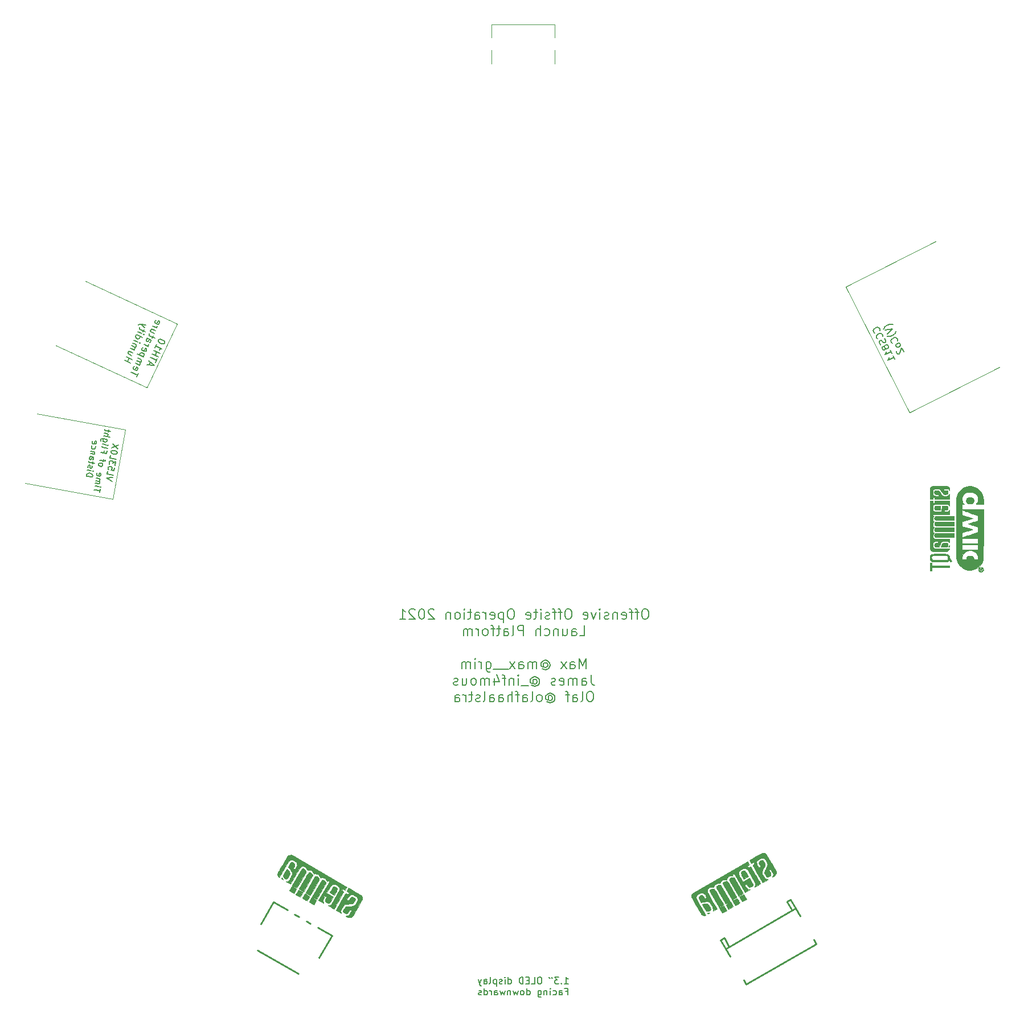
<source format=gbr>
%TF.GenerationSoftware,KiCad,Pcbnew,(5.1.10-1-10_14)*%
%TF.CreationDate,2021-10-01T16:25:32+02:00*%
%TF.ProjectId,Launchpad,4c61756e-6368-4706-9164-2e6b69636164,rev?*%
%TF.SameCoordinates,Original*%
%TF.FileFunction,Legend,Bot*%
%TF.FilePolarity,Positive*%
%FSLAX46Y46*%
G04 Gerber Fmt 4.6, Leading zero omitted, Abs format (unit mm)*
G04 Created by KiCad (PCBNEW (5.1.10-1-10_14)) date 2021-10-01 16:25:32*
%MOMM*%
%LPD*%
G01*
G04 APERTURE LIST*
%ADD10C,0.120000*%
%ADD11C,0.150000*%
%ADD12C,0.200000*%
%ADD13C,0.254000*%
%ADD14C,0.010000*%
G04 APERTURE END LIST*
D10*
X41811745Y-63286313D02*
X55406361Y-69625587D01*
X37374254Y-72802545D02*
X50968869Y-79141819D01*
X55406361Y-69625587D02*
X50968869Y-79141819D01*
D11*
X112995238Y-167827380D02*
X113566666Y-167827380D01*
X113280952Y-167827380D02*
X113280952Y-166827380D01*
X113376190Y-166970238D01*
X113471428Y-167065476D01*
X113566666Y-167113095D01*
X112566666Y-167732142D02*
X112519047Y-167779761D01*
X112566666Y-167827380D01*
X112614285Y-167779761D01*
X112566666Y-167732142D01*
X112566666Y-167827380D01*
X112185714Y-166827380D02*
X111566666Y-166827380D01*
X111900000Y-167208333D01*
X111757142Y-167208333D01*
X111661904Y-167255952D01*
X111614285Y-167303571D01*
X111566666Y-167398809D01*
X111566666Y-167636904D01*
X111614285Y-167732142D01*
X111661904Y-167779761D01*
X111757142Y-167827380D01*
X112042857Y-167827380D01*
X112138095Y-167779761D01*
X112185714Y-167732142D01*
X111138095Y-166827380D02*
X111138095Y-166875000D01*
X111185714Y-166970238D01*
X111233333Y-167017857D01*
X110757142Y-166827380D02*
X110757142Y-166875000D01*
X110804761Y-166970238D01*
X110852380Y-167017857D01*
X109423809Y-166827380D02*
X109233333Y-166827380D01*
X109138095Y-166875000D01*
X109042857Y-166970238D01*
X108995238Y-167160714D01*
X108995238Y-167494047D01*
X109042857Y-167684523D01*
X109138095Y-167779761D01*
X109233333Y-167827380D01*
X109423809Y-167827380D01*
X109519047Y-167779761D01*
X109614285Y-167684523D01*
X109661904Y-167494047D01*
X109661904Y-167160714D01*
X109614285Y-166970238D01*
X109519047Y-166875000D01*
X109423809Y-166827380D01*
X108090476Y-167827380D02*
X108566666Y-167827380D01*
X108566666Y-166827380D01*
X107757142Y-167303571D02*
X107423809Y-167303571D01*
X107280952Y-167827380D02*
X107757142Y-167827380D01*
X107757142Y-166827380D01*
X107280952Y-166827380D01*
X106852380Y-167827380D02*
X106852380Y-166827380D01*
X106614285Y-166827380D01*
X106471428Y-166875000D01*
X106376190Y-166970238D01*
X106328571Y-167065476D01*
X106280952Y-167255952D01*
X106280952Y-167398809D01*
X106328571Y-167589285D01*
X106376190Y-167684523D01*
X106471428Y-167779761D01*
X106614285Y-167827380D01*
X106852380Y-167827380D01*
X104661904Y-167827380D02*
X104661904Y-166827380D01*
X104661904Y-167779761D02*
X104757142Y-167827380D01*
X104947619Y-167827380D01*
X105042857Y-167779761D01*
X105090476Y-167732142D01*
X105138095Y-167636904D01*
X105138095Y-167351190D01*
X105090476Y-167255952D01*
X105042857Y-167208333D01*
X104947619Y-167160714D01*
X104757142Y-167160714D01*
X104661904Y-167208333D01*
X104185714Y-167827380D02*
X104185714Y-167160714D01*
X104185714Y-166827380D02*
X104233333Y-166875000D01*
X104185714Y-166922619D01*
X104138095Y-166875000D01*
X104185714Y-166827380D01*
X104185714Y-166922619D01*
X103757142Y-167779761D02*
X103661904Y-167827380D01*
X103471428Y-167827380D01*
X103376190Y-167779761D01*
X103328571Y-167684523D01*
X103328571Y-167636904D01*
X103376190Y-167541666D01*
X103471428Y-167494047D01*
X103614285Y-167494047D01*
X103709523Y-167446428D01*
X103757142Y-167351190D01*
X103757142Y-167303571D01*
X103709523Y-167208333D01*
X103614285Y-167160714D01*
X103471428Y-167160714D01*
X103376190Y-167208333D01*
X102900000Y-167160714D02*
X102900000Y-168160714D01*
X102900000Y-167208333D02*
X102804761Y-167160714D01*
X102614285Y-167160714D01*
X102519047Y-167208333D01*
X102471428Y-167255952D01*
X102423809Y-167351190D01*
X102423809Y-167636904D01*
X102471428Y-167732142D01*
X102519047Y-167779761D01*
X102614285Y-167827380D01*
X102804761Y-167827380D01*
X102900000Y-167779761D01*
X101852380Y-167827380D02*
X101947619Y-167779761D01*
X101995238Y-167684523D01*
X101995238Y-166827380D01*
X101042857Y-167827380D02*
X101042857Y-167303571D01*
X101090476Y-167208333D01*
X101185714Y-167160714D01*
X101376190Y-167160714D01*
X101471428Y-167208333D01*
X101042857Y-167779761D02*
X101138095Y-167827380D01*
X101376190Y-167827380D01*
X101471428Y-167779761D01*
X101519047Y-167684523D01*
X101519047Y-167589285D01*
X101471428Y-167494047D01*
X101376190Y-167446428D01*
X101138095Y-167446428D01*
X101042857Y-167398809D01*
X100661904Y-167160714D02*
X100423809Y-167827380D01*
X100185714Y-167160714D02*
X100423809Y-167827380D01*
X100519047Y-168065476D01*
X100566666Y-168113095D01*
X100661904Y-168160714D01*
X113185714Y-168953571D02*
X113519047Y-168953571D01*
X113519047Y-169477380D02*
X113519047Y-168477380D01*
X113042857Y-168477380D01*
X112233333Y-169477380D02*
X112233333Y-168953571D01*
X112280952Y-168858333D01*
X112376190Y-168810714D01*
X112566666Y-168810714D01*
X112661904Y-168858333D01*
X112233333Y-169429761D02*
X112328571Y-169477380D01*
X112566666Y-169477380D01*
X112661904Y-169429761D01*
X112709523Y-169334523D01*
X112709523Y-169239285D01*
X112661904Y-169144047D01*
X112566666Y-169096428D01*
X112328571Y-169096428D01*
X112233333Y-169048809D01*
X111328571Y-169429761D02*
X111423809Y-169477380D01*
X111614285Y-169477380D01*
X111709523Y-169429761D01*
X111757142Y-169382142D01*
X111804761Y-169286904D01*
X111804761Y-169001190D01*
X111757142Y-168905952D01*
X111709523Y-168858333D01*
X111614285Y-168810714D01*
X111423809Y-168810714D01*
X111328571Y-168858333D01*
X110900000Y-169477380D02*
X110900000Y-168810714D01*
X110900000Y-168477380D02*
X110947619Y-168525000D01*
X110900000Y-168572619D01*
X110852380Y-168525000D01*
X110900000Y-168477380D01*
X110900000Y-168572619D01*
X110423809Y-168810714D02*
X110423809Y-169477380D01*
X110423809Y-168905952D02*
X110376190Y-168858333D01*
X110280952Y-168810714D01*
X110138095Y-168810714D01*
X110042857Y-168858333D01*
X109995238Y-168953571D01*
X109995238Y-169477380D01*
X109090476Y-168810714D02*
X109090476Y-169620238D01*
X109138095Y-169715476D01*
X109185714Y-169763095D01*
X109280952Y-169810714D01*
X109423809Y-169810714D01*
X109519047Y-169763095D01*
X109090476Y-169429761D02*
X109185714Y-169477380D01*
X109376190Y-169477380D01*
X109471428Y-169429761D01*
X109519047Y-169382142D01*
X109566666Y-169286904D01*
X109566666Y-169001190D01*
X109519047Y-168905952D01*
X109471428Y-168858333D01*
X109376190Y-168810714D01*
X109185714Y-168810714D01*
X109090476Y-168858333D01*
X107423809Y-169477380D02*
X107423809Y-168477380D01*
X107423809Y-169429761D02*
X107519047Y-169477380D01*
X107709523Y-169477380D01*
X107804761Y-169429761D01*
X107852380Y-169382142D01*
X107900000Y-169286904D01*
X107900000Y-169001190D01*
X107852380Y-168905952D01*
X107804761Y-168858333D01*
X107709523Y-168810714D01*
X107519047Y-168810714D01*
X107423809Y-168858333D01*
X106804761Y-169477380D02*
X106900000Y-169429761D01*
X106947619Y-169382142D01*
X106995238Y-169286904D01*
X106995238Y-169001190D01*
X106947619Y-168905952D01*
X106900000Y-168858333D01*
X106804761Y-168810714D01*
X106661904Y-168810714D01*
X106566666Y-168858333D01*
X106519047Y-168905952D01*
X106471428Y-169001190D01*
X106471428Y-169286904D01*
X106519047Y-169382142D01*
X106566666Y-169429761D01*
X106661904Y-169477380D01*
X106804761Y-169477380D01*
X106138095Y-168810714D02*
X105947619Y-169477380D01*
X105757142Y-169001190D01*
X105566666Y-169477380D01*
X105376190Y-168810714D01*
X104995238Y-168810714D02*
X104995238Y-169477380D01*
X104995238Y-168905952D02*
X104947619Y-168858333D01*
X104852380Y-168810714D01*
X104709523Y-168810714D01*
X104614285Y-168858333D01*
X104566666Y-168953571D01*
X104566666Y-169477380D01*
X104185714Y-168810714D02*
X103995238Y-169477380D01*
X103804761Y-169001190D01*
X103614285Y-169477380D01*
X103423809Y-168810714D01*
X102614285Y-169477380D02*
X102614285Y-168953571D01*
X102661904Y-168858333D01*
X102757142Y-168810714D01*
X102947619Y-168810714D01*
X103042857Y-168858333D01*
X102614285Y-169429761D02*
X102709523Y-169477380D01*
X102947619Y-169477380D01*
X103042857Y-169429761D01*
X103090476Y-169334523D01*
X103090476Y-169239285D01*
X103042857Y-169144047D01*
X102947619Y-169096428D01*
X102709523Y-169096428D01*
X102614285Y-169048809D01*
X102138095Y-169477380D02*
X102138095Y-168810714D01*
X102138095Y-169001190D02*
X102090476Y-168905952D01*
X102042857Y-168858333D01*
X101947619Y-168810714D01*
X101852380Y-168810714D01*
X101090476Y-169477380D02*
X101090476Y-168477380D01*
X101090476Y-169429761D02*
X101185714Y-169477380D01*
X101376190Y-169477380D01*
X101471428Y-169429761D01*
X101519047Y-169382142D01*
X101566666Y-169286904D01*
X101566666Y-169001190D01*
X101519047Y-168905952D01*
X101471428Y-168858333D01*
X101376190Y-168810714D01*
X101185714Y-168810714D01*
X101090476Y-168858333D01*
X100661904Y-169429761D02*
X100566666Y-169477380D01*
X100376190Y-169477380D01*
X100280952Y-169429761D01*
X100233333Y-169334523D01*
X100233333Y-169286904D01*
X100280952Y-169191666D01*
X100376190Y-169144047D01*
X100519047Y-169144047D01*
X100614285Y-169096428D01*
X100661904Y-169001190D01*
X100661904Y-168953571D01*
X100614285Y-168858333D01*
X100519047Y-168810714D01*
X100376190Y-168810714D01*
X100280952Y-168858333D01*
D12*
X125142857Y-112053571D02*
X124857142Y-112053571D01*
X124714285Y-112125000D01*
X124571428Y-112267857D01*
X124500000Y-112553571D01*
X124500000Y-113053571D01*
X124571428Y-113339285D01*
X124714285Y-113482142D01*
X124857142Y-113553571D01*
X125142857Y-113553571D01*
X125285714Y-113482142D01*
X125428571Y-113339285D01*
X125500000Y-113053571D01*
X125500000Y-112553571D01*
X125428571Y-112267857D01*
X125285714Y-112125000D01*
X125142857Y-112053571D01*
X124071428Y-112553571D02*
X123500000Y-112553571D01*
X123857142Y-113553571D02*
X123857142Y-112267857D01*
X123785714Y-112125000D01*
X123642857Y-112053571D01*
X123500000Y-112053571D01*
X123214285Y-112553571D02*
X122642857Y-112553571D01*
X123000000Y-113553571D02*
X123000000Y-112267857D01*
X122928571Y-112125000D01*
X122785714Y-112053571D01*
X122642857Y-112053571D01*
X121571428Y-113482142D02*
X121714285Y-113553571D01*
X122000000Y-113553571D01*
X122142857Y-113482142D01*
X122214285Y-113339285D01*
X122214285Y-112767857D01*
X122142857Y-112625000D01*
X122000000Y-112553571D01*
X121714285Y-112553571D01*
X121571428Y-112625000D01*
X121500000Y-112767857D01*
X121500000Y-112910714D01*
X122214285Y-113053571D01*
X120857142Y-112553571D02*
X120857142Y-113553571D01*
X120857142Y-112696428D02*
X120785714Y-112625000D01*
X120642857Y-112553571D01*
X120428571Y-112553571D01*
X120285714Y-112625000D01*
X120214285Y-112767857D01*
X120214285Y-113553571D01*
X119571428Y-113482142D02*
X119428571Y-113553571D01*
X119142857Y-113553571D01*
X119000000Y-113482142D01*
X118928571Y-113339285D01*
X118928571Y-113267857D01*
X119000000Y-113125000D01*
X119142857Y-113053571D01*
X119357142Y-113053571D01*
X119500000Y-112982142D01*
X119571428Y-112839285D01*
X119571428Y-112767857D01*
X119500000Y-112625000D01*
X119357142Y-112553571D01*
X119142857Y-112553571D01*
X119000000Y-112625000D01*
X118285714Y-113553571D02*
X118285714Y-112553571D01*
X118285714Y-112053571D02*
X118357142Y-112125000D01*
X118285714Y-112196428D01*
X118214285Y-112125000D01*
X118285714Y-112053571D01*
X118285714Y-112196428D01*
X117714285Y-112553571D02*
X117357142Y-113553571D01*
X117000000Y-112553571D01*
X115857142Y-113482142D02*
X116000000Y-113553571D01*
X116285714Y-113553571D01*
X116428571Y-113482142D01*
X116500000Y-113339285D01*
X116500000Y-112767857D01*
X116428571Y-112625000D01*
X116285714Y-112553571D01*
X116000000Y-112553571D01*
X115857142Y-112625000D01*
X115785714Y-112767857D01*
X115785714Y-112910714D01*
X116500000Y-113053571D01*
X113714285Y-112053571D02*
X113428571Y-112053571D01*
X113285714Y-112125000D01*
X113142857Y-112267857D01*
X113071428Y-112553571D01*
X113071428Y-113053571D01*
X113142857Y-113339285D01*
X113285714Y-113482142D01*
X113428571Y-113553571D01*
X113714285Y-113553571D01*
X113857142Y-113482142D01*
X114000000Y-113339285D01*
X114071428Y-113053571D01*
X114071428Y-112553571D01*
X114000000Y-112267857D01*
X113857142Y-112125000D01*
X113714285Y-112053571D01*
X112642857Y-112553571D02*
X112071428Y-112553571D01*
X112428571Y-113553571D02*
X112428571Y-112267857D01*
X112357142Y-112125000D01*
X112214285Y-112053571D01*
X112071428Y-112053571D01*
X111785714Y-112553571D02*
X111214285Y-112553571D01*
X111571428Y-113553571D02*
X111571428Y-112267857D01*
X111500000Y-112125000D01*
X111357142Y-112053571D01*
X111214285Y-112053571D01*
X110785714Y-113482142D02*
X110642857Y-113553571D01*
X110357142Y-113553571D01*
X110214285Y-113482142D01*
X110142857Y-113339285D01*
X110142857Y-113267857D01*
X110214285Y-113125000D01*
X110357142Y-113053571D01*
X110571428Y-113053571D01*
X110714285Y-112982142D01*
X110785714Y-112839285D01*
X110785714Y-112767857D01*
X110714285Y-112625000D01*
X110571428Y-112553571D01*
X110357142Y-112553571D01*
X110214285Y-112625000D01*
X109500000Y-113553571D02*
X109500000Y-112553571D01*
X109500000Y-112053571D02*
X109571428Y-112125000D01*
X109500000Y-112196428D01*
X109428571Y-112125000D01*
X109500000Y-112053571D01*
X109500000Y-112196428D01*
X109000000Y-112553571D02*
X108428571Y-112553571D01*
X108785714Y-112053571D02*
X108785714Y-113339285D01*
X108714285Y-113482142D01*
X108571428Y-113553571D01*
X108428571Y-113553571D01*
X107357142Y-113482142D02*
X107500000Y-113553571D01*
X107785714Y-113553571D01*
X107928571Y-113482142D01*
X108000000Y-113339285D01*
X108000000Y-112767857D01*
X107928571Y-112625000D01*
X107785714Y-112553571D01*
X107500000Y-112553571D01*
X107357142Y-112625000D01*
X107285714Y-112767857D01*
X107285714Y-112910714D01*
X108000000Y-113053571D01*
X105214285Y-112053571D02*
X104928571Y-112053571D01*
X104785714Y-112125000D01*
X104642857Y-112267857D01*
X104571428Y-112553571D01*
X104571428Y-113053571D01*
X104642857Y-113339285D01*
X104785714Y-113482142D01*
X104928571Y-113553571D01*
X105214285Y-113553571D01*
X105357142Y-113482142D01*
X105500000Y-113339285D01*
X105571428Y-113053571D01*
X105571428Y-112553571D01*
X105500000Y-112267857D01*
X105357142Y-112125000D01*
X105214285Y-112053571D01*
X103928571Y-112553571D02*
X103928571Y-114053571D01*
X103928571Y-112625000D02*
X103785714Y-112553571D01*
X103500000Y-112553571D01*
X103357142Y-112625000D01*
X103285714Y-112696428D01*
X103214285Y-112839285D01*
X103214285Y-113267857D01*
X103285714Y-113410714D01*
X103357142Y-113482142D01*
X103500000Y-113553571D01*
X103785714Y-113553571D01*
X103928571Y-113482142D01*
X102000000Y-113482142D02*
X102142857Y-113553571D01*
X102428571Y-113553571D01*
X102571428Y-113482142D01*
X102642857Y-113339285D01*
X102642857Y-112767857D01*
X102571428Y-112625000D01*
X102428571Y-112553571D01*
X102142857Y-112553571D01*
X102000000Y-112625000D01*
X101928571Y-112767857D01*
X101928571Y-112910714D01*
X102642857Y-113053571D01*
X101285714Y-113553571D02*
X101285714Y-112553571D01*
X101285714Y-112839285D02*
X101214285Y-112696428D01*
X101142857Y-112625000D01*
X101000000Y-112553571D01*
X100857142Y-112553571D01*
X99714285Y-113553571D02*
X99714285Y-112767857D01*
X99785714Y-112625000D01*
X99928571Y-112553571D01*
X100214285Y-112553571D01*
X100357142Y-112625000D01*
X99714285Y-113482142D02*
X99857142Y-113553571D01*
X100214285Y-113553571D01*
X100357142Y-113482142D01*
X100428571Y-113339285D01*
X100428571Y-113196428D01*
X100357142Y-113053571D01*
X100214285Y-112982142D01*
X99857142Y-112982142D01*
X99714285Y-112910714D01*
X99214285Y-112553571D02*
X98642857Y-112553571D01*
X99000000Y-112053571D02*
X99000000Y-113339285D01*
X98928571Y-113482142D01*
X98785714Y-113553571D01*
X98642857Y-113553571D01*
X98142857Y-113553571D02*
X98142857Y-112553571D01*
X98142857Y-112053571D02*
X98214285Y-112125000D01*
X98142857Y-112196428D01*
X98071428Y-112125000D01*
X98142857Y-112053571D01*
X98142857Y-112196428D01*
X97214285Y-113553571D02*
X97357142Y-113482142D01*
X97428571Y-113410714D01*
X97500000Y-113267857D01*
X97500000Y-112839285D01*
X97428571Y-112696428D01*
X97357142Y-112625000D01*
X97214285Y-112553571D01*
X97000000Y-112553571D01*
X96857142Y-112625000D01*
X96785714Y-112696428D01*
X96714285Y-112839285D01*
X96714285Y-113267857D01*
X96785714Y-113410714D01*
X96857142Y-113482142D01*
X97000000Y-113553571D01*
X97214285Y-113553571D01*
X96071428Y-112553571D02*
X96071428Y-113553571D01*
X96071428Y-112696428D02*
X96000000Y-112625000D01*
X95857142Y-112553571D01*
X95642857Y-112553571D01*
X95500000Y-112625000D01*
X95428571Y-112767857D01*
X95428571Y-113553571D01*
X93642857Y-112196428D02*
X93571428Y-112125000D01*
X93428571Y-112053571D01*
X93071428Y-112053571D01*
X92928571Y-112125000D01*
X92857142Y-112196428D01*
X92785714Y-112339285D01*
X92785714Y-112482142D01*
X92857142Y-112696428D01*
X93714285Y-113553571D01*
X92785714Y-113553571D01*
X91857142Y-112053571D02*
X91714285Y-112053571D01*
X91571428Y-112125000D01*
X91500000Y-112196428D01*
X91428571Y-112339285D01*
X91357142Y-112625000D01*
X91357142Y-112982142D01*
X91428571Y-113267857D01*
X91500000Y-113410714D01*
X91571428Y-113482142D01*
X91714285Y-113553571D01*
X91857142Y-113553571D01*
X92000000Y-113482142D01*
X92071428Y-113410714D01*
X92142857Y-113267857D01*
X92214285Y-112982142D01*
X92214285Y-112625000D01*
X92142857Y-112339285D01*
X92071428Y-112196428D01*
X92000000Y-112125000D01*
X91857142Y-112053571D01*
X90785714Y-112196428D02*
X90714285Y-112125000D01*
X90571428Y-112053571D01*
X90214285Y-112053571D01*
X90071428Y-112125000D01*
X90000000Y-112196428D01*
X89928571Y-112339285D01*
X89928571Y-112482142D01*
X90000000Y-112696428D01*
X90857142Y-113553571D01*
X89928571Y-113553571D01*
X88500000Y-113553571D02*
X89357142Y-113553571D01*
X88928571Y-113553571D02*
X88928571Y-112053571D01*
X89071428Y-112267857D01*
X89214285Y-112410714D01*
X89357142Y-112482142D01*
X115285714Y-116003571D02*
X116000000Y-116003571D01*
X116000000Y-114503571D01*
X114142857Y-116003571D02*
X114142857Y-115217857D01*
X114214285Y-115075000D01*
X114357142Y-115003571D01*
X114642857Y-115003571D01*
X114785714Y-115075000D01*
X114142857Y-115932142D02*
X114285714Y-116003571D01*
X114642857Y-116003571D01*
X114785714Y-115932142D01*
X114857142Y-115789285D01*
X114857142Y-115646428D01*
X114785714Y-115503571D01*
X114642857Y-115432142D01*
X114285714Y-115432142D01*
X114142857Y-115360714D01*
X112785714Y-115003571D02*
X112785714Y-116003571D01*
X113428571Y-115003571D02*
X113428571Y-115789285D01*
X113357142Y-115932142D01*
X113214285Y-116003571D01*
X113000000Y-116003571D01*
X112857142Y-115932142D01*
X112785714Y-115860714D01*
X112071428Y-115003571D02*
X112071428Y-116003571D01*
X112071428Y-115146428D02*
X112000000Y-115075000D01*
X111857142Y-115003571D01*
X111642857Y-115003571D01*
X111500000Y-115075000D01*
X111428571Y-115217857D01*
X111428571Y-116003571D01*
X110071428Y-115932142D02*
X110214285Y-116003571D01*
X110500000Y-116003571D01*
X110642857Y-115932142D01*
X110714285Y-115860714D01*
X110785714Y-115717857D01*
X110785714Y-115289285D01*
X110714285Y-115146428D01*
X110642857Y-115075000D01*
X110500000Y-115003571D01*
X110214285Y-115003571D01*
X110071428Y-115075000D01*
X109428571Y-116003571D02*
X109428571Y-114503571D01*
X108785714Y-116003571D02*
X108785714Y-115217857D01*
X108857142Y-115075000D01*
X109000000Y-115003571D01*
X109214285Y-115003571D01*
X109357142Y-115075000D01*
X109428571Y-115146428D01*
X106928571Y-116003571D02*
X106928571Y-114503571D01*
X106357142Y-114503571D01*
X106214285Y-114575000D01*
X106142857Y-114646428D01*
X106071428Y-114789285D01*
X106071428Y-115003571D01*
X106142857Y-115146428D01*
X106214285Y-115217857D01*
X106357142Y-115289285D01*
X106928571Y-115289285D01*
X105214285Y-116003571D02*
X105357142Y-115932142D01*
X105428571Y-115789285D01*
X105428571Y-114503571D01*
X104000000Y-116003571D02*
X104000000Y-115217857D01*
X104071428Y-115075000D01*
X104214285Y-115003571D01*
X104500000Y-115003571D01*
X104642857Y-115075000D01*
X104000000Y-115932142D02*
X104142857Y-116003571D01*
X104500000Y-116003571D01*
X104642857Y-115932142D01*
X104714285Y-115789285D01*
X104714285Y-115646428D01*
X104642857Y-115503571D01*
X104500000Y-115432142D01*
X104142857Y-115432142D01*
X104000000Y-115360714D01*
X103500000Y-115003571D02*
X102928571Y-115003571D01*
X103285714Y-114503571D02*
X103285714Y-115789285D01*
X103214285Y-115932142D01*
X103071428Y-116003571D01*
X102928571Y-116003571D01*
X102642857Y-115003571D02*
X102071428Y-115003571D01*
X102428571Y-116003571D02*
X102428571Y-114717857D01*
X102357142Y-114575000D01*
X102214285Y-114503571D01*
X102071428Y-114503571D01*
X101357142Y-116003571D02*
X101500000Y-115932142D01*
X101571428Y-115860714D01*
X101642857Y-115717857D01*
X101642857Y-115289285D01*
X101571428Y-115146428D01*
X101500000Y-115075000D01*
X101357142Y-115003571D01*
X101142857Y-115003571D01*
X101000000Y-115075000D01*
X100928571Y-115146428D01*
X100857142Y-115289285D01*
X100857142Y-115717857D01*
X100928571Y-115860714D01*
X101000000Y-115932142D01*
X101142857Y-116003571D01*
X101357142Y-116003571D01*
X100214285Y-116003571D02*
X100214285Y-115003571D01*
X100214285Y-115289285D02*
X100142857Y-115146428D01*
X100071428Y-115075000D01*
X99928571Y-115003571D01*
X99785714Y-115003571D01*
X99285714Y-116003571D02*
X99285714Y-115003571D01*
X99285714Y-115146428D02*
X99214285Y-115075000D01*
X99071428Y-115003571D01*
X98857142Y-115003571D01*
X98714285Y-115075000D01*
X98642857Y-115217857D01*
X98642857Y-116003571D01*
X98642857Y-115217857D02*
X98571428Y-115075000D01*
X98428571Y-115003571D01*
X98214285Y-115003571D01*
X98071428Y-115075000D01*
X98000000Y-115217857D01*
X98000000Y-116003571D01*
X116250000Y-120903571D02*
X116250000Y-119403571D01*
X115750000Y-120475000D01*
X115250000Y-119403571D01*
X115250000Y-120903571D01*
X113892857Y-120903571D02*
X113892857Y-120117857D01*
X113964285Y-119975000D01*
X114107142Y-119903571D01*
X114392857Y-119903571D01*
X114535714Y-119975000D01*
X113892857Y-120832142D02*
X114035714Y-120903571D01*
X114392857Y-120903571D01*
X114535714Y-120832142D01*
X114607142Y-120689285D01*
X114607142Y-120546428D01*
X114535714Y-120403571D01*
X114392857Y-120332142D01*
X114035714Y-120332142D01*
X113892857Y-120260714D01*
X113321428Y-120903571D02*
X112535714Y-119903571D01*
X113321428Y-119903571D02*
X112535714Y-120903571D01*
X109892857Y-120189285D02*
X109964285Y-120117857D01*
X110107142Y-120046428D01*
X110250000Y-120046428D01*
X110392857Y-120117857D01*
X110464285Y-120189285D01*
X110535714Y-120332142D01*
X110535714Y-120475000D01*
X110464285Y-120617857D01*
X110392857Y-120689285D01*
X110250000Y-120760714D01*
X110107142Y-120760714D01*
X109964285Y-120689285D01*
X109892857Y-120617857D01*
X109892857Y-120046428D02*
X109892857Y-120617857D01*
X109821428Y-120689285D01*
X109750000Y-120689285D01*
X109607142Y-120617857D01*
X109535714Y-120475000D01*
X109535714Y-120117857D01*
X109678571Y-119903571D01*
X109892857Y-119760714D01*
X110178571Y-119689285D01*
X110464285Y-119760714D01*
X110678571Y-119903571D01*
X110821428Y-120117857D01*
X110892857Y-120403571D01*
X110821428Y-120689285D01*
X110678571Y-120903571D01*
X110464285Y-121046428D01*
X110178571Y-121117857D01*
X109892857Y-121046428D01*
X109678571Y-120903571D01*
X108892857Y-120903571D02*
X108892857Y-119903571D01*
X108892857Y-120046428D02*
X108821428Y-119975000D01*
X108678571Y-119903571D01*
X108464285Y-119903571D01*
X108321428Y-119975000D01*
X108250000Y-120117857D01*
X108250000Y-120903571D01*
X108250000Y-120117857D02*
X108178571Y-119975000D01*
X108035714Y-119903571D01*
X107821428Y-119903571D01*
X107678571Y-119975000D01*
X107607142Y-120117857D01*
X107607142Y-120903571D01*
X106250000Y-120903571D02*
X106250000Y-120117857D01*
X106321428Y-119975000D01*
X106464285Y-119903571D01*
X106750000Y-119903571D01*
X106892857Y-119975000D01*
X106250000Y-120832142D02*
X106392857Y-120903571D01*
X106750000Y-120903571D01*
X106892857Y-120832142D01*
X106964285Y-120689285D01*
X106964285Y-120546428D01*
X106892857Y-120403571D01*
X106750000Y-120332142D01*
X106392857Y-120332142D01*
X106250000Y-120260714D01*
X105678571Y-120903571D02*
X104892857Y-119903571D01*
X105678571Y-119903571D02*
X104892857Y-120903571D01*
X104678571Y-121046428D02*
X103535714Y-121046428D01*
X103535714Y-121046428D02*
X102392857Y-121046428D01*
X101392857Y-119903571D02*
X101392857Y-121117857D01*
X101464285Y-121260714D01*
X101535714Y-121332142D01*
X101678571Y-121403571D01*
X101892857Y-121403571D01*
X102035714Y-121332142D01*
X101392857Y-120832142D02*
X101535714Y-120903571D01*
X101821428Y-120903571D01*
X101964285Y-120832142D01*
X102035714Y-120760714D01*
X102107142Y-120617857D01*
X102107142Y-120189285D01*
X102035714Y-120046428D01*
X101964285Y-119975000D01*
X101821428Y-119903571D01*
X101535714Y-119903571D01*
X101392857Y-119975000D01*
X100678571Y-120903571D02*
X100678571Y-119903571D01*
X100678571Y-120189285D02*
X100607142Y-120046428D01*
X100535714Y-119975000D01*
X100392857Y-119903571D01*
X100250000Y-119903571D01*
X99750000Y-120903571D02*
X99750000Y-119903571D01*
X99750000Y-119403571D02*
X99821428Y-119475000D01*
X99750000Y-119546428D01*
X99678571Y-119475000D01*
X99750000Y-119403571D01*
X99750000Y-119546428D01*
X99035714Y-120903571D02*
X99035714Y-119903571D01*
X99035714Y-120046428D02*
X98964285Y-119975000D01*
X98821428Y-119903571D01*
X98607142Y-119903571D01*
X98464285Y-119975000D01*
X98392857Y-120117857D01*
X98392857Y-120903571D01*
X98392857Y-120117857D02*
X98321428Y-119975000D01*
X98178571Y-119903571D01*
X97964285Y-119903571D01*
X97821428Y-119975000D01*
X97750000Y-120117857D01*
X97750000Y-120903571D01*
X116964285Y-121853571D02*
X116964285Y-122925000D01*
X117035714Y-123139285D01*
X117178571Y-123282142D01*
X117392857Y-123353571D01*
X117535714Y-123353571D01*
X115607142Y-123353571D02*
X115607142Y-122567857D01*
X115678571Y-122425000D01*
X115821428Y-122353571D01*
X116107142Y-122353571D01*
X116250000Y-122425000D01*
X115607142Y-123282142D02*
X115750000Y-123353571D01*
X116107142Y-123353571D01*
X116250000Y-123282142D01*
X116321428Y-123139285D01*
X116321428Y-122996428D01*
X116250000Y-122853571D01*
X116107142Y-122782142D01*
X115750000Y-122782142D01*
X115607142Y-122710714D01*
X114892857Y-123353571D02*
X114892857Y-122353571D01*
X114892857Y-122496428D02*
X114821428Y-122425000D01*
X114678571Y-122353571D01*
X114464285Y-122353571D01*
X114321428Y-122425000D01*
X114250000Y-122567857D01*
X114250000Y-123353571D01*
X114250000Y-122567857D02*
X114178571Y-122425000D01*
X114035714Y-122353571D01*
X113821428Y-122353571D01*
X113678571Y-122425000D01*
X113607142Y-122567857D01*
X113607142Y-123353571D01*
X112321428Y-123282142D02*
X112464285Y-123353571D01*
X112750000Y-123353571D01*
X112892857Y-123282142D01*
X112964285Y-123139285D01*
X112964285Y-122567857D01*
X112892857Y-122425000D01*
X112750000Y-122353571D01*
X112464285Y-122353571D01*
X112321428Y-122425000D01*
X112250000Y-122567857D01*
X112250000Y-122710714D01*
X112964285Y-122853571D01*
X111678571Y-123282142D02*
X111535714Y-123353571D01*
X111250000Y-123353571D01*
X111107142Y-123282142D01*
X111035714Y-123139285D01*
X111035714Y-123067857D01*
X111107142Y-122925000D01*
X111250000Y-122853571D01*
X111464285Y-122853571D01*
X111607142Y-122782142D01*
X111678571Y-122639285D01*
X111678571Y-122567857D01*
X111607142Y-122425000D01*
X111464285Y-122353571D01*
X111250000Y-122353571D01*
X111107142Y-122425000D01*
X108321428Y-122639285D02*
X108392857Y-122567857D01*
X108535714Y-122496428D01*
X108678571Y-122496428D01*
X108821428Y-122567857D01*
X108892857Y-122639285D01*
X108964285Y-122782142D01*
X108964285Y-122925000D01*
X108892857Y-123067857D01*
X108821428Y-123139285D01*
X108678571Y-123210714D01*
X108535714Y-123210714D01*
X108392857Y-123139285D01*
X108321428Y-123067857D01*
X108321428Y-122496428D02*
X108321428Y-123067857D01*
X108250000Y-123139285D01*
X108178571Y-123139285D01*
X108035714Y-123067857D01*
X107964285Y-122925000D01*
X107964285Y-122567857D01*
X108107142Y-122353571D01*
X108321428Y-122210714D01*
X108607142Y-122139285D01*
X108892857Y-122210714D01*
X109107142Y-122353571D01*
X109250000Y-122567857D01*
X109321428Y-122853571D01*
X109250000Y-123139285D01*
X109107142Y-123353571D01*
X108892857Y-123496428D01*
X108607142Y-123567857D01*
X108321428Y-123496428D01*
X108107142Y-123353571D01*
X107678571Y-123496428D02*
X106535714Y-123496428D01*
X106178571Y-123353571D02*
X106178571Y-122353571D01*
X106178571Y-121853571D02*
X106250000Y-121925000D01*
X106178571Y-121996428D01*
X106107142Y-121925000D01*
X106178571Y-121853571D01*
X106178571Y-121996428D01*
X105464285Y-122353571D02*
X105464285Y-123353571D01*
X105464285Y-122496428D02*
X105392857Y-122425000D01*
X105250000Y-122353571D01*
X105035714Y-122353571D01*
X104892857Y-122425000D01*
X104821428Y-122567857D01*
X104821428Y-123353571D01*
X104321428Y-122353571D02*
X103750000Y-122353571D01*
X104107142Y-123353571D02*
X104107142Y-122067857D01*
X104035714Y-121925000D01*
X103892857Y-121853571D01*
X103750000Y-121853571D01*
X102607142Y-122353571D02*
X102607142Y-123353571D01*
X102964285Y-121782142D02*
X103321428Y-122853571D01*
X102392857Y-122853571D01*
X101821428Y-123353571D02*
X101821428Y-122353571D01*
X101821428Y-122496428D02*
X101750000Y-122425000D01*
X101607142Y-122353571D01*
X101392857Y-122353571D01*
X101250000Y-122425000D01*
X101178571Y-122567857D01*
X101178571Y-123353571D01*
X101178571Y-122567857D02*
X101107142Y-122425000D01*
X100964285Y-122353571D01*
X100750000Y-122353571D01*
X100607142Y-122425000D01*
X100535714Y-122567857D01*
X100535714Y-123353571D01*
X99607142Y-123353571D02*
X99750000Y-123282142D01*
X99821428Y-123210714D01*
X99892857Y-123067857D01*
X99892857Y-122639285D01*
X99821428Y-122496428D01*
X99750000Y-122425000D01*
X99607142Y-122353571D01*
X99392857Y-122353571D01*
X99250000Y-122425000D01*
X99178571Y-122496428D01*
X99107142Y-122639285D01*
X99107142Y-123067857D01*
X99178571Y-123210714D01*
X99250000Y-123282142D01*
X99392857Y-123353571D01*
X99607142Y-123353571D01*
X97821428Y-122353571D02*
X97821428Y-123353571D01*
X98464285Y-122353571D02*
X98464285Y-123139285D01*
X98392857Y-123282142D01*
X98250000Y-123353571D01*
X98035714Y-123353571D01*
X97892857Y-123282142D01*
X97821428Y-123210714D01*
X97178571Y-123282142D02*
X97035714Y-123353571D01*
X96750000Y-123353571D01*
X96607142Y-123282142D01*
X96535714Y-123139285D01*
X96535714Y-123067857D01*
X96607142Y-122925000D01*
X96750000Y-122853571D01*
X96964285Y-122853571D01*
X97107142Y-122782142D01*
X97178571Y-122639285D01*
X97178571Y-122567857D01*
X97107142Y-122425000D01*
X96964285Y-122353571D01*
X96750000Y-122353571D01*
X96607142Y-122425000D01*
X116964285Y-124303571D02*
X116678571Y-124303571D01*
X116535714Y-124375000D01*
X116392857Y-124517857D01*
X116321428Y-124803571D01*
X116321428Y-125303571D01*
X116392857Y-125589285D01*
X116535714Y-125732142D01*
X116678571Y-125803571D01*
X116964285Y-125803571D01*
X117107142Y-125732142D01*
X117250000Y-125589285D01*
X117321428Y-125303571D01*
X117321428Y-124803571D01*
X117250000Y-124517857D01*
X117107142Y-124375000D01*
X116964285Y-124303571D01*
X115464285Y-125803571D02*
X115607142Y-125732142D01*
X115678571Y-125589285D01*
X115678571Y-124303571D01*
X114250000Y-125803571D02*
X114250000Y-125017857D01*
X114321428Y-124875000D01*
X114464285Y-124803571D01*
X114750000Y-124803571D01*
X114892857Y-124875000D01*
X114250000Y-125732142D02*
X114392857Y-125803571D01*
X114750000Y-125803571D01*
X114892857Y-125732142D01*
X114964285Y-125589285D01*
X114964285Y-125446428D01*
X114892857Y-125303571D01*
X114750000Y-125232142D01*
X114392857Y-125232142D01*
X114250000Y-125160714D01*
X113750000Y-124803571D02*
X113178571Y-124803571D01*
X113535714Y-125803571D02*
X113535714Y-124517857D01*
X113464285Y-124375000D01*
X113321428Y-124303571D01*
X113178571Y-124303571D01*
X110607142Y-125089285D02*
X110678571Y-125017857D01*
X110821428Y-124946428D01*
X110964285Y-124946428D01*
X111107142Y-125017857D01*
X111178571Y-125089285D01*
X111249999Y-125232142D01*
X111249999Y-125375000D01*
X111178571Y-125517857D01*
X111107142Y-125589285D01*
X110964285Y-125660714D01*
X110821428Y-125660714D01*
X110678571Y-125589285D01*
X110607142Y-125517857D01*
X110607142Y-124946428D02*
X110607142Y-125517857D01*
X110535714Y-125589285D01*
X110464285Y-125589285D01*
X110321428Y-125517857D01*
X110250000Y-125375000D01*
X110250000Y-125017857D01*
X110392857Y-124803571D01*
X110607142Y-124660714D01*
X110892857Y-124589285D01*
X111178571Y-124660714D01*
X111392857Y-124803571D01*
X111535714Y-125017857D01*
X111607142Y-125303571D01*
X111535714Y-125589285D01*
X111392857Y-125803571D01*
X111178571Y-125946428D01*
X110892857Y-126017857D01*
X110607142Y-125946428D01*
X110392857Y-125803571D01*
X109392857Y-125803571D02*
X109535714Y-125732142D01*
X109607142Y-125660714D01*
X109678571Y-125517857D01*
X109678571Y-125089285D01*
X109607142Y-124946428D01*
X109535714Y-124875000D01*
X109392857Y-124803571D01*
X109178571Y-124803571D01*
X109035714Y-124875000D01*
X108964285Y-124946428D01*
X108892857Y-125089285D01*
X108892857Y-125517857D01*
X108964285Y-125660714D01*
X109035714Y-125732142D01*
X109178571Y-125803571D01*
X109392857Y-125803571D01*
X108035714Y-125803571D02*
X108178571Y-125732142D01*
X108250000Y-125589285D01*
X108250000Y-124303571D01*
X106821428Y-125803571D02*
X106821428Y-125017857D01*
X106892857Y-124875000D01*
X107035714Y-124803571D01*
X107321428Y-124803571D01*
X107464285Y-124875000D01*
X106821428Y-125732142D02*
X106964285Y-125803571D01*
X107321428Y-125803571D01*
X107464285Y-125732142D01*
X107535714Y-125589285D01*
X107535714Y-125446428D01*
X107464285Y-125303571D01*
X107321428Y-125232142D01*
X106964285Y-125232142D01*
X106821428Y-125160714D01*
X106321428Y-124803571D02*
X105750000Y-124803571D01*
X106107142Y-125803571D02*
X106107142Y-124517857D01*
X106035714Y-124375000D01*
X105892857Y-124303571D01*
X105750000Y-124303571D01*
X105250000Y-125803571D02*
X105250000Y-124303571D01*
X104607142Y-125803571D02*
X104607142Y-125017857D01*
X104678571Y-124875000D01*
X104821428Y-124803571D01*
X105035714Y-124803571D01*
X105178571Y-124875000D01*
X105250000Y-124946428D01*
X103250000Y-125803571D02*
X103250000Y-125017857D01*
X103321428Y-124875000D01*
X103464285Y-124803571D01*
X103750000Y-124803571D01*
X103892857Y-124875000D01*
X103250000Y-125732142D02*
X103392857Y-125803571D01*
X103750000Y-125803571D01*
X103892857Y-125732142D01*
X103964285Y-125589285D01*
X103964285Y-125446428D01*
X103892857Y-125303571D01*
X103750000Y-125232142D01*
X103392857Y-125232142D01*
X103250000Y-125160714D01*
X101892857Y-125803571D02*
X101892857Y-125017857D01*
X101964285Y-124875000D01*
X102107142Y-124803571D01*
X102392857Y-124803571D01*
X102535714Y-124875000D01*
X101892857Y-125732142D02*
X102035714Y-125803571D01*
X102392857Y-125803571D01*
X102535714Y-125732142D01*
X102607142Y-125589285D01*
X102607142Y-125446428D01*
X102535714Y-125303571D01*
X102392857Y-125232142D01*
X102035714Y-125232142D01*
X101892857Y-125160714D01*
X100964285Y-125803571D02*
X101107142Y-125732142D01*
X101178571Y-125589285D01*
X101178571Y-124303571D01*
X100464285Y-125732142D02*
X100321428Y-125803571D01*
X100035714Y-125803571D01*
X99892857Y-125732142D01*
X99821428Y-125589285D01*
X99821428Y-125517857D01*
X99892857Y-125375000D01*
X100035714Y-125303571D01*
X100250000Y-125303571D01*
X100392857Y-125232142D01*
X100464285Y-125089285D01*
X100464285Y-125017857D01*
X100392857Y-124875000D01*
X100250000Y-124803571D01*
X100035714Y-124803571D01*
X99892857Y-124875000D01*
X99392857Y-124803571D02*
X98821428Y-124803571D01*
X99178571Y-124303571D02*
X99178571Y-125589285D01*
X99107142Y-125732142D01*
X98964285Y-125803571D01*
X98821428Y-125803571D01*
X98321428Y-125803571D02*
X98321428Y-124803571D01*
X98321428Y-125089285D02*
X98250000Y-124946428D01*
X98178571Y-124875000D01*
X98035714Y-124803571D01*
X97892857Y-124803571D01*
X96750000Y-125803571D02*
X96750000Y-125017857D01*
X96821428Y-124875000D01*
X96964285Y-124803571D01*
X97250000Y-124803571D01*
X97392857Y-124875000D01*
X96750000Y-125732142D02*
X96892857Y-125803571D01*
X97250000Y-125803571D01*
X97392857Y-125732142D01*
X97464285Y-125589285D01*
X97464285Y-125446428D01*
X97392857Y-125303571D01*
X97250000Y-125232142D01*
X96892857Y-125232142D01*
X96750000Y-125160714D01*
D11*
X159881918Y-70595531D02*
X159902728Y-70531484D01*
X159880301Y-70382579D01*
X159837064Y-70297721D01*
X159729779Y-70192053D01*
X159601684Y-70150432D01*
X159495208Y-70151240D01*
X159303874Y-70195286D01*
X159176587Y-70260142D01*
X159028490Y-70389045D01*
X158965251Y-70474711D01*
X158923631Y-70602806D01*
X158946058Y-70751711D01*
X158989295Y-70836569D01*
X159096579Y-70942237D01*
X159160627Y-70963047D01*
X160335908Y-71486538D02*
X160356719Y-71422490D01*
X160334292Y-71273585D01*
X160291055Y-71188727D01*
X160183770Y-71083059D01*
X160055675Y-71041439D01*
X159949199Y-71042247D01*
X159757865Y-71086292D01*
X159630578Y-71151148D01*
X159482481Y-71280051D01*
X159419242Y-71365718D01*
X159377621Y-71493813D01*
X159400048Y-71642718D01*
X159443285Y-71727576D01*
X159550570Y-71833244D01*
X159614617Y-71854054D01*
X160551286Y-71804350D02*
X160658571Y-71910018D01*
X160766664Y-72122163D01*
X160767472Y-72228639D01*
X160746662Y-72292687D01*
X160683423Y-72378353D01*
X160598565Y-72421590D01*
X160492088Y-72422398D01*
X160428041Y-72401588D01*
X160342375Y-72338349D01*
X160213472Y-72190252D01*
X160127806Y-72127013D01*
X160063758Y-72106202D01*
X159957282Y-72107011D01*
X159872424Y-72150248D01*
X159809185Y-72235914D01*
X159788374Y-72299961D01*
X159789183Y-72406438D01*
X159897276Y-72618582D01*
X160004560Y-72724250D01*
X160603415Y-73060448D02*
X160517749Y-72997209D01*
X160453701Y-72976398D01*
X160347225Y-72977207D01*
X160304796Y-72998825D01*
X160241557Y-73084491D01*
X160220746Y-73148539D01*
X160221555Y-73255015D01*
X160308029Y-73424731D01*
X160393695Y-73487970D01*
X160457743Y-73508780D01*
X160564219Y-73507972D01*
X160606648Y-73486353D01*
X160669887Y-73400687D01*
X160690697Y-73336640D01*
X160689889Y-73230163D01*
X160603415Y-73060448D01*
X160602606Y-72953972D01*
X160623417Y-72889924D01*
X160686656Y-72804258D01*
X160856371Y-72717784D01*
X160962848Y-72716975D01*
X161026895Y-72737786D01*
X161112561Y-72801025D01*
X161199036Y-72970740D01*
X161199844Y-73077217D01*
X161179034Y-73141264D01*
X161115794Y-73226930D01*
X160946079Y-73313405D01*
X160839603Y-73314213D01*
X160775555Y-73293403D01*
X160689889Y-73230163D01*
X161717882Y-73989033D02*
X161458459Y-73479887D01*
X161588170Y-73734460D02*
X160697164Y-74188451D01*
X160781213Y-74038737D01*
X160822834Y-73910642D01*
X160822026Y-73804166D01*
X162150254Y-74837611D02*
X161890831Y-74328465D01*
X162020542Y-74583038D02*
X161129536Y-75037028D01*
X161213585Y-74887315D01*
X161255206Y-74759220D01*
X161254397Y-74652743D01*
X161819605Y-69715119D02*
X161755557Y-69694309D01*
X161585034Y-69674307D01*
X161478557Y-69675115D01*
X161329652Y-69697542D01*
X161095889Y-69763206D01*
X160926173Y-69849680D01*
X160735648Y-70000202D01*
X160629980Y-70107487D01*
X160566740Y-70193153D01*
X160482691Y-70342867D01*
X160461881Y-70406914D01*
X160697260Y-70554203D02*
X161739597Y-70397214D01*
X160999921Y-71148207D01*
X162338451Y-70733412D02*
X162317641Y-70797460D01*
X162233591Y-70947173D01*
X162170352Y-71032839D01*
X162064684Y-71140124D01*
X161874158Y-71290646D01*
X161704443Y-71377120D01*
X161470680Y-71442784D01*
X161321775Y-71465211D01*
X161215298Y-71466020D01*
X161044774Y-71446018D01*
X160980727Y-71425207D01*
X162519483Y-72137607D02*
X162540293Y-72073559D01*
X162517866Y-71924654D01*
X162474629Y-71839796D01*
X162367345Y-71734128D01*
X162239250Y-71692508D01*
X162132773Y-71693316D01*
X161941439Y-71737362D01*
X161814153Y-71802217D01*
X161666056Y-71931121D01*
X161602816Y-72016787D01*
X161561196Y-72144882D01*
X161583623Y-72293787D01*
X161626860Y-72378645D01*
X161734145Y-72484313D01*
X161798192Y-72505123D01*
X162863764Y-72603516D02*
X162778098Y-72540277D01*
X162714050Y-72519467D01*
X162607574Y-72520275D01*
X162353001Y-72649987D01*
X162289762Y-72735653D01*
X162268951Y-72799700D01*
X162269760Y-72906177D01*
X162334615Y-73033463D01*
X162420281Y-73096702D01*
X162484329Y-73117513D01*
X162590805Y-73116704D01*
X162845379Y-72986993D01*
X162908618Y-72901327D01*
X162929428Y-72837279D01*
X162928620Y-72730803D01*
X162863764Y-72603516D01*
X162381894Y-73650703D02*
X162361084Y-73714750D01*
X162361892Y-73821227D01*
X162469985Y-74033371D01*
X162555651Y-74096610D01*
X162619699Y-74117420D01*
X162726175Y-74116612D01*
X162811033Y-74073375D01*
X162916701Y-73966090D01*
X163166424Y-73197521D01*
X163447466Y-73749096D01*
X51258870Y-75725814D02*
X51460117Y-75294239D01*
X50959676Y-75691381D02*
X52006856Y-75811896D01*
X51241421Y-75087175D01*
X52228228Y-75337164D02*
X52469724Y-74819274D01*
X51442668Y-74655600D02*
X52348976Y-75078219D01*
X51704289Y-74094553D02*
X52610597Y-74517171D01*
X52179022Y-74315924D02*
X52420518Y-73798034D01*
X51945785Y-73576663D02*
X52852093Y-73999281D01*
X52368403Y-72670355D02*
X52126907Y-73188245D01*
X52247655Y-72929300D02*
X53153963Y-73351918D01*
X52984241Y-73377859D01*
X52857677Y-73423925D01*
X52774270Y-73490115D01*
X53536332Y-72531925D02*
X53576581Y-72445610D01*
X53573673Y-72339171D01*
X53550640Y-72275888D01*
X53484450Y-72192482D01*
X53331945Y-72068825D01*
X53116157Y-71968202D01*
X52923402Y-71930861D01*
X52816963Y-71933769D01*
X52753680Y-71956802D01*
X52670274Y-72022992D01*
X52630024Y-72109307D01*
X52632932Y-72215747D01*
X52655965Y-72279029D01*
X52722156Y-72362436D01*
X52874661Y-72486092D01*
X53090449Y-72586715D01*
X53283203Y-72624057D01*
X53389643Y-72621148D01*
X53452925Y-72598116D01*
X53536332Y-72531925D01*
X49394529Y-77509818D02*
X49636025Y-76991928D01*
X48608969Y-76828255D02*
X49515277Y-77250873D01*
X49074745Y-75942072D02*
X48991338Y-76008262D01*
X48910839Y-76180892D01*
X48913747Y-76287332D01*
X48979938Y-76370739D01*
X49325198Y-76531736D01*
X49431638Y-76528828D01*
X49515044Y-76462638D01*
X49595543Y-76290008D01*
X49592635Y-76183568D01*
X49526445Y-76100161D01*
X49440130Y-76059912D01*
X49152568Y-76451238D01*
X49232834Y-75490372D02*
X49837039Y-75772118D01*
X49750724Y-75731868D02*
X49814006Y-75708835D01*
X49897413Y-75642645D01*
X49957787Y-75513173D01*
X49954879Y-75406733D01*
X49888689Y-75323326D01*
X49413956Y-75101954D01*
X49888689Y-75323326D02*
X49995129Y-75320418D01*
X50078535Y-75254227D01*
X50138909Y-75124755D01*
X50136001Y-75018315D01*
X50069811Y-74934908D01*
X49595078Y-74713537D01*
X50400530Y-74563707D02*
X49494222Y-74141089D01*
X50357373Y-74543583D02*
X50440780Y-74477392D01*
X50521278Y-74304762D01*
X50518370Y-74198322D01*
X50495337Y-74135040D01*
X50429147Y-74051633D01*
X50170202Y-73930885D01*
X50063762Y-73933793D01*
X50000480Y-73956826D01*
X49917073Y-74023017D01*
X49836574Y-74195647D01*
X49839483Y-74302086D01*
X50382849Y-73136834D02*
X50299442Y-73203024D01*
X50218943Y-73375654D01*
X50221852Y-73482094D01*
X50288042Y-73565500D01*
X50633302Y-73726498D01*
X50739742Y-73723590D01*
X50823149Y-73657399D01*
X50903647Y-73484769D01*
X50900739Y-73378330D01*
X50834549Y-73294923D01*
X50748234Y-73254673D01*
X50460672Y-73645999D01*
X50540938Y-72685134D02*
X51145143Y-72966879D01*
X50972513Y-72886380D02*
X51078953Y-72883472D01*
X51142235Y-72860439D01*
X51225642Y-72794249D01*
X51265891Y-72707934D01*
X50983681Y-71735668D02*
X51458414Y-71957040D01*
X51524604Y-72040447D01*
X51527512Y-72146886D01*
X51447014Y-72319516D01*
X51363607Y-72385707D01*
X51026839Y-71755793D02*
X50943432Y-71821983D01*
X50842808Y-72037771D01*
X50845717Y-72144211D01*
X50911907Y-72227618D01*
X50998222Y-72267867D01*
X51104662Y-72264959D01*
X51188069Y-72198768D01*
X51288692Y-71982981D01*
X51372099Y-71916791D01*
X51728759Y-71715311D02*
X51889757Y-71370051D01*
X52091236Y-71726712D02*
X51314400Y-71364467D01*
X51248210Y-71281060D01*
X51245302Y-71174621D01*
X51285551Y-71088306D01*
X52211751Y-70679531D02*
X51607546Y-70397785D01*
X52030629Y-71067949D02*
X51555897Y-70846577D01*
X51489706Y-70763170D01*
X51486798Y-70656731D01*
X51547172Y-70527258D01*
X51630579Y-70461068D01*
X51693861Y-70438035D01*
X51808793Y-69966210D02*
X52412998Y-70247956D01*
X52240368Y-70167457D02*
X52346808Y-70164549D01*
X52410090Y-70141516D01*
X52493497Y-70075326D01*
X52533746Y-69989011D01*
X52274569Y-69080027D02*
X52191162Y-69146218D01*
X52110663Y-69318848D01*
X52113571Y-69425287D01*
X52179762Y-69508694D01*
X52525022Y-69669692D01*
X52631462Y-69666783D01*
X52714868Y-69600593D01*
X52795367Y-69427963D01*
X52792459Y-69321523D01*
X52726269Y-69238117D01*
X52639954Y-69197867D01*
X52352392Y-69589193D01*
X47626740Y-75030418D02*
X48533048Y-75453037D01*
X48101473Y-75251790D02*
X48342969Y-74733900D01*
X47868236Y-74512528D02*
X48774544Y-74935147D01*
X48854811Y-73974281D02*
X48250605Y-73692535D01*
X48673688Y-74362699D02*
X48198956Y-74141327D01*
X48132765Y-74057920D01*
X48129857Y-73951481D01*
X48190231Y-73822008D01*
X48273638Y-73755818D01*
X48336920Y-73732785D01*
X48451852Y-73260960D02*
X49056057Y-73542706D01*
X48969742Y-73502456D02*
X49033025Y-73479424D01*
X49116431Y-73413233D01*
X49176805Y-73283761D01*
X49173897Y-73177321D01*
X49107707Y-73093914D01*
X48632974Y-72872543D01*
X49107707Y-73093914D02*
X49214147Y-73091006D01*
X49297554Y-73024816D01*
X49357928Y-72895343D01*
X49355019Y-72788903D01*
X49288829Y-72705497D01*
X48814096Y-72484125D01*
X49015343Y-72052550D02*
X49619548Y-72334295D01*
X49921651Y-72475168D02*
X49858369Y-72498201D01*
X49835336Y-72434919D01*
X49898618Y-72411886D01*
X49921651Y-72475168D01*
X49835336Y-72434919D01*
X49397712Y-71232557D02*
X50304020Y-71655175D01*
X49440870Y-71252682D02*
X49357463Y-71318872D01*
X49276964Y-71491502D01*
X49279872Y-71597942D01*
X49302905Y-71661224D01*
X49369095Y-71744631D01*
X49628040Y-71865379D01*
X49734480Y-71862471D01*
X49797762Y-71839438D01*
X49881169Y-71773248D01*
X49961668Y-71600618D01*
X49958760Y-71494178D01*
X49598959Y-70800982D02*
X50203164Y-71082728D01*
X50505267Y-71223600D02*
X50441984Y-71246633D01*
X50418952Y-71183351D01*
X50482234Y-71160318D01*
X50505267Y-71223600D01*
X50418952Y-71183351D01*
X50344037Y-70780625D02*
X50505034Y-70435365D01*
X50706513Y-70792025D02*
X49929678Y-70429781D01*
X49863488Y-70346374D01*
X49860580Y-70239934D01*
X49900829Y-70153619D01*
X50605658Y-70219577D02*
X50102076Y-69722044D01*
X50806904Y-69788002D02*
X50102076Y-69722044D01*
X49846039Y-69707736D01*
X49782757Y-69730769D01*
X49699350Y-69796959D01*
X45767299Y-93038306D02*
X44933066Y-92586581D01*
X45871488Y-92447422D01*
X45111676Y-91573635D02*
X45037255Y-91995696D01*
X45923582Y-92151979D01*
X46124518Y-91012416D02*
X46050097Y-91434476D01*
X45620595Y-91402262D01*
X45670243Y-91367498D01*
X45727333Y-91290528D01*
X45764543Y-91079498D01*
X45737222Y-90987643D01*
X45702458Y-90937995D01*
X45625488Y-90880905D01*
X45414457Y-90843695D01*
X45322603Y-90871017D01*
X45272955Y-90905781D01*
X45215865Y-90982751D01*
X45178655Y-91193781D01*
X45205976Y-91285635D01*
X45240740Y-91335283D01*
X46184055Y-90674768D02*
X46280801Y-90126089D01*
X45891059Y-90361995D01*
X45913385Y-90235377D01*
X45886063Y-90143523D01*
X45851299Y-90093874D01*
X45774329Y-90036784D01*
X45563299Y-89999574D01*
X45471444Y-90026896D01*
X45421796Y-90061660D01*
X45364706Y-90138630D01*
X45320054Y-90391866D01*
X45347376Y-90483720D01*
X45382140Y-90533368D01*
X45535874Y-89167891D02*
X45461453Y-89589951D01*
X46347780Y-89746235D01*
X46504063Y-88859908D02*
X46518947Y-88775496D01*
X46491626Y-88683641D01*
X46456862Y-88633993D01*
X46379892Y-88576903D01*
X46218509Y-88504929D01*
X46007479Y-88467718D01*
X45831213Y-88480156D01*
X45739359Y-88507478D01*
X45689711Y-88542242D01*
X45632620Y-88619212D01*
X45617736Y-88703624D01*
X45645058Y-88795478D01*
X45679822Y-88845127D01*
X45756792Y-88902217D01*
X45918174Y-88974191D01*
X46129205Y-89011401D01*
X46305471Y-88998964D01*
X46397325Y-88971642D01*
X46446973Y-88936878D01*
X46504063Y-88859908D01*
X46608252Y-88269023D02*
X45826114Y-87521855D01*
X46712441Y-87678138D02*
X45721925Y-88112740D01*
X43947752Y-94719312D02*
X44037057Y-94212840D01*
X43106077Y-94309793D02*
X43992404Y-94466076D01*
X43202824Y-93761114D02*
X43793709Y-93865303D01*
X44089151Y-93917397D02*
X44039503Y-93952161D01*
X44004739Y-93902513D01*
X44054387Y-93867749D01*
X44089151Y-93917397D01*
X44004739Y-93902513D01*
X43277245Y-93339054D02*
X43868129Y-93443243D01*
X43783717Y-93428358D02*
X43833365Y-93393594D01*
X43890456Y-93316624D01*
X43912782Y-93190006D01*
X43885460Y-93098152D01*
X43808490Y-93041062D01*
X43344223Y-92959199D01*
X43808490Y-93041062D02*
X43900344Y-93013740D01*
X43957434Y-92936770D01*
X43979760Y-92810152D01*
X43952439Y-92718298D01*
X43875468Y-92661208D01*
X43411202Y-92579345D01*
X43587365Y-91827078D02*
X43530275Y-91904048D01*
X43500507Y-92072872D01*
X43527829Y-92164726D01*
X43604799Y-92221817D01*
X43942447Y-92281353D01*
X44034301Y-92254031D01*
X44091391Y-92177061D01*
X44121160Y-92008237D01*
X44093838Y-91916383D01*
X44016868Y-91859293D01*
X43932456Y-91844409D01*
X43773623Y-92251585D01*
X43760979Y-90595661D02*
X43788301Y-90687515D01*
X43823065Y-90737163D01*
X43900035Y-90794253D01*
X44153271Y-90838905D01*
X44245125Y-90811584D01*
X44294773Y-90776820D01*
X44351864Y-90699850D01*
X44374190Y-90573231D01*
X44346868Y-90481377D01*
X44312104Y-90431729D01*
X44235134Y-90374639D01*
X43981898Y-90329987D01*
X43890044Y-90357308D01*
X43840395Y-90392072D01*
X43783305Y-90469042D01*
X43760979Y-90595661D01*
X44448611Y-90151171D02*
X44508147Y-89813523D01*
X43880052Y-89920364D02*
X44639761Y-90054321D01*
X44731615Y-90026999D01*
X44788705Y-89950029D01*
X44803589Y-89865617D01*
X44604791Y-88525015D02*
X44552696Y-88820457D01*
X44088430Y-88738595D02*
X44974757Y-88894878D01*
X45049177Y-88472817D01*
X44244713Y-87852268D02*
X44272035Y-87944122D01*
X44349005Y-88001212D01*
X45108714Y-88135169D01*
X44304250Y-87514619D02*
X44895134Y-87618808D01*
X45190577Y-87670903D02*
X45140929Y-87705667D01*
X45106165Y-87656018D01*
X45155813Y-87621254D01*
X45190577Y-87670903D01*
X45106165Y-87656018D01*
X45036534Y-86816893D02*
X44319031Y-86690378D01*
X44227177Y-86717700D01*
X44177529Y-86752464D01*
X44120438Y-86829434D01*
X44098112Y-86956052D01*
X44125434Y-87047906D01*
X44487855Y-86720146D02*
X44430765Y-86797116D01*
X44400997Y-86965941D01*
X44428319Y-87057795D01*
X44463082Y-87107443D01*
X44540053Y-87164533D01*
X44793289Y-87209185D01*
X44885143Y-87181864D01*
X44934791Y-87147100D01*
X44991881Y-87070130D01*
X45021650Y-86901305D01*
X44994328Y-86809451D01*
X44520070Y-86290644D02*
X45406397Y-86446927D01*
X44587048Y-85910789D02*
X45051315Y-85992652D01*
X45128285Y-86049742D01*
X45155607Y-86141597D01*
X45133280Y-86268215D01*
X45076190Y-86345185D01*
X45026542Y-86379949D01*
X45230027Y-85719536D02*
X45289564Y-85381888D01*
X45547796Y-85645012D02*
X44788087Y-85511055D01*
X44711117Y-85453965D01*
X44683795Y-85362111D01*
X44698679Y-85277699D01*
X41941432Y-92276667D02*
X42827759Y-92432950D01*
X42864969Y-92221920D01*
X42845089Y-92087860D01*
X42775562Y-91988563D01*
X42698592Y-91931473D01*
X42537209Y-91859499D01*
X42410591Y-91837173D01*
X42234325Y-91849611D01*
X42142471Y-91876933D01*
X42043175Y-91946460D01*
X41978642Y-92065637D01*
X41941432Y-92276667D01*
X42097715Y-91390340D02*
X42688600Y-91494529D01*
X42984042Y-91546623D02*
X42934394Y-91581387D01*
X42899630Y-91531739D01*
X42949278Y-91496975D01*
X42984042Y-91546623D01*
X42899630Y-91531739D01*
X42206900Y-91017927D02*
X42179578Y-90926073D01*
X42209346Y-90757249D01*
X42266437Y-90680279D01*
X42358291Y-90652957D01*
X42400497Y-90660399D01*
X42477467Y-90717489D01*
X42504789Y-90809344D01*
X42482463Y-90935962D01*
X42509784Y-91027816D01*
X42586754Y-91084906D01*
X42628960Y-91092348D01*
X42720815Y-91065026D01*
X42777905Y-90988056D01*
X42800231Y-90861438D01*
X42772909Y-90769584D01*
X42867210Y-90481584D02*
X42926746Y-90143935D01*
X43184978Y-90407060D02*
X42425269Y-90273103D01*
X42348299Y-90216013D01*
X42320977Y-90124158D01*
X42335861Y-90039746D01*
X42454935Y-89364450D02*
X42919201Y-89446312D01*
X42996171Y-89503402D01*
X43023493Y-89595257D01*
X42993725Y-89764081D01*
X42936635Y-89841051D01*
X42497141Y-89371892D02*
X42440050Y-89448862D01*
X42402840Y-89659892D01*
X42430162Y-89751746D01*
X42507132Y-89808836D01*
X42591544Y-89823720D01*
X42683398Y-89796398D01*
X42740488Y-89719428D01*
X42777699Y-89508398D01*
X42834789Y-89431428D01*
X43120240Y-89046578D02*
X42529355Y-88942389D01*
X43035828Y-89031694D02*
X43085476Y-88996930D01*
X43142566Y-88919960D01*
X43164892Y-88793342D01*
X43137570Y-88701488D01*
X43060600Y-88644397D01*
X42596334Y-88562535D01*
X42779939Y-87768062D02*
X42722849Y-87845032D01*
X42693081Y-88013856D01*
X42720403Y-88105710D01*
X42755166Y-88155358D01*
X42832137Y-88212449D01*
X43085373Y-88257101D01*
X43177227Y-88229779D01*
X43226875Y-88195015D01*
X43283965Y-88118045D01*
X43313733Y-87949221D01*
X43286412Y-87857367D01*
X42906454Y-87050559D02*
X42849364Y-87127529D01*
X42819596Y-87296353D01*
X42846918Y-87388207D01*
X42923888Y-87445298D01*
X43261536Y-87504834D01*
X43353390Y-87477512D01*
X43410480Y-87400542D01*
X43440249Y-87231718D01*
X43412927Y-87139864D01*
X43335957Y-87082774D01*
X43251545Y-87067890D01*
X43092712Y-87475066D01*
D10*
X154807265Y-64120416D02*
X164341065Y-82831554D01*
X177706163Y-76021696D02*
X164341065Y-82831554D01*
X168172362Y-57310560D02*
X154807265Y-64120416D01*
X45887318Y-95675000D02*
X47710625Y-85334520D01*
X34612682Y-83025000D02*
X47710625Y-85334520D01*
X32789375Y-93365480D02*
X45887318Y-95675000D01*
D13*
%TO.C,J3*%
X139665527Y-167217151D02*
X140050027Y-167883125D01*
X136995027Y-162591710D02*
X137684527Y-163785959D01*
X150075152Y-161207151D02*
X150459652Y-161873125D01*
X147404652Y-156581710D02*
X148094152Y-157775959D01*
X140061285Y-167876625D02*
X150459652Y-161873125D01*
X137011285Y-162593870D02*
X147409652Y-156590370D01*
X136244527Y-161291806D02*
X136763276Y-160992306D01*
X136995027Y-162591710D02*
X136244527Y-161291806D01*
X146134537Y-155581806D02*
X146654152Y-155281806D01*
X147404652Y-156581710D02*
X146654152Y-155281806D01*
X146075380Y-155611341D02*
X146837380Y-156931164D01*
X137513776Y-162292210D02*
X136763276Y-160992306D01*
D14*
G36*
X139381549Y-155587705D02*
G01*
X140059746Y-155196148D01*
X139861125Y-154867658D01*
X139662504Y-154539168D01*
X139326249Y-154724338D01*
X138989993Y-154909509D01*
X139381549Y-155587705D01*
G37*
X139381549Y-155587705D02*
X140059746Y-155196148D01*
X139861125Y-154867658D01*
X139662504Y-154539168D01*
X139326249Y-154724338D01*
X138989993Y-154909509D01*
X139381549Y-155587705D01*
G36*
X138414646Y-156145947D02*
G01*
X138741735Y-155957102D01*
X138882112Y-155874410D01*
X138978417Y-155813383D01*
X139036192Y-155770100D01*
X139060981Y-155740630D01*
X139062714Y-155729710D01*
X139046476Y-155692068D01*
X139006667Y-155617601D01*
X138949180Y-155516895D01*
X138879903Y-155400542D01*
X138876103Y-155394286D01*
X138695601Y-155097410D01*
X138359345Y-155282580D01*
X138023090Y-155467751D01*
X138414646Y-156145947D01*
G37*
X138414646Y-156145947D02*
X138741735Y-155957102D01*
X138882112Y-155874410D01*
X138978417Y-155813383D01*
X139036192Y-155770100D01*
X139060981Y-155740630D01*
X139062714Y-155729710D01*
X139046476Y-155692068D01*
X139006667Y-155617601D01*
X138949180Y-155516895D01*
X138879903Y-155400542D01*
X138876103Y-155394286D01*
X138695601Y-155097410D01*
X138359345Y-155282580D01*
X138023090Y-155467751D01*
X138414646Y-156145947D01*
G36*
X137380356Y-155847799D02*
G01*
X137051866Y-156046421D01*
X137237036Y-156382676D01*
X137422206Y-156718932D01*
X138100403Y-156327375D01*
X137708847Y-155649179D01*
X137380356Y-155847799D01*
G37*
X137380356Y-155847799D02*
X137051866Y-156046421D01*
X137237036Y-156382676D01*
X137422206Y-156718932D01*
X138100403Y-156327375D01*
X137708847Y-155649179D01*
X137380356Y-155847799D01*
G36*
X136456668Y-157276386D02*
G01*
X137134864Y-156884829D01*
X136737622Y-156227850D01*
X136401367Y-156413019D01*
X136065111Y-156598190D01*
X136456668Y-157276386D01*
G37*
X136456668Y-157276386D02*
X137134864Y-156884829D01*
X136737622Y-156227850D01*
X136401367Y-156413019D01*
X136065111Y-156598190D01*
X136456668Y-157276386D01*
G36*
X140816064Y-149922028D02*
G01*
X141150647Y-149747915D01*
X141310412Y-149991072D01*
X141150166Y-150093158D01*
X140989920Y-150195243D01*
X141719845Y-151473959D01*
X142449770Y-152752675D01*
X142878994Y-152504741D01*
X143032065Y-152416163D01*
X143141894Y-152351625D01*
X143213580Y-152307257D01*
X143252223Y-152279185D01*
X143262925Y-152263536D01*
X143250787Y-152256437D01*
X143220907Y-152254016D01*
X143209697Y-152253636D01*
X143025842Y-152222122D01*
X142864357Y-152139698D01*
X142848702Y-152128127D01*
X142793888Y-152071100D01*
X142723026Y-151975933D01*
X142643544Y-151855136D01*
X142562869Y-151721220D01*
X142488427Y-151586693D01*
X142427645Y-151464065D01*
X142387951Y-151365845D01*
X142380337Y-151339226D01*
X142367171Y-151255629D01*
X142369931Y-151169825D01*
X142391336Y-151073076D01*
X142434107Y-150956639D01*
X142500961Y-150811776D01*
X142594618Y-150629745D01*
X142610117Y-150600621D01*
X142703608Y-150423004D01*
X142770903Y-150283978D01*
X142813016Y-150173391D01*
X142830959Y-150081091D01*
X142825748Y-149996924D01*
X142798395Y-149910739D01*
X142749914Y-149812382D01*
X142697987Y-149720514D01*
X142631734Y-149607422D01*
X142583761Y-149532936D01*
X142545093Y-149486945D01*
X142506754Y-149459339D01*
X142459768Y-149440006D01*
X142444454Y-149434899D01*
X142365888Y-149417537D01*
X142291679Y-149425655D01*
X142196710Y-149462076D01*
X142194758Y-149462962D01*
X142072565Y-149532478D01*
X141977941Y-149613074D01*
X141976301Y-149614913D01*
X141924307Y-149689872D01*
X141902673Y-149769953D01*
X141912661Y-149864107D01*
X141955534Y-149981290D01*
X142032557Y-150130453D01*
X142054437Y-150168843D01*
X142197449Y-150416634D01*
X141907378Y-150584107D01*
X141756394Y-150322596D01*
X141650449Y-150122310D01*
X141583814Y-149952515D01*
X141555366Y-149805211D01*
X141563982Y-149672400D01*
X141608536Y-149546082D01*
X141639423Y-149490188D01*
X141675293Y-149443031D01*
X141729884Y-149394365D01*
X141812817Y-149336992D01*
X141933712Y-149263709D01*
X141970645Y-149242259D01*
X142093896Y-149172215D01*
X142182481Y-149126173D01*
X142249482Y-149099216D01*
X142307983Y-149086429D01*
X142371067Y-149082895D01*
X142394677Y-149082917D01*
X142544947Y-149105752D01*
X142661409Y-149154530D01*
X142715881Y-149189486D01*
X142762789Y-149229805D01*
X142810428Y-149285540D01*
X142867096Y-149366748D01*
X142941089Y-149483481D01*
X142965615Y-149523209D01*
X143051024Y-149668078D01*
X143120007Y-149797162D01*
X143166561Y-149898824D01*
X143180907Y-149940590D01*
X143196209Y-150045878D01*
X143186333Y-150163098D01*
X143149082Y-150299844D01*
X143082257Y-150463716D01*
X142983662Y-150662310D01*
X142958365Y-150709786D01*
X142886863Y-150846782D01*
X142823502Y-150975794D01*
X142774104Y-151084416D01*
X142744491Y-151160241D01*
X142740504Y-151174042D01*
X142730407Y-151220939D01*
X142728909Y-151261905D01*
X142739887Y-151307721D01*
X142767219Y-151369172D01*
X142814782Y-151457041D01*
X142886453Y-151582113D01*
X142888528Y-151585707D01*
X142961354Y-151711121D01*
X143013510Y-151796565D01*
X143052203Y-151850436D01*
X143084640Y-151881129D01*
X143118027Y-151897040D01*
X143159570Y-151906564D01*
X143164775Y-151907550D01*
X143222673Y-151913981D01*
X143277863Y-151905594D01*
X143346113Y-151877435D01*
X143443197Y-151824552D01*
X143460171Y-151814788D01*
X143557940Y-151756681D01*
X143618387Y-151713510D01*
X143653243Y-151673562D01*
X143674241Y-151625125D01*
X143683927Y-151591390D01*
X143695636Y-151543068D01*
X143698424Y-151501856D01*
X143688470Y-151456634D01*
X143661952Y-151396286D01*
X143615047Y-151309692D01*
X143545245Y-151188008D01*
X143376699Y-150896077D01*
X143666770Y-150728605D01*
X143842122Y-151032324D01*
X143941532Y-151215217D01*
X144006854Y-151364626D01*
X144039870Y-151489839D01*
X144042360Y-151600148D01*
X144016106Y-151704841D01*
X143984413Y-151774395D01*
X143915259Y-151906574D01*
X144106070Y-151793502D01*
X144207290Y-151729765D01*
X144297365Y-151666480D01*
X144358542Y-151616212D01*
X144363140Y-151611609D01*
X144424807Y-151516620D01*
X144468072Y-151390332D01*
X144487284Y-151255793D01*
X144478250Y-151141911D01*
X144462905Y-151098544D01*
X144430403Y-151028101D01*
X144379175Y-150927724D01*
X144307651Y-150794549D01*
X144214262Y-150625715D01*
X144097439Y-150418358D01*
X143955614Y-150169618D01*
X143787215Y-149876632D01*
X143732910Y-149782506D01*
X143015045Y-148539127D01*
X142879554Y-148449406D01*
X142760172Y-148386035D01*
X142639775Y-148360364D01*
X142593403Y-148358504D01*
X142442744Y-148357322D01*
X141489874Y-148898000D01*
X140537003Y-149438681D01*
X140816064Y-149922028D01*
G37*
X140816064Y-149922028D02*
X141150647Y-149747915D01*
X141310412Y-149991072D01*
X141150166Y-150093158D01*
X140989920Y-150195243D01*
X141719845Y-151473959D01*
X142449770Y-152752675D01*
X142878994Y-152504741D01*
X143032065Y-152416163D01*
X143141894Y-152351625D01*
X143213580Y-152307257D01*
X143252223Y-152279185D01*
X143262925Y-152263536D01*
X143250787Y-152256437D01*
X143220907Y-152254016D01*
X143209697Y-152253636D01*
X143025842Y-152222122D01*
X142864357Y-152139698D01*
X142848702Y-152128127D01*
X142793888Y-152071100D01*
X142723026Y-151975933D01*
X142643544Y-151855136D01*
X142562869Y-151721220D01*
X142488427Y-151586693D01*
X142427645Y-151464065D01*
X142387951Y-151365845D01*
X142380337Y-151339226D01*
X142367171Y-151255629D01*
X142369931Y-151169825D01*
X142391336Y-151073076D01*
X142434107Y-150956639D01*
X142500961Y-150811776D01*
X142594618Y-150629745D01*
X142610117Y-150600621D01*
X142703608Y-150423004D01*
X142770903Y-150283978D01*
X142813016Y-150173391D01*
X142830959Y-150081091D01*
X142825748Y-149996924D01*
X142798395Y-149910739D01*
X142749914Y-149812382D01*
X142697987Y-149720514D01*
X142631734Y-149607422D01*
X142583761Y-149532936D01*
X142545093Y-149486945D01*
X142506754Y-149459339D01*
X142459768Y-149440006D01*
X142444454Y-149434899D01*
X142365888Y-149417537D01*
X142291679Y-149425655D01*
X142196710Y-149462076D01*
X142194758Y-149462962D01*
X142072565Y-149532478D01*
X141977941Y-149613074D01*
X141976301Y-149614913D01*
X141924307Y-149689872D01*
X141902673Y-149769953D01*
X141912661Y-149864107D01*
X141955534Y-149981290D01*
X142032557Y-150130453D01*
X142054437Y-150168843D01*
X142197449Y-150416634D01*
X141907378Y-150584107D01*
X141756394Y-150322596D01*
X141650449Y-150122310D01*
X141583814Y-149952515D01*
X141555366Y-149805211D01*
X141563982Y-149672400D01*
X141608536Y-149546082D01*
X141639423Y-149490188D01*
X141675293Y-149443031D01*
X141729884Y-149394365D01*
X141812817Y-149336992D01*
X141933712Y-149263709D01*
X141970645Y-149242259D01*
X142093896Y-149172215D01*
X142182481Y-149126173D01*
X142249482Y-149099216D01*
X142307983Y-149086429D01*
X142371067Y-149082895D01*
X142394677Y-149082917D01*
X142544947Y-149105752D01*
X142661409Y-149154530D01*
X142715881Y-149189486D01*
X142762789Y-149229805D01*
X142810428Y-149285540D01*
X142867096Y-149366748D01*
X142941089Y-149483481D01*
X142965615Y-149523209D01*
X143051024Y-149668078D01*
X143120007Y-149797162D01*
X143166561Y-149898824D01*
X143180907Y-149940590D01*
X143196209Y-150045878D01*
X143186333Y-150163098D01*
X143149082Y-150299844D01*
X143082257Y-150463716D01*
X142983662Y-150662310D01*
X142958365Y-150709786D01*
X142886863Y-150846782D01*
X142823502Y-150975794D01*
X142774104Y-151084416D01*
X142744491Y-151160241D01*
X142740504Y-151174042D01*
X142730407Y-151220939D01*
X142728909Y-151261905D01*
X142739887Y-151307721D01*
X142767219Y-151369172D01*
X142814782Y-151457041D01*
X142886453Y-151582113D01*
X142888528Y-151585707D01*
X142961354Y-151711121D01*
X143013510Y-151796565D01*
X143052203Y-151850436D01*
X143084640Y-151881129D01*
X143118027Y-151897040D01*
X143159570Y-151906564D01*
X143164775Y-151907550D01*
X143222673Y-151913981D01*
X143277863Y-151905594D01*
X143346113Y-151877435D01*
X143443197Y-151824552D01*
X143460171Y-151814788D01*
X143557940Y-151756681D01*
X143618387Y-151713510D01*
X143653243Y-151673562D01*
X143674241Y-151625125D01*
X143683927Y-151591390D01*
X143695636Y-151543068D01*
X143698424Y-151501856D01*
X143688470Y-151456634D01*
X143661952Y-151396286D01*
X143615047Y-151309692D01*
X143545245Y-151188008D01*
X143376699Y-150896077D01*
X143666770Y-150728605D01*
X143842122Y-151032324D01*
X143941532Y-151215217D01*
X144006854Y-151364626D01*
X144039870Y-151489839D01*
X144042360Y-151600148D01*
X144016106Y-151704841D01*
X143984413Y-151774395D01*
X143915259Y-151906574D01*
X144106070Y-151793502D01*
X144207290Y-151729765D01*
X144297365Y-151666480D01*
X144358542Y-151616212D01*
X144363140Y-151611609D01*
X144424807Y-151516620D01*
X144468072Y-151390332D01*
X144487284Y-151255793D01*
X144478250Y-151141911D01*
X144462905Y-151098544D01*
X144430403Y-151028101D01*
X144379175Y-150927724D01*
X144307651Y-150794549D01*
X144214262Y-150625715D01*
X144097439Y-150418358D01*
X143955614Y-150169618D01*
X143787215Y-149876632D01*
X143732910Y-149782506D01*
X143015045Y-148539127D01*
X142879554Y-148449406D01*
X142760172Y-148386035D01*
X142639775Y-148360364D01*
X142593403Y-148358504D01*
X142442744Y-148357322D01*
X141489874Y-148898000D01*
X140537003Y-149438681D01*
X140816064Y-149922028D01*
G36*
X131956828Y-154478699D02*
G01*
X131913148Y-154572948D01*
X131882278Y-154685761D01*
X131876035Y-154729531D01*
X131862777Y-154874040D01*
X132597411Y-156163404D01*
X132789342Y-156499119D01*
X132955012Y-156786438D01*
X133094811Y-157026014D01*
X133209130Y-157218503D01*
X133298359Y-157364561D01*
X133362887Y-157464841D01*
X133403105Y-157519997D01*
X133409861Y-157527251D01*
X133546128Y-157620743D01*
X133704182Y-157666498D01*
X133873150Y-157662054D01*
X133937632Y-157646787D01*
X134012121Y-157624686D01*
X133310818Y-156393639D01*
X133153495Y-156117350D01*
X133021579Y-155885140D01*
X132912779Y-155692615D01*
X132824813Y-155535382D01*
X132755391Y-155409049D01*
X132702228Y-155309221D01*
X132663038Y-155231505D01*
X132635535Y-155171507D01*
X132617432Y-155124836D01*
X132606442Y-155087098D01*
X132600281Y-155053898D01*
X132596715Y-155021452D01*
X132603462Y-154857710D01*
X132656868Y-154711945D01*
X132759370Y-154580694D01*
X132913405Y-154460489D01*
X133043747Y-154385900D01*
X133235592Y-154305141D01*
X133407929Y-154272678D01*
X133564095Y-154289848D01*
X133707429Y-154357991D01*
X133841269Y-154478446D01*
X133968950Y-154652551D01*
X134046522Y-154788095D01*
X134149349Y-154982631D01*
X134014542Y-155070127D01*
X133879735Y-155157624D01*
X133759964Y-154950175D01*
X133659317Y-154794332D01*
X133565330Y-154689271D01*
X133473740Y-154631027D01*
X133400228Y-154615508D01*
X133273905Y-154633070D01*
X133151057Y-154688064D01*
X133046215Y-154770205D01*
X132973913Y-154869205D01*
X132952152Y-154932651D01*
X132946764Y-154973837D01*
X132950258Y-155014717D01*
X132966629Y-155065102D01*
X132999874Y-155134807D01*
X133053987Y-155233644D01*
X133125665Y-155358789D01*
X133317168Y-155690481D01*
X133587791Y-155642841D01*
X133834086Y-155602726D01*
X134033869Y-155578437D01*
X134194297Y-155570446D01*
X134322529Y-155579221D01*
X134425721Y-155605233D01*
X134511033Y-155648954D01*
X134582976Y-155708238D01*
X134623271Y-155758196D01*
X134684052Y-155846542D01*
X134758599Y-155962922D01*
X134840191Y-156096978D01*
X134886482Y-156175957D01*
X134989191Y-156358403D01*
X135063082Y-156503063D01*
X135110671Y-156618354D01*
X135134471Y-156712690D01*
X135137000Y-156794489D01*
X135120770Y-156872166D01*
X135106444Y-156911999D01*
X135065164Y-157015463D01*
X135373520Y-156837791D01*
X135681875Y-156660120D01*
X134973740Y-155433284D01*
X134802034Y-155134626D01*
X134650550Y-154868716D01*
X134520611Y-154637950D01*
X134413540Y-154444719D01*
X134330656Y-154291419D01*
X134273283Y-154180443D01*
X134242741Y-154114182D01*
X134238671Y-154102137D01*
X134225204Y-153962673D01*
X134249050Y-153820583D01*
X134305855Y-153700228D01*
X134312048Y-153691800D01*
X134391906Y-153614379D01*
X134504417Y-153538262D01*
X134627652Y-153476454D01*
X134730522Y-153443626D01*
X134812456Y-153434326D01*
X134922455Y-153430363D01*
X135008352Y-153431673D01*
X135187821Y-153439112D01*
X135197468Y-153348411D01*
X135238742Y-153210537D01*
X135326246Y-153089063D01*
X135451606Y-152988791D01*
X135606443Y-152914526D01*
X135782383Y-152871071D01*
X135971050Y-152863228D01*
X136033315Y-152869097D01*
X136150685Y-152884204D01*
X136176398Y-152767319D01*
X136234373Y-152617793D01*
X136338819Y-152493365D01*
X136460022Y-152407704D01*
X136587090Y-152345558D01*
X136714247Y-152310872D01*
X136862389Y-152299193D01*
X136961083Y-152300994D01*
X137135304Y-152308196D01*
X137160330Y-152182761D01*
X137204703Y-152056287D01*
X137286922Y-151951299D01*
X137414434Y-151859481D01*
X137481920Y-151823521D01*
X137589131Y-151777578D01*
X137688923Y-151755193D01*
X137809754Y-151750565D01*
X137836648Y-151751190D01*
X137936002Y-151752954D01*
X138011465Y-151752128D01*
X138047580Y-151748900D01*
X138048182Y-151748621D01*
X138045478Y-151721814D01*
X138020063Y-151666748D01*
X138013822Y-151655654D01*
X137964975Y-151571049D01*
X138255046Y-151403577D01*
X139887904Y-154231769D01*
X140646718Y-153793667D01*
X140497317Y-153787451D01*
X140370186Y-153769308D01*
X140257898Y-153722186D01*
X140152434Y-153639925D01*
X140045774Y-153516361D01*
X139937345Y-153357183D01*
X139777115Y-153103218D01*
X140072535Y-152932657D01*
X140184631Y-153126814D01*
X140284737Y-153280272D01*
X140381151Y-153381352D01*
X140480599Y-153432522D01*
X140589807Y-153436250D01*
X140715501Y-153395002D01*
X140797981Y-153351804D01*
X140929310Y-153259382D01*
X141006744Y-153163912D01*
X141032208Y-153062824D01*
X141031149Y-153040819D01*
X141011899Y-152978504D01*
X140962406Y-152871835D01*
X140883634Y-152722741D01*
X140779860Y-152538881D01*
X140536286Y-152116999D01*
X139545210Y-152689197D01*
X139249236Y-152175188D01*
X139131962Y-151968957D01*
X139041411Y-151802613D01*
X138974553Y-151668810D01*
X138928358Y-151560200D01*
X138899796Y-151469438D01*
X138885836Y-151389174D01*
X138883448Y-151312064D01*
X138884406Y-151290636D01*
X138909710Y-151159282D01*
X138973050Y-151040738D01*
X139079951Y-150927605D01*
X139235941Y-150812491D01*
X139247152Y-150805250D01*
X139443032Y-150694820D01*
X139616542Y-150631386D01*
X139774039Y-150614080D01*
X139921886Y-150642033D01*
X140038882Y-150697227D01*
X140161576Y-150770179D01*
X141375751Y-152873192D01*
X141385754Y-153024165D01*
X141372931Y-153186614D01*
X141326015Y-153308439D01*
X141256276Y-153441739D01*
X141696873Y-153187360D01*
X141863871Y-153089747D01*
X141986213Y-153015239D01*
X142068529Y-152960731D01*
X142115454Y-152923121D01*
X142131619Y-152899302D01*
X142131596Y-152896084D01*
X142116747Y-152865469D01*
X142076309Y-152791377D01*
X142012953Y-152678476D01*
X141929347Y-152531434D01*
X141828161Y-152354919D01*
X141712062Y-152153598D01*
X141583722Y-151932138D01*
X141445807Y-151695207D01*
X141400699Y-151617930D01*
X140675676Y-150376671D01*
X140508385Y-150463727D01*
X140341094Y-150550783D01*
X140188852Y-150287093D01*
X140529019Y-150090698D01*
X140386029Y-149859009D01*
X140243039Y-149627322D01*
X132024363Y-154372377D01*
X131956828Y-154478699D01*
G37*
X131956828Y-154478699D02*
X131913148Y-154572948D01*
X131882278Y-154685761D01*
X131876035Y-154729531D01*
X131862777Y-154874040D01*
X132597411Y-156163404D01*
X132789342Y-156499119D01*
X132955012Y-156786438D01*
X133094811Y-157026014D01*
X133209130Y-157218503D01*
X133298359Y-157364561D01*
X133362887Y-157464841D01*
X133403105Y-157519997D01*
X133409861Y-157527251D01*
X133546128Y-157620743D01*
X133704182Y-157666498D01*
X133873150Y-157662054D01*
X133937632Y-157646787D01*
X134012121Y-157624686D01*
X133310818Y-156393639D01*
X133153495Y-156117350D01*
X133021579Y-155885140D01*
X132912779Y-155692615D01*
X132824813Y-155535382D01*
X132755391Y-155409049D01*
X132702228Y-155309221D01*
X132663038Y-155231505D01*
X132635535Y-155171507D01*
X132617432Y-155124836D01*
X132606442Y-155087098D01*
X132600281Y-155053898D01*
X132596715Y-155021452D01*
X132603462Y-154857710D01*
X132656868Y-154711945D01*
X132759370Y-154580694D01*
X132913405Y-154460489D01*
X133043747Y-154385900D01*
X133235592Y-154305141D01*
X133407929Y-154272678D01*
X133564095Y-154289848D01*
X133707429Y-154357991D01*
X133841269Y-154478446D01*
X133968950Y-154652551D01*
X134046522Y-154788095D01*
X134149349Y-154982631D01*
X134014542Y-155070127D01*
X133879735Y-155157624D01*
X133759964Y-154950175D01*
X133659317Y-154794332D01*
X133565330Y-154689271D01*
X133473740Y-154631027D01*
X133400228Y-154615508D01*
X133273905Y-154633070D01*
X133151057Y-154688064D01*
X133046215Y-154770205D01*
X132973913Y-154869205D01*
X132952152Y-154932651D01*
X132946764Y-154973837D01*
X132950258Y-155014717D01*
X132966629Y-155065102D01*
X132999874Y-155134807D01*
X133053987Y-155233644D01*
X133125665Y-155358789D01*
X133317168Y-155690481D01*
X133587791Y-155642841D01*
X133834086Y-155602726D01*
X134033869Y-155578437D01*
X134194297Y-155570446D01*
X134322529Y-155579221D01*
X134425721Y-155605233D01*
X134511033Y-155648954D01*
X134582976Y-155708238D01*
X134623271Y-155758196D01*
X134684052Y-155846542D01*
X134758599Y-155962922D01*
X134840191Y-156096978D01*
X134886482Y-156175957D01*
X134989191Y-156358403D01*
X135063082Y-156503063D01*
X135110671Y-156618354D01*
X135134471Y-156712690D01*
X135137000Y-156794489D01*
X135120770Y-156872166D01*
X135106444Y-156911999D01*
X135065164Y-157015463D01*
X135373520Y-156837791D01*
X135681875Y-156660120D01*
X134973740Y-155433284D01*
X134802034Y-155134626D01*
X134650550Y-154868716D01*
X134520611Y-154637950D01*
X134413540Y-154444719D01*
X134330656Y-154291419D01*
X134273283Y-154180443D01*
X134242741Y-154114182D01*
X134238671Y-154102137D01*
X134225204Y-153962673D01*
X134249050Y-153820583D01*
X134305855Y-153700228D01*
X134312048Y-153691800D01*
X134391906Y-153614379D01*
X134504417Y-153538262D01*
X134627652Y-153476454D01*
X134730522Y-153443626D01*
X134812456Y-153434326D01*
X134922455Y-153430363D01*
X135008352Y-153431673D01*
X135187821Y-153439112D01*
X135197468Y-153348411D01*
X135238742Y-153210537D01*
X135326246Y-153089063D01*
X135451606Y-152988791D01*
X135606443Y-152914526D01*
X135782383Y-152871071D01*
X135971050Y-152863228D01*
X136033315Y-152869097D01*
X136150685Y-152884204D01*
X136176398Y-152767319D01*
X136234373Y-152617793D01*
X136338819Y-152493365D01*
X136460022Y-152407704D01*
X136587090Y-152345558D01*
X136714247Y-152310872D01*
X136862389Y-152299193D01*
X136961083Y-152300994D01*
X137135304Y-152308196D01*
X137160330Y-152182761D01*
X137204703Y-152056287D01*
X137286922Y-151951299D01*
X137414434Y-151859481D01*
X137481920Y-151823521D01*
X137589131Y-151777578D01*
X137688923Y-151755193D01*
X137809754Y-151750565D01*
X137836648Y-151751190D01*
X137936002Y-151752954D01*
X138011465Y-151752128D01*
X138047580Y-151748900D01*
X138048182Y-151748621D01*
X138045478Y-151721814D01*
X138020063Y-151666748D01*
X138013822Y-151655654D01*
X137964975Y-151571049D01*
X138255046Y-151403577D01*
X139887904Y-154231769D01*
X140646718Y-153793667D01*
X140497317Y-153787451D01*
X140370186Y-153769308D01*
X140257898Y-153722186D01*
X140152434Y-153639925D01*
X140045774Y-153516361D01*
X139937345Y-153357183D01*
X139777115Y-153103218D01*
X140072535Y-152932657D01*
X140184631Y-153126814D01*
X140284737Y-153280272D01*
X140381151Y-153381352D01*
X140480599Y-153432522D01*
X140589807Y-153436250D01*
X140715501Y-153395002D01*
X140797981Y-153351804D01*
X140929310Y-153259382D01*
X141006744Y-153163912D01*
X141032208Y-153062824D01*
X141031149Y-153040819D01*
X141011899Y-152978504D01*
X140962406Y-152871835D01*
X140883634Y-152722741D01*
X140779860Y-152538881D01*
X140536286Y-152116999D01*
X139545210Y-152689197D01*
X139249236Y-152175188D01*
X139131962Y-151968957D01*
X139041411Y-151802613D01*
X138974553Y-151668810D01*
X138928358Y-151560200D01*
X138899796Y-151469438D01*
X138885836Y-151389174D01*
X138883448Y-151312064D01*
X138884406Y-151290636D01*
X138909710Y-151159282D01*
X138973050Y-151040738D01*
X139079951Y-150927605D01*
X139235941Y-150812491D01*
X139247152Y-150805250D01*
X139443032Y-150694820D01*
X139616542Y-150631386D01*
X139774039Y-150614080D01*
X139921886Y-150642033D01*
X140038882Y-150697227D01*
X140161576Y-150770179D01*
X141375751Y-152873192D01*
X141385754Y-153024165D01*
X141372931Y-153186614D01*
X141326015Y-153308439D01*
X141256276Y-153441739D01*
X141696873Y-153187360D01*
X141863871Y-153089747D01*
X141986213Y-153015239D01*
X142068529Y-152960731D01*
X142115454Y-152923121D01*
X142131619Y-152899302D01*
X142131596Y-152896084D01*
X142116747Y-152865469D01*
X142076309Y-152791377D01*
X142012953Y-152678476D01*
X141929347Y-152531434D01*
X141828161Y-152354919D01*
X141712062Y-152153598D01*
X141583722Y-151932138D01*
X141445807Y-151695207D01*
X141400699Y-151617930D01*
X140675676Y-150376671D01*
X140508385Y-150463727D01*
X140341094Y-150550783D01*
X140188852Y-150287093D01*
X140529019Y-150090698D01*
X140386029Y-149859009D01*
X140243039Y-149627322D01*
X132024363Y-154372377D01*
X131956828Y-154478699D01*
G36*
X137601514Y-152131031D02*
G01*
X137557756Y-152176379D01*
X137535802Y-152232863D01*
X137531445Y-152253647D01*
X137512996Y-152351276D01*
X138921000Y-154790011D01*
X139597833Y-154399241D01*
X138218085Y-152009448D01*
X138124623Y-152001084D01*
X137954283Y-151996914D01*
X137814764Y-152021060D01*
X137686928Y-152076928D01*
X137681686Y-152079928D01*
X137601514Y-152131031D01*
G37*
X137601514Y-152131031D02*
X137557756Y-152176379D01*
X137535802Y-152232863D01*
X137531445Y-152253647D01*
X137512996Y-152351276D01*
X138921000Y-154790011D01*
X139597833Y-154399241D01*
X138218085Y-152009448D01*
X138124623Y-152001084D01*
X137954283Y-151996914D01*
X137814764Y-152021060D01*
X137686928Y-152076928D01*
X137681686Y-152079928D01*
X137601514Y-152131031D01*
G36*
X136634370Y-152689448D02*
G01*
X136590693Y-152734879D01*
X136568784Y-152791597D01*
X136564542Y-152811889D01*
X136546093Y-152909518D01*
X137954097Y-155348252D01*
X138276398Y-155162172D01*
X138395993Y-155091594D01*
X138496556Y-155029346D01*
X138568883Y-154981343D01*
X138603775Y-154953496D01*
X138605510Y-154950671D01*
X138593312Y-154922153D01*
X138555719Y-154850135D01*
X138495393Y-154739379D01*
X138414996Y-154594645D01*
X138317193Y-154420691D01*
X138204648Y-154222279D01*
X138080022Y-154004170D01*
X137945980Y-153771123D01*
X137932964Y-153748572D01*
X137775713Y-153475735D01*
X137643951Y-153247063D01*
X137534646Y-153058729D01*
X137444766Y-152906912D01*
X137371277Y-152787786D01*
X137311148Y-152697527D01*
X137261347Y-152632311D01*
X137218839Y-152588315D01*
X137180593Y-152561714D01*
X137143578Y-152548684D01*
X137104758Y-152545400D01*
X137061104Y-152548040D01*
X137009581Y-152552777D01*
X136985990Y-152554409D01*
X136813210Y-152591246D01*
X136714455Y-152638360D01*
X136634370Y-152689448D01*
G37*
X136634370Y-152689448D02*
X136590693Y-152734879D01*
X136568784Y-152791597D01*
X136564542Y-152811889D01*
X136546093Y-152909518D01*
X137954097Y-155348252D01*
X138276398Y-155162172D01*
X138395993Y-155091594D01*
X138496556Y-155029346D01*
X138568883Y-154981343D01*
X138603775Y-154953496D01*
X138605510Y-154950671D01*
X138593312Y-154922153D01*
X138555719Y-154850135D01*
X138495393Y-154739379D01*
X138414996Y-154594645D01*
X138317193Y-154420691D01*
X138204648Y-154222279D01*
X138080022Y-154004170D01*
X137945980Y-153771123D01*
X137932964Y-153748572D01*
X137775713Y-153475735D01*
X137643951Y-153247063D01*
X137534646Y-153058729D01*
X137444766Y-152906912D01*
X137371277Y-152787786D01*
X137311148Y-152697527D01*
X137261347Y-152632311D01*
X137218839Y-152588315D01*
X137180593Y-152561714D01*
X137143578Y-152548684D01*
X137104758Y-152545400D01*
X137061104Y-152548040D01*
X137009581Y-152552777D01*
X136985990Y-152554409D01*
X136813210Y-152591246D01*
X136714455Y-152638360D01*
X136634370Y-152689448D01*
G36*
X135660347Y-153253358D02*
G01*
X135646063Y-153266995D01*
X135616820Y-153297039D01*
X135593870Y-153325395D01*
X135579003Y-153356234D01*
X135574010Y-153393722D01*
X135580683Y-153442031D01*
X135600812Y-153505330D01*
X135636190Y-153587787D01*
X135688607Y-153693572D01*
X135759856Y-153826854D01*
X135851725Y-153991803D01*
X135966009Y-154192587D01*
X136104498Y-154433376D01*
X136268982Y-154718339D01*
X136963021Y-155920450D01*
X137639854Y-155529681D01*
X136245426Y-153114461D01*
X136108001Y-153113688D01*
X135933357Y-153130117D01*
X135779358Y-153178260D01*
X135660347Y-153253358D01*
G37*
X135660347Y-153253358D02*
X135646063Y-153266995D01*
X135616820Y-153297039D01*
X135593870Y-153325395D01*
X135579003Y-153356234D01*
X135574010Y-153393722D01*
X135580683Y-153442031D01*
X135600812Y-153505330D01*
X135636190Y-153587787D01*
X135688607Y-153693572D01*
X135759856Y-153826854D01*
X135851725Y-153991803D01*
X135966009Y-154192587D01*
X136104498Y-154433376D01*
X136268982Y-154718339D01*
X136963021Y-155920450D01*
X137639854Y-155529681D01*
X136245426Y-153114461D01*
X136108001Y-153113688D01*
X135933357Y-153130117D01*
X135779358Y-153178260D01*
X135660347Y-153253358D01*
G36*
X134676392Y-153819887D02*
G01*
X134632714Y-153865318D01*
X134610805Y-153922037D01*
X134606563Y-153942328D01*
X134588115Y-154039957D01*
X135996119Y-156478692D01*
X136672951Y-156087923D01*
X135984289Y-154895126D01*
X135825893Y-154620308D01*
X135693011Y-154389684D01*
X135582641Y-154199450D01*
X135491781Y-154045809D01*
X135417430Y-153924961D01*
X135356584Y-153833108D01*
X135306241Y-153766449D01*
X135263401Y-153721184D01*
X135225059Y-153693513D01*
X135188216Y-153679639D01*
X135149868Y-153675762D01*
X135107012Y-153678080D01*
X135056648Y-153682796D01*
X135028011Y-153684848D01*
X134855231Y-153721686D01*
X134756476Y-153768799D01*
X134676392Y-153819887D01*
G37*
X134676392Y-153819887D02*
X134632714Y-153865318D01*
X134610805Y-153922037D01*
X134606563Y-153942328D01*
X134588115Y-154039957D01*
X135996119Y-156478692D01*
X136672951Y-156087923D01*
X135984289Y-154895126D01*
X135825893Y-154620308D01*
X135693011Y-154389684D01*
X135582641Y-154199450D01*
X135491781Y-154045809D01*
X135417430Y-153924961D01*
X135356584Y-153833108D01*
X135306241Y-153766449D01*
X135263401Y-153721184D01*
X135225059Y-153693513D01*
X135188216Y-153679639D01*
X135149868Y-153675762D01*
X135107012Y-153678080D01*
X135056648Y-153682796D01*
X135028011Y-153684848D01*
X134855231Y-153721686D01*
X134756476Y-153768799D01*
X134676392Y-153819887D01*
G36*
X134246076Y-157291846D02*
G01*
X134273096Y-157346009D01*
X134279364Y-157357054D01*
X134328211Y-157441659D01*
X134598967Y-157285338D01*
X134424399Y-157273318D01*
X134332172Y-157267886D01*
X134265344Y-157265674D01*
X134240176Y-157266875D01*
X134246076Y-157291846D01*
G37*
X134246076Y-157291846D02*
X134273096Y-157346009D01*
X134279364Y-157357054D01*
X134328211Y-157441659D01*
X134598967Y-157285338D01*
X134424399Y-157273318D01*
X134332172Y-157267886D01*
X134265344Y-157265674D01*
X134240176Y-157266875D01*
X134246076Y-157291846D01*
G36*
X133792602Y-156501054D02*
G01*
X134106370Y-157029506D01*
X134261478Y-157023104D01*
X134429663Y-156995441D01*
X134561461Y-156946470D01*
X134646479Y-156901803D01*
X134694684Y-156863188D01*
X134721118Y-156816004D01*
X134731912Y-156780787D01*
X134742236Y-156710490D01*
X134733314Y-156634250D01*
X134701796Y-156543221D01*
X134644330Y-156428557D01*
X134557566Y-156281415D01*
X134519748Y-156220751D01*
X134435401Y-156089577D01*
X134364650Y-155994131D01*
X134296923Y-155930401D01*
X134221651Y-155894370D01*
X134128263Y-155882027D01*
X134006191Y-155889357D01*
X133844862Y-155912345D01*
X133748848Y-155928017D01*
X133478835Y-155972603D01*
X133792602Y-156501054D01*
G37*
X133792602Y-156501054D02*
X134106370Y-157029506D01*
X134261478Y-157023104D01*
X134429663Y-156995441D01*
X134561461Y-156946470D01*
X134646479Y-156901803D01*
X134694684Y-156863188D01*
X134721118Y-156816004D01*
X134731912Y-156780787D01*
X134742236Y-156710490D01*
X134733314Y-156634250D01*
X134701796Y-156543221D01*
X134644330Y-156428557D01*
X134557566Y-156281415D01*
X134519748Y-156220751D01*
X134435401Y-156089577D01*
X134364650Y-155994131D01*
X134296923Y-155930401D01*
X134221651Y-155894370D01*
X134128263Y-155882027D01*
X134006191Y-155889357D01*
X133844862Y-155912345D01*
X133748848Y-155928017D01*
X133478835Y-155972603D01*
X133792602Y-156501054D01*
G36*
X139363267Y-151103262D02*
G01*
X139320754Y-151144979D01*
X139271430Y-151203058D01*
X139243016Y-151261825D01*
X139237154Y-151329013D01*
X139255491Y-151412359D01*
X139299671Y-151519598D01*
X139371337Y-151658466D01*
X139465286Y-151824840D01*
X139691982Y-152217697D01*
X140036467Y-152018868D01*
X140380951Y-151820037D01*
X140134375Y-151420868D01*
X140029664Y-151253793D01*
X139946573Y-151129837D01*
X139878848Y-151043744D01*
X139820239Y-150990262D01*
X139764495Y-150964137D01*
X139705365Y-150960119D01*
X139636597Y-150972953D01*
X139609959Y-150980206D01*
X139504058Y-151013965D01*
X139429618Y-151050544D01*
X139363267Y-151103262D01*
G37*
X139363267Y-151103262D02*
X139320754Y-151144979D01*
X139271430Y-151203058D01*
X139243016Y-151261825D01*
X139237154Y-151329013D01*
X139255491Y-151412359D01*
X139299671Y-151519598D01*
X139371337Y-151658466D01*
X139465286Y-151824840D01*
X139691982Y-152217697D01*
X140036467Y-152018868D01*
X140380951Y-151820037D01*
X140134375Y-151420868D01*
X140029664Y-151253793D01*
X139946573Y-151129837D01*
X139878848Y-151043744D01*
X139820239Y-150990262D01*
X139764495Y-150964137D01*
X139705365Y-150960119D01*
X139636597Y-150972953D01*
X139609959Y-150980206D01*
X139504058Y-151013965D01*
X139429618Y-151050544D01*
X139363267Y-151103262D01*
D13*
%TO.C,J4*%
X67368911Y-162820319D02*
X73431089Y-166320319D01*
X76381111Y-159478731D02*
X78426663Y-160659731D01*
X74649926Y-158479231D02*
X75287321Y-158847231D01*
X72916143Y-157478231D02*
X73556136Y-157847731D01*
X69772471Y-155663231D02*
X71823219Y-156847231D01*
X78426663Y-160659731D02*
X76517163Y-163967082D01*
X69772471Y-155663231D02*
X67862971Y-158970582D01*
D14*
G36*
X75036934Y-155636496D02*
G01*
X75715131Y-156028053D01*
X75900301Y-155691798D01*
X76085471Y-155355542D01*
X75756982Y-155156921D01*
X75428491Y-154958300D01*
X75036934Y-155636496D01*
G37*
X75036934Y-155636496D02*
X75715131Y-156028053D01*
X75900301Y-155691798D01*
X76085471Y-155355542D01*
X75756982Y-155156921D01*
X75428491Y-154958300D01*
X75036934Y-155636496D01*
G36*
X74070031Y-155078255D02*
G01*
X74397120Y-155267099D01*
X74538922Y-155347323D01*
X74639925Y-155400212D01*
X74706297Y-155428606D01*
X74744213Y-155435338D01*
X74754537Y-155431379D01*
X74779016Y-155398496D01*
X74823602Y-155326787D01*
X74882073Y-155226648D01*
X74948199Y-155108476D01*
X74951717Y-155102057D01*
X75118568Y-154797300D01*
X74790078Y-154598679D01*
X74461588Y-154400059D01*
X74070031Y-155078255D01*
G37*
X74070031Y-155078255D02*
X74397120Y-155267099D01*
X74538922Y-155347323D01*
X74639925Y-155400212D01*
X74706297Y-155428606D01*
X74744213Y-155435338D01*
X74754537Y-155431379D01*
X74779016Y-155398496D01*
X74823602Y-155326787D01*
X74882073Y-155226648D01*
X74948199Y-155108476D01*
X74951717Y-155102057D01*
X75118568Y-154797300D01*
X74790078Y-154598679D01*
X74461588Y-154400059D01*
X74070031Y-155078255D01*
G36*
X73811089Y-154033459D02*
G01*
X73474833Y-153848289D01*
X73276212Y-154176779D01*
X73077591Y-154505269D01*
X73755788Y-154896826D01*
X74147345Y-154218630D01*
X73811089Y-154033459D01*
G37*
X73811089Y-154033459D02*
X73474833Y-153848289D01*
X73276212Y-154176779D01*
X73077591Y-154505269D01*
X73755788Y-154896826D01*
X74147345Y-154218630D01*
X73811089Y-154033459D01*
G36*
X72112053Y-153947815D02*
G01*
X72790249Y-154339372D01*
X73160589Y-153666861D01*
X72832100Y-153468239D01*
X72503609Y-153269619D01*
X72112053Y-153947815D01*
G37*
X72112053Y-153947815D02*
X72790249Y-154339372D01*
X73160589Y-153666861D01*
X72832100Y-153468239D01*
X72503609Y-153269619D01*
X72112053Y-153947815D01*
G36*
X80660812Y-154045984D02*
G01*
X80978889Y-154248685D01*
X80848192Y-154508624D01*
X80679660Y-154420890D01*
X80511129Y-154333155D01*
X79768691Y-155604647D01*
X79026253Y-156876138D01*
X79455582Y-157123890D01*
X79608828Y-157212165D01*
X79719634Y-157275010D01*
X79793901Y-157314908D01*
X79837533Y-157334338D01*
X79856437Y-157335782D01*
X79856516Y-157321720D01*
X79843673Y-157294633D01*
X79838396Y-157284735D01*
X79773761Y-157109755D01*
X79764400Y-156928693D01*
X79766593Y-156909350D01*
X79788573Y-156833366D01*
X79835559Y-156724414D01*
X79900431Y-156595182D01*
X79976068Y-156458357D01*
X80055351Y-156326625D01*
X80131159Y-156212673D01*
X80196373Y-156129186D01*
X80215619Y-156109283D01*
X80281433Y-156056083D01*
X80357121Y-156015571D01*
X80451611Y-155985734D01*
X80573834Y-155964556D01*
X80732716Y-155950022D01*
X80937188Y-155940115D01*
X80970159Y-155938976D01*
X81170726Y-155931133D01*
X81324773Y-155919899D01*
X81441601Y-155901076D01*
X81530507Y-155870466D01*
X81600792Y-155823869D01*
X81661754Y-155757089D01*
X81722693Y-155665924D01*
X81776290Y-155575020D01*
X81841104Y-155461097D01*
X81881624Y-155382309D01*
X81902119Y-155325825D01*
X81906857Y-155278820D01*
X81900107Y-155228462D01*
X81896873Y-155212647D01*
X81872626Y-155135926D01*
X81828491Y-155075718D01*
X81749465Y-155011683D01*
X81747722Y-155010435D01*
X81626422Y-154939371D01*
X81509312Y-154897722D01*
X81506900Y-154897221D01*
X81415986Y-154889672D01*
X81335817Y-154910977D01*
X81259271Y-154966704D01*
X81179224Y-155062425D01*
X81088557Y-155203710D01*
X81066250Y-155241854D01*
X80923163Y-155489601D01*
X80633092Y-155322129D01*
X80784075Y-155060618D01*
X80904555Y-154868723D01*
X81018284Y-154726118D01*
X81131629Y-154627830D01*
X81250955Y-154568886D01*
X81382627Y-154544312D01*
X81446476Y-154543114D01*
X81505250Y-154550600D01*
X81574691Y-154573544D01*
X81665844Y-154616679D01*
X81789757Y-154684736D01*
X81826799Y-154705996D01*
X81949085Y-154777712D01*
X82033251Y-154831408D01*
X82090097Y-154875954D01*
X82130421Y-154920224D01*
X82165024Y-154973090D01*
X82176810Y-154993547D01*
X82232169Y-155135102D01*
X82248157Y-155260350D01*
X82245120Y-155325003D01*
X82233657Y-155385786D01*
X82209208Y-155454910D01*
X82167214Y-155544590D01*
X82103117Y-155667036D01*
X82080975Y-155708140D01*
X81998219Y-155854541D01*
X81920920Y-155978824D01*
X81856155Y-156069972D01*
X81827158Y-156103279D01*
X81743627Y-156169175D01*
X81637174Y-156219232D01*
X81500122Y-156255345D01*
X81324793Y-156279409D01*
X81103508Y-156293320D01*
X81049744Y-156295150D01*
X80895351Y-156301725D01*
X80751943Y-156311359D01*
X80633174Y-156322890D01*
X80552701Y-156335157D01*
X80538756Y-156338605D01*
X80493093Y-156353309D01*
X80456867Y-156372495D01*
X80422678Y-156404910D01*
X80383126Y-156459306D01*
X80330810Y-156544431D01*
X80258330Y-156669036D01*
X80256256Y-156672630D01*
X80184057Y-156798406D01*
X80136138Y-156886296D01*
X80108831Y-156946741D01*
X80098469Y-156990179D01*
X80101383Y-157027048D01*
X80113906Y-157067788D01*
X80115655Y-157072788D01*
X80139034Y-157126145D01*
X80173893Y-157169747D01*
X80232404Y-157214774D01*
X80326744Y-157272410D01*
X80343687Y-157282228D01*
X80442894Y-157337845D01*
X80510504Y-157368608D01*
X80562528Y-157378820D01*
X80614975Y-157372786D01*
X80649033Y-157364307D01*
X80696736Y-157350286D01*
X80733821Y-157332095D01*
X80768007Y-157300864D01*
X80807011Y-157247724D01*
X80858551Y-157163806D01*
X80929032Y-157042514D01*
X81097578Y-156750583D01*
X81387649Y-156918056D01*
X81212296Y-157221775D01*
X81103611Y-157399313D01*
X81006880Y-157530588D01*
X80914951Y-157621787D01*
X80820665Y-157679098D01*
X80716871Y-157708708D01*
X80640790Y-157716038D01*
X80491742Y-157722238D01*
X80685071Y-157830950D01*
X80790879Y-157886740D01*
X80890722Y-157933105D01*
X80964844Y-157960952D01*
X80971130Y-157962632D01*
X81084226Y-157968543D01*
X81215227Y-157942867D01*
X81341348Y-157892236D01*
X81435455Y-157827471D01*
X81465340Y-157792499D01*
X81510094Y-157729130D01*
X81571409Y-157634576D01*
X81650980Y-157506047D01*
X81750500Y-157340753D01*
X81871665Y-157135903D01*
X82016168Y-156888709D01*
X82185701Y-156596378D01*
X82240064Y-156502286D01*
X82957930Y-155258907D01*
X82967885Y-155096708D01*
X82963075Y-154961634D01*
X82925108Y-154844532D01*
X82903533Y-154803443D01*
X82829227Y-154672377D01*
X81884551Y-154117506D01*
X80939872Y-153562637D01*
X80660812Y-154045984D01*
G37*
X80660812Y-154045984D02*
X80978889Y-154248685D01*
X80848192Y-154508624D01*
X80679660Y-154420890D01*
X80511129Y-154333155D01*
X79768691Y-155604647D01*
X79026253Y-156876138D01*
X79455582Y-157123890D01*
X79608828Y-157212165D01*
X79719634Y-157275010D01*
X79793901Y-157314908D01*
X79837533Y-157334338D01*
X79856437Y-157335782D01*
X79856516Y-157321720D01*
X79843673Y-157294633D01*
X79838396Y-157284735D01*
X79773761Y-157109755D01*
X79764400Y-156928693D01*
X79766593Y-156909350D01*
X79788573Y-156833366D01*
X79835559Y-156724414D01*
X79900431Y-156595182D01*
X79976068Y-156458357D01*
X80055351Y-156326625D01*
X80131159Y-156212673D01*
X80196373Y-156129186D01*
X80215619Y-156109283D01*
X80281433Y-156056083D01*
X80357121Y-156015571D01*
X80451611Y-155985734D01*
X80573834Y-155964556D01*
X80732716Y-155950022D01*
X80937188Y-155940115D01*
X80970159Y-155938976D01*
X81170726Y-155931133D01*
X81324773Y-155919899D01*
X81441601Y-155901076D01*
X81530507Y-155870466D01*
X81600792Y-155823869D01*
X81661754Y-155757089D01*
X81722693Y-155665924D01*
X81776290Y-155575020D01*
X81841104Y-155461097D01*
X81881624Y-155382309D01*
X81902119Y-155325825D01*
X81906857Y-155278820D01*
X81900107Y-155228462D01*
X81896873Y-155212647D01*
X81872626Y-155135926D01*
X81828491Y-155075718D01*
X81749465Y-155011683D01*
X81747722Y-155010435D01*
X81626422Y-154939371D01*
X81509312Y-154897722D01*
X81506900Y-154897221D01*
X81415986Y-154889672D01*
X81335817Y-154910977D01*
X81259271Y-154966704D01*
X81179224Y-155062425D01*
X81088557Y-155203710D01*
X81066250Y-155241854D01*
X80923163Y-155489601D01*
X80633092Y-155322129D01*
X80784075Y-155060618D01*
X80904555Y-154868723D01*
X81018284Y-154726118D01*
X81131629Y-154627830D01*
X81250955Y-154568886D01*
X81382627Y-154544312D01*
X81446476Y-154543114D01*
X81505250Y-154550600D01*
X81574691Y-154573544D01*
X81665844Y-154616679D01*
X81789757Y-154684736D01*
X81826799Y-154705996D01*
X81949085Y-154777712D01*
X82033251Y-154831408D01*
X82090097Y-154875954D01*
X82130421Y-154920224D01*
X82165024Y-154973090D01*
X82176810Y-154993547D01*
X82232169Y-155135102D01*
X82248157Y-155260350D01*
X82245120Y-155325003D01*
X82233657Y-155385786D01*
X82209208Y-155454910D01*
X82167214Y-155544590D01*
X82103117Y-155667036D01*
X82080975Y-155708140D01*
X81998219Y-155854541D01*
X81920920Y-155978824D01*
X81856155Y-156069972D01*
X81827158Y-156103279D01*
X81743627Y-156169175D01*
X81637174Y-156219232D01*
X81500122Y-156255345D01*
X81324793Y-156279409D01*
X81103508Y-156293320D01*
X81049744Y-156295150D01*
X80895351Y-156301725D01*
X80751943Y-156311359D01*
X80633174Y-156322890D01*
X80552701Y-156335157D01*
X80538756Y-156338605D01*
X80493093Y-156353309D01*
X80456867Y-156372495D01*
X80422678Y-156404910D01*
X80383126Y-156459306D01*
X80330810Y-156544431D01*
X80258330Y-156669036D01*
X80256256Y-156672630D01*
X80184057Y-156798406D01*
X80136138Y-156886296D01*
X80108831Y-156946741D01*
X80098469Y-156990179D01*
X80101383Y-157027048D01*
X80113906Y-157067788D01*
X80115655Y-157072788D01*
X80139034Y-157126145D01*
X80173893Y-157169747D01*
X80232404Y-157214774D01*
X80326744Y-157272410D01*
X80343687Y-157282228D01*
X80442894Y-157337845D01*
X80510504Y-157368608D01*
X80562528Y-157378820D01*
X80614975Y-157372786D01*
X80649033Y-157364307D01*
X80696736Y-157350286D01*
X80733821Y-157332095D01*
X80768007Y-157300864D01*
X80807011Y-157247724D01*
X80858551Y-157163806D01*
X80929032Y-157042514D01*
X81097578Y-156750583D01*
X81387649Y-156918056D01*
X81212296Y-157221775D01*
X81103611Y-157399313D01*
X81006880Y-157530588D01*
X80914951Y-157621787D01*
X80820665Y-157679098D01*
X80716871Y-157708708D01*
X80640790Y-157716038D01*
X80491742Y-157722238D01*
X80685071Y-157830950D01*
X80790879Y-157886740D01*
X80890722Y-157933105D01*
X80964844Y-157960952D01*
X80971130Y-157962632D01*
X81084226Y-157968543D01*
X81215227Y-157942867D01*
X81341348Y-157892236D01*
X81435455Y-157827471D01*
X81465340Y-157792499D01*
X81510094Y-157729130D01*
X81571409Y-157634576D01*
X81650980Y-157506047D01*
X81750500Y-157340753D01*
X81871665Y-157135903D01*
X82016168Y-156888709D01*
X82185701Y-156596378D01*
X82240064Y-156502286D01*
X82957930Y-155258907D01*
X82967885Y-155096708D01*
X82963075Y-154961634D01*
X82925108Y-154844532D01*
X82903533Y-154803443D01*
X82829227Y-154672377D01*
X81884551Y-154117506D01*
X80939872Y-153562637D01*
X80660812Y-154045984D01*
G36*
X72285001Y-148651996D02*
G01*
X72181539Y-148661293D01*
X72068405Y-148690965D01*
X72027378Y-148707443D01*
X71895600Y-148768216D01*
X71146295Y-150049110D01*
X70951523Y-150383184D01*
X70785533Y-150670318D01*
X70647953Y-150911176D01*
X70538412Y-151106423D01*
X70456537Y-151256727D01*
X70401956Y-151362750D01*
X70374298Y-151425158D01*
X70371394Y-151434635D01*
X70358561Y-151599392D01*
X70397963Y-151759148D01*
X70486296Y-151903257D01*
X70531758Y-151951467D01*
X70588143Y-152004925D01*
X71303609Y-150782056D01*
X71464221Y-150507666D01*
X71599363Y-150277318D01*
X71711694Y-150086832D01*
X71803879Y-149932034D01*
X71878576Y-149808747D01*
X71938448Y-149712792D01*
X71986157Y-149639995D01*
X72024365Y-149586177D01*
X72055732Y-149547164D01*
X72082919Y-149518778D01*
X72108591Y-149496842D01*
X72134907Y-149477531D01*
X72280085Y-149401503D01*
X72433024Y-149374871D01*
X72597942Y-149398015D01*
X72779060Y-149471311D01*
X72908827Y-149546896D01*
X73074689Y-149672659D01*
X73188971Y-149805676D01*
X73252184Y-149949505D01*
X73264837Y-150107707D01*
X73227441Y-150283843D01*
X73140502Y-150481471D01*
X73061903Y-150616422D01*
X72944843Y-150802741D01*
X72801666Y-150729743D01*
X72658488Y-150656745D01*
X72778259Y-150449296D01*
X72862899Y-150284211D01*
X72906891Y-150150285D01*
X72911537Y-150041844D01*
X72888221Y-149970422D01*
X72809850Y-149869804D01*
X72700800Y-149790911D01*
X72577243Y-149741186D01*
X72455355Y-149728070D01*
X72389529Y-149740948D01*
X72351167Y-149756875D01*
X72317511Y-149780341D01*
X72282061Y-149819711D01*
X72238318Y-149883354D01*
X72179779Y-149979636D01*
X72107239Y-150104284D01*
X71915737Y-150435976D01*
X72092306Y-150646523D01*
X72250194Y-150839763D01*
X72371120Y-151000635D01*
X72458255Y-151135575D01*
X72514772Y-151251014D01*
X72543840Y-151353387D01*
X72548633Y-151449130D01*
X72533263Y-151541076D01*
X72510146Y-151600952D01*
X72464026Y-151697763D01*
X72400512Y-151820512D01*
X72325212Y-151958201D01*
X72279959Y-152037780D01*
X72173311Y-152217951D01*
X72084977Y-152354273D01*
X72008927Y-152453132D01*
X71939129Y-152520911D01*
X71869554Y-152564001D01*
X71794169Y-152588784D01*
X71752509Y-152596293D01*
X71642267Y-152612276D01*
X71950313Y-152790484D01*
X72258358Y-152968692D01*
X72966762Y-151742011D01*
X73139555Y-151443980D01*
X73294097Y-151179836D01*
X73428977Y-150951923D01*
X73542784Y-150762581D01*
X73634104Y-150614151D01*
X73701526Y-150508977D01*
X73743638Y-150449396D01*
X73752035Y-150439849D01*
X73866081Y-150358454D01*
X74001057Y-150308060D01*
X74133690Y-150297077D01*
X74144085Y-150298227D01*
X74251063Y-150328675D01*
X74373238Y-150388054D01*
X74488383Y-150463875D01*
X74568247Y-150536549D01*
X74617268Y-150602856D01*
X74675700Y-150696136D01*
X74717514Y-150771180D01*
X74800806Y-150930324D01*
X74884179Y-150893328D01*
X75024218Y-150860136D01*
X75173170Y-150875180D01*
X75322688Y-150933608D01*
X75464422Y-151030569D01*
X75590025Y-151161210D01*
X75691151Y-151320679D01*
X75717201Y-151377536D01*
X75762803Y-151486735D01*
X75876884Y-151450561D01*
X76035365Y-151426006D01*
X76195346Y-151454245D01*
X76330132Y-151516379D01*
X76447486Y-151595350D01*
X76541104Y-151688128D01*
X76625289Y-151810583D01*
X76673076Y-151896955D01*
X76753950Y-152051436D01*
X76875092Y-152010392D01*
X77006809Y-151985583D01*
X77138840Y-152004293D01*
X77282113Y-152068812D01*
X77346999Y-152109277D01*
X77440392Y-152179153D01*
X77509674Y-152254383D01*
X77574097Y-152356712D01*
X77587003Y-152380315D01*
X77635152Y-152467240D01*
X77673599Y-152532180D01*
X77694452Y-152561842D01*
X77694995Y-152562224D01*
X77716858Y-152546479D01*
X77751840Y-152496936D01*
X77758327Y-152485984D01*
X77807173Y-152401379D01*
X78097244Y-152568852D01*
X76464387Y-155397044D01*
X77223201Y-155835146D01*
X77153884Y-155702652D01*
X77106031Y-155583482D01*
X77090695Y-155462677D01*
X77109204Y-155330212D01*
X77162883Y-155176060D01*
X77246521Y-155002568D01*
X77386346Y-154736823D01*
X77681766Y-154907383D01*
X77569669Y-155101540D01*
X77486824Y-155264963D01*
X77447493Y-155399000D01*
X77452902Y-155510710D01*
X77504278Y-155607151D01*
X77602847Y-155695381D01*
X77681497Y-155745211D01*
X77827201Y-155812735D01*
X77948598Y-155832060D01*
X78048875Y-155803568D01*
X78067402Y-155791649D01*
X78111743Y-155743820D01*
X78179375Y-155647623D01*
X78269108Y-155504858D01*
X78376448Y-155323057D01*
X78620022Y-154901175D01*
X77628946Y-154328977D01*
X77926104Y-153815651D01*
X78046068Y-153610973D01*
X78144851Y-153449382D01*
X78227299Y-153324580D01*
X78298260Y-153230269D01*
X78362582Y-153160152D01*
X78425112Y-153107930D01*
X78490697Y-153067307D01*
X78509734Y-153057423D01*
X78636141Y-153013660D01*
X78770474Y-153009242D01*
X78921900Y-153045254D01*
X79099587Y-153122789D01*
X79111463Y-153128877D01*
X79305038Y-153243299D01*
X79446729Y-153361846D01*
X79540465Y-153489590D01*
X79590180Y-153631605D01*
X79600879Y-153760524D01*
X79599048Y-153903256D01*
X78384872Y-156006269D01*
X78259127Y-156090418D01*
X78112031Y-156160538D01*
X77983069Y-156180820D01*
X77832759Y-156187074D01*
X78273356Y-156441453D01*
X78441390Y-156537271D01*
X78567087Y-156605968D01*
X78655450Y-156650002D01*
X78711484Y-156671835D01*
X78740194Y-156673925D01*
X78742970Y-156672296D01*
X78762059Y-156644129D01*
X78806005Y-156572063D01*
X78872102Y-156460744D01*
X78957641Y-156314818D01*
X79059915Y-156138931D01*
X79176215Y-155937726D01*
X79303835Y-155715850D01*
X79440065Y-155477947D01*
X79484435Y-155400244D01*
X80196885Y-154151726D01*
X80037847Y-154050376D01*
X79878809Y-153949025D01*
X80031050Y-153685335D01*
X80371217Y-153881731D01*
X80500370Y-153642053D01*
X80629522Y-153402377D01*
X72410846Y-148657322D01*
X72285001Y-148651996D01*
G37*
X72285001Y-148651996D02*
X72181539Y-148661293D01*
X72068405Y-148690965D01*
X72027378Y-148707443D01*
X71895600Y-148768216D01*
X71146295Y-150049110D01*
X70951523Y-150383184D01*
X70785533Y-150670318D01*
X70647953Y-150911176D01*
X70538412Y-151106423D01*
X70456537Y-151256727D01*
X70401956Y-151362750D01*
X70374298Y-151425158D01*
X70371394Y-151434635D01*
X70358561Y-151599392D01*
X70397963Y-151759148D01*
X70486296Y-151903257D01*
X70531758Y-151951467D01*
X70588143Y-152004925D01*
X71303609Y-150782056D01*
X71464221Y-150507666D01*
X71599363Y-150277318D01*
X71711694Y-150086832D01*
X71803879Y-149932034D01*
X71878576Y-149808747D01*
X71938448Y-149712792D01*
X71986157Y-149639995D01*
X72024365Y-149586177D01*
X72055732Y-149547164D01*
X72082919Y-149518778D01*
X72108591Y-149496842D01*
X72134907Y-149477531D01*
X72280085Y-149401503D01*
X72433024Y-149374871D01*
X72597942Y-149398015D01*
X72779060Y-149471311D01*
X72908827Y-149546896D01*
X73074689Y-149672659D01*
X73188971Y-149805676D01*
X73252184Y-149949505D01*
X73264837Y-150107707D01*
X73227441Y-150283843D01*
X73140502Y-150481471D01*
X73061903Y-150616422D01*
X72944843Y-150802741D01*
X72801666Y-150729743D01*
X72658488Y-150656745D01*
X72778259Y-150449296D01*
X72862899Y-150284211D01*
X72906891Y-150150285D01*
X72911537Y-150041844D01*
X72888221Y-149970422D01*
X72809850Y-149869804D01*
X72700800Y-149790911D01*
X72577243Y-149741186D01*
X72455355Y-149728070D01*
X72389529Y-149740948D01*
X72351167Y-149756875D01*
X72317511Y-149780341D01*
X72282061Y-149819711D01*
X72238318Y-149883354D01*
X72179779Y-149979636D01*
X72107239Y-150104284D01*
X71915737Y-150435976D01*
X72092306Y-150646523D01*
X72250194Y-150839763D01*
X72371120Y-151000635D01*
X72458255Y-151135575D01*
X72514772Y-151251014D01*
X72543840Y-151353387D01*
X72548633Y-151449130D01*
X72533263Y-151541076D01*
X72510146Y-151600952D01*
X72464026Y-151697763D01*
X72400512Y-151820512D01*
X72325212Y-151958201D01*
X72279959Y-152037780D01*
X72173311Y-152217951D01*
X72084977Y-152354273D01*
X72008927Y-152453132D01*
X71939129Y-152520911D01*
X71869554Y-152564001D01*
X71794169Y-152588784D01*
X71752509Y-152596293D01*
X71642267Y-152612276D01*
X71950313Y-152790484D01*
X72258358Y-152968692D01*
X72966762Y-151742011D01*
X73139555Y-151443980D01*
X73294097Y-151179836D01*
X73428977Y-150951923D01*
X73542784Y-150762581D01*
X73634104Y-150614151D01*
X73701526Y-150508977D01*
X73743638Y-150449396D01*
X73752035Y-150439849D01*
X73866081Y-150358454D01*
X74001057Y-150308060D01*
X74133690Y-150297077D01*
X74144085Y-150298227D01*
X74251063Y-150328675D01*
X74373238Y-150388054D01*
X74488383Y-150463875D01*
X74568247Y-150536549D01*
X74617268Y-150602856D01*
X74675700Y-150696136D01*
X74717514Y-150771180D01*
X74800806Y-150930324D01*
X74884179Y-150893328D01*
X75024218Y-150860136D01*
X75173170Y-150875180D01*
X75322688Y-150933608D01*
X75464422Y-151030569D01*
X75590025Y-151161210D01*
X75691151Y-151320679D01*
X75717201Y-151377536D01*
X75762803Y-151486735D01*
X75876884Y-151450561D01*
X76035365Y-151426006D01*
X76195346Y-151454245D01*
X76330132Y-151516379D01*
X76447486Y-151595350D01*
X76541104Y-151688128D01*
X76625289Y-151810583D01*
X76673076Y-151896955D01*
X76753950Y-152051436D01*
X76875092Y-152010392D01*
X77006809Y-151985583D01*
X77138840Y-152004293D01*
X77282113Y-152068812D01*
X77346999Y-152109277D01*
X77440392Y-152179153D01*
X77509674Y-152254383D01*
X77574097Y-152356712D01*
X77587003Y-152380315D01*
X77635152Y-152467240D01*
X77673599Y-152532180D01*
X77694452Y-152561842D01*
X77694995Y-152562224D01*
X77716858Y-152546479D01*
X77751840Y-152496936D01*
X77758327Y-152485984D01*
X77807173Y-152401379D01*
X78097244Y-152568852D01*
X76464387Y-155397044D01*
X77223201Y-155835146D01*
X77153884Y-155702652D01*
X77106031Y-155583482D01*
X77090695Y-155462677D01*
X77109204Y-155330212D01*
X77162883Y-155176060D01*
X77246521Y-155002568D01*
X77386346Y-154736823D01*
X77681766Y-154907383D01*
X77569669Y-155101540D01*
X77486824Y-155264963D01*
X77447493Y-155399000D01*
X77452902Y-155510710D01*
X77504278Y-155607151D01*
X77602847Y-155695381D01*
X77681497Y-155745211D01*
X77827201Y-155812735D01*
X77948598Y-155832060D01*
X78048875Y-155803568D01*
X78067402Y-155791649D01*
X78111743Y-155743820D01*
X78179375Y-155647623D01*
X78269108Y-155504858D01*
X78376448Y-155323057D01*
X78620022Y-154901175D01*
X77628946Y-154328977D01*
X77926104Y-153815651D01*
X78046068Y-153610973D01*
X78144851Y-153449382D01*
X78227299Y-153324580D01*
X78298260Y-153230269D01*
X78362582Y-153160152D01*
X78425112Y-153107930D01*
X78490697Y-153067307D01*
X78509734Y-153057423D01*
X78636141Y-153013660D01*
X78770474Y-153009242D01*
X78921900Y-153045254D01*
X79099587Y-153122789D01*
X79111463Y-153128877D01*
X79305038Y-153243299D01*
X79446729Y-153361846D01*
X79540465Y-153489590D01*
X79590180Y-153631605D01*
X79600879Y-153760524D01*
X79599048Y-153903256D01*
X78384872Y-156006269D01*
X78259127Y-156090418D01*
X78112031Y-156160538D01*
X77983069Y-156180820D01*
X77832759Y-156187074D01*
X78273356Y-156441453D01*
X78441390Y-156537271D01*
X78567087Y-156605968D01*
X78655450Y-156650002D01*
X78711484Y-156671835D01*
X78740194Y-156673925D01*
X78742970Y-156672296D01*
X78762059Y-156644129D01*
X78806005Y-156572063D01*
X78872102Y-156460744D01*
X78957641Y-156314818D01*
X79059915Y-156138931D01*
X79176215Y-155937726D01*
X79303835Y-155715850D01*
X79440065Y-155477947D01*
X79484435Y-155400244D01*
X80196885Y-154151726D01*
X80037847Y-154050376D01*
X79878809Y-153949025D01*
X80031050Y-153685335D01*
X80371217Y-153881731D01*
X80500370Y-153642053D01*
X80629522Y-153402377D01*
X72410846Y-148657322D01*
X72285001Y-148651996D01*
G36*
X77140484Y-152366603D02*
G01*
X77079333Y-152351382D01*
X77019439Y-152360611D01*
X76999261Y-152367230D01*
X76905487Y-152400067D01*
X75497483Y-154838802D01*
X76174316Y-155229571D01*
X77554064Y-152839778D01*
X77514576Y-152754656D01*
X77433017Y-152605052D01*
X77342347Y-152496298D01*
X77230046Y-152413523D01*
X77224826Y-152410483D01*
X77140484Y-152366603D01*
G37*
X77140484Y-152366603D02*
X77079333Y-152351382D01*
X77019439Y-152360611D01*
X76999261Y-152367230D01*
X76905487Y-152400067D01*
X75497483Y-154838802D01*
X76174316Y-155229571D01*
X77554064Y-152839778D01*
X77514576Y-152754656D01*
X77433017Y-152605052D01*
X77342347Y-152496298D01*
X77230046Y-152413523D01*
X77224826Y-152410483D01*
X77140484Y-152366603D01*
G36*
X76173309Y-151808241D02*
G01*
X76112126Y-151793131D01*
X76052052Y-151802516D01*
X76032358Y-151808988D01*
X75938584Y-151841826D01*
X74530580Y-154280560D01*
X74852881Y-154466641D01*
X74973801Y-154534924D01*
X75077991Y-154590890D01*
X75155726Y-154629526D01*
X75197288Y-154645819D01*
X75200602Y-154645909D01*
X75219200Y-154621087D01*
X75262773Y-154552521D01*
X75328528Y-154444899D01*
X75413673Y-154302907D01*
X75515420Y-154131230D01*
X75630977Y-153934557D01*
X75757552Y-153717573D01*
X75892356Y-153484966D01*
X75905378Y-153462418D01*
X76063036Y-153189816D01*
X76195191Y-152961371D01*
X76303640Y-152772543D01*
X76390177Y-152618796D01*
X76456599Y-152495590D01*
X76504701Y-152398387D01*
X76536279Y-152322650D01*
X76553127Y-152263839D01*
X76557041Y-152217417D01*
X76549818Y-152178846D01*
X76533252Y-152143585D01*
X76509139Y-152107099D01*
X76479275Y-152064847D01*
X76466066Y-152045233D01*
X76347774Y-151914019D01*
X76257595Y-151852052D01*
X76173309Y-151808241D01*
G37*
X76173309Y-151808241D02*
X76112126Y-151793131D01*
X76052052Y-151802516D01*
X76032358Y-151808988D01*
X75938584Y-151841826D01*
X74530580Y-154280560D01*
X74852881Y-154466641D01*
X74973801Y-154534924D01*
X75077991Y-154590890D01*
X75155726Y-154629526D01*
X75197288Y-154645819D01*
X75200602Y-154645909D01*
X75219200Y-154621087D01*
X75262773Y-154552521D01*
X75328528Y-154444899D01*
X75413673Y-154302907D01*
X75515420Y-154131230D01*
X75630977Y-153934557D01*
X75757552Y-153717573D01*
X75892356Y-153484966D01*
X75905378Y-153462418D01*
X76063036Y-153189816D01*
X76195191Y-152961371D01*
X76303640Y-152772543D01*
X76390177Y-152618796D01*
X76456599Y-152495590D01*
X76504701Y-152398387D01*
X76536279Y-152322650D01*
X76553127Y-152263839D01*
X76557041Y-152217417D01*
X76549818Y-152178846D01*
X76533252Y-152143585D01*
X76509139Y-152107099D01*
X76479275Y-152064847D01*
X76466066Y-152045233D01*
X76347774Y-151914019D01*
X76257595Y-151852052D01*
X76173309Y-151808241D01*
G36*
X75197937Y-151246667D02*
G01*
X75178985Y-151241115D01*
X75138344Y-151230812D01*
X75102312Y-151225115D01*
X75068172Y-151227659D01*
X75033209Y-151242079D01*
X74994709Y-151272012D01*
X74949955Y-151321094D01*
X74896234Y-151392961D01*
X74830830Y-151491248D01*
X74751029Y-151619592D01*
X74654114Y-151781628D01*
X74537372Y-151980993D01*
X74398087Y-152221322D01*
X74233543Y-152506251D01*
X73539504Y-153708362D01*
X74216337Y-154099132D01*
X75610765Y-151683912D01*
X75542722Y-151564512D01*
X75441172Y-151421480D01*
X75322479Y-151312185D01*
X75197937Y-151246667D01*
G37*
X75197937Y-151246667D02*
X75178985Y-151241115D01*
X75138344Y-151230812D01*
X75102312Y-151225115D01*
X75068172Y-151227659D01*
X75033209Y-151242079D01*
X74994709Y-151272012D01*
X74949955Y-151321094D01*
X74896234Y-151392961D01*
X74830830Y-151491248D01*
X74751029Y-151619592D01*
X74654114Y-151781628D01*
X74537372Y-151980993D01*
X74398087Y-152221322D01*
X74233543Y-152506251D01*
X73539504Y-153708362D01*
X74216337Y-154099132D01*
X75610765Y-151683912D01*
X75542722Y-151564512D01*
X75441172Y-151421480D01*
X75322479Y-151312185D01*
X75197937Y-151246667D01*
G36*
X74215331Y-150677801D02*
G01*
X74154147Y-150662691D01*
X74094073Y-150672077D01*
X74074379Y-150678548D01*
X73980606Y-150711386D01*
X72572602Y-153150121D01*
X73249434Y-153540890D01*
X73938095Y-152348093D01*
X74096896Y-152073509D01*
X74230182Y-151843118D01*
X74339744Y-151652418D01*
X74427371Y-151496910D01*
X74494853Y-151372096D01*
X74543977Y-151273475D01*
X74576534Y-151196548D01*
X74594315Y-151136815D01*
X74599107Y-151089774D01*
X74592701Y-151050930D01*
X74576885Y-151015781D01*
X74553449Y-150979826D01*
X74524183Y-150938567D01*
X74508087Y-150914793D01*
X74389795Y-150783580D01*
X74299616Y-150721612D01*
X74215331Y-150677801D01*
G37*
X74215331Y-150677801D02*
X74154147Y-150662691D01*
X74094073Y-150672077D01*
X74074379Y-150678548D01*
X73980606Y-150711386D01*
X72572602Y-153150121D01*
X73249434Y-153540890D01*
X73938095Y-152348093D01*
X74096896Y-152073509D01*
X74230182Y-151843118D01*
X74339744Y-151652418D01*
X74427371Y-151496910D01*
X74494853Y-151372096D01*
X74543977Y-151273475D01*
X74576534Y-151196548D01*
X74594315Y-151136815D01*
X74599107Y-151089774D01*
X74592701Y-151050930D01*
X74576885Y-151015781D01*
X74553449Y-150979826D01*
X74524183Y-150938567D01*
X74508087Y-150914793D01*
X74389795Y-150783580D01*
X74299616Y-150721612D01*
X74215331Y-150677801D01*
G36*
X70993368Y-152041116D02*
G01*
X70959972Y-152091598D01*
X70953540Y-152102549D01*
X70904694Y-152187154D01*
X71175450Y-152343475D01*
X71098575Y-152186285D01*
X71057166Y-152103698D01*
X71025668Y-152044717D01*
X71012044Y-152023521D01*
X70993368Y-152041116D01*
G37*
X70993368Y-152041116D02*
X70959972Y-152091598D01*
X70953540Y-152102549D01*
X70904694Y-152187154D01*
X71175450Y-152343475D01*
X71098575Y-152186285D01*
X71057166Y-152103698D01*
X71025668Y-152044717D01*
X71012044Y-152023521D01*
X70993368Y-152041116D01*
G36*
X71451477Y-151253000D02*
G01*
X71150708Y-151788957D01*
X71233807Y-151920084D01*
X71341856Y-152051905D01*
X71450165Y-152141560D01*
X71531357Y-152192854D01*
X71588901Y-152215293D01*
X71642980Y-152214594D01*
X71678876Y-152206333D01*
X71744917Y-152180125D01*
X71806482Y-152134279D01*
X71869557Y-152061469D01*
X71940125Y-151954370D01*
X72024172Y-151805659D01*
X72057800Y-151742576D01*
X72129226Y-151603942D01*
X72176509Y-151494947D01*
X72197838Y-151404429D01*
X72191405Y-151321226D01*
X72155401Y-151234178D01*
X72088017Y-151132125D01*
X71987444Y-151003904D01*
X71925865Y-150928590D01*
X71752246Y-150717045D01*
X71451477Y-151253000D01*
G37*
X71451477Y-151253000D02*
X71150708Y-151788957D01*
X71233807Y-151920084D01*
X71341856Y-152051905D01*
X71450165Y-152141560D01*
X71531357Y-152192854D01*
X71588901Y-152215293D01*
X71642980Y-152214594D01*
X71678876Y-152206333D01*
X71744917Y-152180125D01*
X71806482Y-152134279D01*
X71869557Y-152061469D01*
X71940125Y-151954370D01*
X72024172Y-151805659D01*
X72057800Y-151742576D01*
X72129226Y-151603942D01*
X72176509Y-151494947D01*
X72197838Y-151404429D01*
X72191405Y-151321226D01*
X72155401Y-151234178D01*
X72088017Y-151132125D01*
X71987444Y-151003904D01*
X71925865Y-150928590D01*
X71752246Y-150717045D01*
X71451477Y-151253000D01*
G36*
X78911434Y-153378442D02*
G01*
X78854050Y-153362483D01*
X78779090Y-153348807D01*
X78713990Y-153353583D01*
X78652872Y-153382100D01*
X78589861Y-153439654D01*
X78519079Y-153531534D01*
X78434649Y-153663033D01*
X78337539Y-153827582D01*
X78110663Y-154220335D01*
X78455097Y-154419253D01*
X78799531Y-154618169D01*
X79021934Y-154205044D01*
X79114269Y-154030824D01*
X79180073Y-153896887D01*
X79220769Y-153795189D01*
X79237782Y-153717691D01*
X79232534Y-153656353D01*
X79206449Y-153603136D01*
X79160951Y-153549998D01*
X79141350Y-153530555D01*
X79059164Y-153455722D01*
X78990265Y-153409544D01*
X78911434Y-153378442D01*
G37*
X78911434Y-153378442D02*
X78854050Y-153362483D01*
X78779090Y-153348807D01*
X78713990Y-153353583D01*
X78652872Y-153382100D01*
X78589861Y-153439654D01*
X78519079Y-153531534D01*
X78434649Y-153663033D01*
X78337539Y-153827582D01*
X78110663Y-154220335D01*
X78455097Y-154419253D01*
X78799531Y-154618169D01*
X79021934Y-154205044D01*
X79114269Y-154030824D01*
X79180073Y-153896887D01*
X79220769Y-153795189D01*
X79237782Y-153717691D01*
X79232534Y-153656353D01*
X79206449Y-153603136D01*
X79160951Y-153549998D01*
X79141350Y-153530555D01*
X79059164Y-153455722D01*
X78990265Y-153409544D01*
X78911434Y-153378442D01*
%TO.C,J5*%
G36*
X171302616Y-104716480D02*
G01*
X171390338Y-104982660D01*
X171513327Y-105237985D01*
X171666492Y-105473015D01*
X171792303Y-105624056D01*
X171991534Y-105809748D01*
X172216860Y-105967419D01*
X172462139Y-106094632D01*
X172721227Y-106188946D01*
X172987981Y-106247922D01*
X173256259Y-106269121D01*
X173403166Y-106263719D01*
X173700349Y-106219837D01*
X173979776Y-106138343D01*
X174239284Y-106020981D01*
X174476713Y-105869497D01*
X174689900Y-105685635D01*
X174876682Y-105471139D01*
X175034898Y-105227754D01*
X175162384Y-104957226D01*
X175218065Y-104799269D01*
X175276416Y-104613250D01*
X175282054Y-100903792D01*
X175287692Y-97194333D01*
X172141264Y-97194333D01*
X172141264Y-97321333D01*
X172162280Y-97328336D01*
X172218688Y-97348295D01*
X172306120Y-97379632D01*
X172420208Y-97420773D01*
X172556582Y-97470142D01*
X172710875Y-97526162D01*
X172878718Y-97587258D01*
X172908556Y-97598134D01*
X173098446Y-97667320D01*
X173292971Y-97738107D01*
X173484435Y-97807701D01*
X173665146Y-97873309D01*
X173827410Y-97932137D01*
X173963532Y-97981392D01*
X174045771Y-98011065D01*
X174165167Y-98054306D01*
X174271073Y-98093128D01*
X174356947Y-98125095D01*
X174416246Y-98147770D01*
X174442430Y-98158718D01*
X174442646Y-98158846D01*
X174448706Y-98182774D01*
X174453958Y-98242056D01*
X174458063Y-98329712D01*
X174460686Y-98438766D01*
X174461500Y-98549073D01*
X174461500Y-98927647D01*
X174212791Y-99004408D01*
X174016969Y-99064995D01*
X173828070Y-99123723D01*
X173650337Y-99179251D01*
X173488013Y-99230238D01*
X173345342Y-99275342D01*
X173226566Y-99313224D01*
X173135929Y-99342542D01*
X173077674Y-99361955D01*
X173056417Y-99369861D01*
X173071475Y-99378237D01*
X173122645Y-99397316D01*
X173205489Y-99425638D01*
X173315571Y-99461746D01*
X173448452Y-99504180D01*
X173599695Y-99551484D01*
X173744334Y-99595943D01*
X174450916Y-99811438D01*
X174450916Y-100585680D01*
X173942916Y-100770863D01*
X173728721Y-100848957D01*
X173513771Y-100927349D01*
X173301869Y-101004651D01*
X173096820Y-101079474D01*
X172902425Y-101150429D01*
X172722489Y-101216127D01*
X172560815Y-101275180D01*
X172421206Y-101326198D01*
X172307465Y-101367793D01*
X172223396Y-101398576D01*
X172172802Y-101417158D01*
X172159625Y-101422052D01*
X172149779Y-101416640D01*
X172142544Y-101388807D01*
X172137603Y-101334112D01*
X172134633Y-101248111D01*
X172133318Y-101126360D01*
X172133180Y-101054223D01*
X172133193Y-100676250D01*
X172889888Y-100455412D01*
X173061562Y-100405094D01*
X173220419Y-100358117D01*
X173361874Y-100315868D01*
X173481339Y-100279737D01*
X173574228Y-100251111D01*
X173635955Y-100231377D01*
X173661932Y-100221924D01*
X173662300Y-100221678D01*
X173646980Y-100212734D01*
X173595901Y-100193895D01*
X173514048Y-100166758D01*
X173406403Y-100132921D01*
X173277952Y-100093983D01*
X173133678Y-100051540D01*
X173111967Y-100045254D01*
X172951574Y-99998836D01*
X172793221Y-99952857D01*
X172644822Y-99909626D01*
X172514290Y-99871453D01*
X172409541Y-99840647D01*
X172344833Y-99821423D01*
X172143750Y-99761120D01*
X172137976Y-99389473D01*
X172136205Y-99255160D01*
X172136020Y-99157223D01*
X172137914Y-99089717D01*
X172142380Y-99046698D01*
X172149912Y-99022223D01*
X172161002Y-99010347D01*
X172169726Y-99006751D01*
X172224370Y-98990688D01*
X172311338Y-98965203D01*
X172424225Y-98932165D01*
X172556622Y-98893447D01*
X172702124Y-98850919D01*
X172854323Y-98806452D01*
X173006814Y-98761919D01*
X173153190Y-98719189D01*
X173287043Y-98680135D01*
X173401968Y-98646627D01*
X173491558Y-98620538D01*
X173549405Y-98603737D01*
X173561916Y-98600124D01*
X173688916Y-98563604D01*
X173604250Y-98536474D01*
X173563997Y-98524063D01*
X173488584Y-98501283D01*
X173383449Y-98469758D01*
X173254032Y-98431112D01*
X173105770Y-98386972D01*
X172944102Y-98338961D01*
X172826375Y-98304071D01*
X172133166Y-98098798D01*
X172133166Y-101512333D01*
X174462454Y-101512333D01*
X174450916Y-102284917D01*
X172133166Y-102295861D01*
X172133166Y-102443667D01*
X174461500Y-102443667D01*
X174461500Y-103205667D01*
X173285660Y-103205667D01*
X173285660Y-103346049D01*
X173512686Y-103359229D01*
X173713488Y-103402565D01*
X173893382Y-103477975D01*
X174057680Y-103587375D01*
X174130893Y-103650958D01*
X174269270Y-103808867D01*
X174373608Y-103991226D01*
X174443293Y-104196507D01*
X174477712Y-104423183D01*
X174481501Y-104523857D01*
X174482666Y-104709632D01*
X174170458Y-104703774D01*
X173858250Y-104697917D01*
X173864716Y-104630460D01*
X173858742Y-104527549D01*
X173827214Y-104417098D01*
X173776271Y-104319632D01*
X173768604Y-104309068D01*
X173717199Y-104258743D01*
X173644281Y-104207995D01*
X173595930Y-104182068D01*
X173525604Y-104152723D01*
X173459465Y-104135711D01*
X173381097Y-104127990D01*
X173295753Y-104126459D01*
X173199733Y-104128320D01*
X173129896Y-104136085D01*
X173070166Y-104153104D01*
X173004469Y-104182726D01*
X172989542Y-104190283D01*
X172873207Y-104267491D01*
X172794753Y-104362132D01*
X172752237Y-104477272D01*
X172742766Y-104579996D01*
X172742766Y-104708500D01*
X172113918Y-104708500D01*
X172100235Y-104635565D01*
X172095693Y-104560458D01*
X172102213Y-104457764D01*
X172117894Y-104340198D01*
X172140833Y-104220470D01*
X172169126Y-104111295D01*
X172186337Y-104060205D01*
X172280135Y-103867548D01*
X172404819Y-103702515D01*
X172557839Y-103566760D01*
X172736648Y-103461940D01*
X172938697Y-103389710D01*
X173161438Y-103351724D01*
X173285660Y-103346049D01*
X173285660Y-103205667D01*
X172133166Y-103205667D01*
X172133166Y-102443667D01*
X172133166Y-102295861D01*
X172133166Y-101512333D01*
X172133166Y-98098798D01*
X172133166Y-97710065D01*
X172133584Y-97587056D01*
X172134746Y-97480067D01*
X172136515Y-97395710D01*
X172138752Y-97340597D01*
X172141264Y-97321333D01*
X172141264Y-97194333D01*
X172133166Y-97194333D01*
X172133166Y-96432333D01*
X172270750Y-96432333D01*
X172340826Y-96431263D01*
X172390381Y-96428464D01*
X172408333Y-96424711D01*
X172395096Y-96406363D01*
X172361188Y-96367647D01*
X172333370Y-96337604D01*
X172226343Y-96194500D01*
X172152257Y-96031487D01*
X172110769Y-95854818D01*
X172101540Y-95670749D01*
X172124230Y-95485533D01*
X172178497Y-95305426D01*
X172264002Y-95136681D01*
X172380404Y-94985554D01*
X172408510Y-94956868D01*
X172516311Y-94870107D01*
X172650832Y-94789979D01*
X172796489Y-94724733D01*
X172918515Y-94686876D01*
X173029710Y-94668593D01*
X173165718Y-94658090D01*
X173312324Y-94655376D01*
X173455312Y-94660459D01*
X173580464Y-94673350D01*
X173647427Y-94686401D01*
X173847840Y-94755048D01*
X174028337Y-94852261D01*
X174183453Y-94973988D01*
X174307721Y-95116175D01*
X174372624Y-95224097D01*
X174434041Y-95372851D01*
X174469276Y-95526388D01*
X174480836Y-95697952D01*
X174478941Y-95785533D01*
X174471719Y-95891896D01*
X174458432Y-95973248D01*
X174435226Y-96046851D01*
X174405482Y-96114833D01*
X174359979Y-96198485D01*
X174306582Y-96278633D01*
X174263387Y-96330742D01*
X174219800Y-96377102D01*
X174191867Y-96410758D01*
X174186333Y-96420701D01*
X174206573Y-96423821D01*
X174263589Y-96426626D01*
X174351822Y-96428996D01*
X174465716Y-96430816D01*
X174599713Y-96431966D01*
X174736666Y-96432333D01*
X175287000Y-96432333D01*
X175285317Y-95982542D01*
X175282636Y-95773797D01*
X175276330Y-95605292D01*
X175266432Y-95477696D01*
X175254305Y-95397558D01*
X175174391Y-95115353D01*
X175061633Y-94858324D01*
X174913744Y-94622355D01*
X174728438Y-94403325D01*
X174670185Y-94345099D01*
X174446584Y-94157403D01*
X174204020Y-94006117D01*
X173946209Y-93891964D01*
X173676870Y-93815672D01*
X173399720Y-93777964D01*
X173118477Y-93779566D01*
X172836856Y-93821203D01*
X172558577Y-93903600D01*
X172507960Y-93923288D01*
X172305310Y-94022379D01*
X172103506Y-94152832D01*
X171912866Y-94306326D01*
X171743712Y-94474538D01*
X171606364Y-94649144D01*
X171604566Y-94651818D01*
X171487932Y-94850827D01*
X171387300Y-95071797D01*
X171311531Y-95294961D01*
X171304495Y-95321083D01*
X171254750Y-95511583D01*
X171254750Y-104528583D01*
X171302616Y-104716480D01*
G37*
X171302616Y-104716480D02*
X171390338Y-104982660D01*
X171513327Y-105237985D01*
X171666492Y-105473015D01*
X171792303Y-105624056D01*
X171991534Y-105809748D01*
X172216860Y-105967419D01*
X172462139Y-106094632D01*
X172721227Y-106188946D01*
X172987981Y-106247922D01*
X173256259Y-106269121D01*
X173403166Y-106263719D01*
X173700349Y-106219837D01*
X173979776Y-106138343D01*
X174239284Y-106020981D01*
X174476713Y-105869497D01*
X174689900Y-105685635D01*
X174876682Y-105471139D01*
X175034898Y-105227754D01*
X175162384Y-104957226D01*
X175218065Y-104799269D01*
X175276416Y-104613250D01*
X175282054Y-100903792D01*
X175287692Y-97194333D01*
X172141264Y-97194333D01*
X172141264Y-97321333D01*
X172162280Y-97328336D01*
X172218688Y-97348295D01*
X172306120Y-97379632D01*
X172420208Y-97420773D01*
X172556582Y-97470142D01*
X172710875Y-97526162D01*
X172878718Y-97587258D01*
X172908556Y-97598134D01*
X173098446Y-97667320D01*
X173292971Y-97738107D01*
X173484435Y-97807701D01*
X173665146Y-97873309D01*
X173827410Y-97932137D01*
X173963532Y-97981392D01*
X174045771Y-98011065D01*
X174165167Y-98054306D01*
X174271073Y-98093128D01*
X174356947Y-98125095D01*
X174416246Y-98147770D01*
X174442430Y-98158718D01*
X174442646Y-98158846D01*
X174448706Y-98182774D01*
X174453958Y-98242056D01*
X174458063Y-98329712D01*
X174460686Y-98438766D01*
X174461500Y-98549073D01*
X174461500Y-98927647D01*
X174212791Y-99004408D01*
X174016969Y-99064995D01*
X173828070Y-99123723D01*
X173650337Y-99179251D01*
X173488013Y-99230238D01*
X173345342Y-99275342D01*
X173226566Y-99313224D01*
X173135929Y-99342542D01*
X173077674Y-99361955D01*
X173056417Y-99369861D01*
X173071475Y-99378237D01*
X173122645Y-99397316D01*
X173205489Y-99425638D01*
X173315571Y-99461746D01*
X173448452Y-99504180D01*
X173599695Y-99551484D01*
X173744334Y-99595943D01*
X174450916Y-99811438D01*
X174450916Y-100585680D01*
X173942916Y-100770863D01*
X173728721Y-100848957D01*
X173513771Y-100927349D01*
X173301869Y-101004651D01*
X173096820Y-101079474D01*
X172902425Y-101150429D01*
X172722489Y-101216127D01*
X172560815Y-101275180D01*
X172421206Y-101326198D01*
X172307465Y-101367793D01*
X172223396Y-101398576D01*
X172172802Y-101417158D01*
X172159625Y-101422052D01*
X172149779Y-101416640D01*
X172142544Y-101388807D01*
X172137603Y-101334112D01*
X172134633Y-101248111D01*
X172133318Y-101126360D01*
X172133180Y-101054223D01*
X172133193Y-100676250D01*
X172889888Y-100455412D01*
X173061562Y-100405094D01*
X173220419Y-100358117D01*
X173361874Y-100315868D01*
X173481339Y-100279737D01*
X173574228Y-100251111D01*
X173635955Y-100231377D01*
X173661932Y-100221924D01*
X173662300Y-100221678D01*
X173646980Y-100212734D01*
X173595901Y-100193895D01*
X173514048Y-100166758D01*
X173406403Y-100132921D01*
X173277952Y-100093983D01*
X173133678Y-100051540D01*
X173111967Y-100045254D01*
X172951574Y-99998836D01*
X172793221Y-99952857D01*
X172644822Y-99909626D01*
X172514290Y-99871453D01*
X172409541Y-99840647D01*
X172344833Y-99821423D01*
X172143750Y-99761120D01*
X172137976Y-99389473D01*
X172136205Y-99255160D01*
X172136020Y-99157223D01*
X172137914Y-99089717D01*
X172142380Y-99046698D01*
X172149912Y-99022223D01*
X172161002Y-99010347D01*
X172169726Y-99006751D01*
X172224370Y-98990688D01*
X172311338Y-98965203D01*
X172424225Y-98932165D01*
X172556622Y-98893447D01*
X172702124Y-98850919D01*
X172854323Y-98806452D01*
X173006814Y-98761919D01*
X173153190Y-98719189D01*
X173287043Y-98680135D01*
X173401968Y-98646627D01*
X173491558Y-98620538D01*
X173549405Y-98603737D01*
X173561916Y-98600124D01*
X173688916Y-98563604D01*
X173604250Y-98536474D01*
X173563997Y-98524063D01*
X173488584Y-98501283D01*
X173383449Y-98469758D01*
X173254032Y-98431112D01*
X173105770Y-98386972D01*
X172944102Y-98338961D01*
X172826375Y-98304071D01*
X172133166Y-98098798D01*
X172133166Y-101512333D01*
X174462454Y-101512333D01*
X174450916Y-102284917D01*
X172133166Y-102295861D01*
X172133166Y-102443667D01*
X174461500Y-102443667D01*
X174461500Y-103205667D01*
X173285660Y-103205667D01*
X173285660Y-103346049D01*
X173512686Y-103359229D01*
X173713488Y-103402565D01*
X173893382Y-103477975D01*
X174057680Y-103587375D01*
X174130893Y-103650958D01*
X174269270Y-103808867D01*
X174373608Y-103991226D01*
X174443293Y-104196507D01*
X174477712Y-104423183D01*
X174481501Y-104523857D01*
X174482666Y-104709632D01*
X174170458Y-104703774D01*
X173858250Y-104697917D01*
X173864716Y-104630460D01*
X173858742Y-104527549D01*
X173827214Y-104417098D01*
X173776271Y-104319632D01*
X173768604Y-104309068D01*
X173717199Y-104258743D01*
X173644281Y-104207995D01*
X173595930Y-104182068D01*
X173525604Y-104152723D01*
X173459465Y-104135711D01*
X173381097Y-104127990D01*
X173295753Y-104126459D01*
X173199733Y-104128320D01*
X173129896Y-104136085D01*
X173070166Y-104153104D01*
X173004469Y-104182726D01*
X172989542Y-104190283D01*
X172873207Y-104267491D01*
X172794753Y-104362132D01*
X172752237Y-104477272D01*
X172742766Y-104579996D01*
X172742766Y-104708500D01*
X172113918Y-104708500D01*
X172100235Y-104635565D01*
X172095693Y-104560458D01*
X172102213Y-104457764D01*
X172117894Y-104340198D01*
X172140833Y-104220470D01*
X172169126Y-104111295D01*
X172186337Y-104060205D01*
X172280135Y-103867548D01*
X172404819Y-103702515D01*
X172557839Y-103566760D01*
X172736648Y-103461940D01*
X172938697Y-103389710D01*
X173161438Y-103351724D01*
X173285660Y-103346049D01*
X173285660Y-103205667D01*
X172133166Y-103205667D01*
X172133166Y-102443667D01*
X172133166Y-102295861D01*
X172133166Y-101512333D01*
X172133166Y-98098798D01*
X172133166Y-97710065D01*
X172133584Y-97587056D01*
X172134746Y-97480067D01*
X172136515Y-97395710D01*
X172138752Y-97340597D01*
X172141264Y-97321333D01*
X172141264Y-97194333D01*
X172133166Y-97194333D01*
X172133166Y-96432333D01*
X172270750Y-96432333D01*
X172340826Y-96431263D01*
X172390381Y-96428464D01*
X172408333Y-96424711D01*
X172395096Y-96406363D01*
X172361188Y-96367647D01*
X172333370Y-96337604D01*
X172226343Y-96194500D01*
X172152257Y-96031487D01*
X172110769Y-95854818D01*
X172101540Y-95670749D01*
X172124230Y-95485533D01*
X172178497Y-95305426D01*
X172264002Y-95136681D01*
X172380404Y-94985554D01*
X172408510Y-94956868D01*
X172516311Y-94870107D01*
X172650832Y-94789979D01*
X172796489Y-94724733D01*
X172918515Y-94686876D01*
X173029710Y-94668593D01*
X173165718Y-94658090D01*
X173312324Y-94655376D01*
X173455312Y-94660459D01*
X173580464Y-94673350D01*
X173647427Y-94686401D01*
X173847840Y-94755048D01*
X174028337Y-94852261D01*
X174183453Y-94973988D01*
X174307721Y-95116175D01*
X174372624Y-95224097D01*
X174434041Y-95372851D01*
X174469276Y-95526388D01*
X174480836Y-95697952D01*
X174478941Y-95785533D01*
X174471719Y-95891896D01*
X174458432Y-95973248D01*
X174435226Y-96046851D01*
X174405482Y-96114833D01*
X174359979Y-96198485D01*
X174306582Y-96278633D01*
X174263387Y-96330742D01*
X174219800Y-96377102D01*
X174191867Y-96410758D01*
X174186333Y-96420701D01*
X174206573Y-96423821D01*
X174263589Y-96426626D01*
X174351822Y-96428996D01*
X174465716Y-96430816D01*
X174599713Y-96431966D01*
X174736666Y-96432333D01*
X175287000Y-96432333D01*
X175285317Y-95982542D01*
X175282636Y-95773797D01*
X175276330Y-95605292D01*
X175266432Y-95477696D01*
X175254305Y-95397558D01*
X175174391Y-95115353D01*
X175061633Y-94858324D01*
X174913744Y-94622355D01*
X174728438Y-94403325D01*
X174670185Y-94345099D01*
X174446584Y-94157403D01*
X174204020Y-94006117D01*
X173946209Y-93891964D01*
X173676870Y-93815672D01*
X173399720Y-93777964D01*
X173118477Y-93779566D01*
X172836856Y-93821203D01*
X172558577Y-93903600D01*
X172507960Y-93923288D01*
X172305310Y-94022379D01*
X172103506Y-94152832D01*
X171912866Y-94306326D01*
X171743712Y-94474538D01*
X171606364Y-94649144D01*
X171604566Y-94651818D01*
X171487932Y-94850827D01*
X171387300Y-95071797D01*
X171311531Y-95294961D01*
X171304495Y-95321083D01*
X171254750Y-95511583D01*
X171254750Y-104528583D01*
X171302616Y-104716480D01*
G36*
X174538698Y-106305595D02*
G01*
X174583005Y-106399571D01*
X174652202Y-106472839D01*
X174757896Y-106537114D01*
X174870775Y-106563375D01*
X174983566Y-106553395D01*
X175088998Y-106508949D01*
X175179799Y-106431811D01*
X175246870Y-106327750D01*
X175280763Y-106222083D01*
X175277939Y-106121416D01*
X175246505Y-106028959D01*
X175203249Y-105959909D01*
X175144248Y-105895241D01*
X175126909Y-105880793D01*
X175076194Y-105846576D01*
X175027337Y-105828082D01*
X174963755Y-105820728D01*
X174906096Y-105819750D01*
X174892820Y-105820257D01*
X174892820Y-105881822D01*
X174995236Y-105904037D01*
X175028180Y-105918972D01*
X175121392Y-105986107D01*
X175179514Y-106072506D01*
X175200400Y-106171937D01*
X175181903Y-106278171D01*
X175165258Y-106316745D01*
X175099441Y-106406301D01*
X175011744Y-106462832D01*
X174908882Y-106482434D01*
X174882245Y-106481170D01*
X174775089Y-106453458D01*
X174690897Y-106397337D01*
X174632316Y-106320458D01*
X174601990Y-106230472D01*
X174602567Y-106135031D01*
X174636692Y-106041787D01*
X174702736Y-105962087D01*
X174796467Y-105901020D01*
X174892820Y-105881822D01*
X174892820Y-105820257D01*
X174819209Y-105823072D01*
X174757627Y-105835726D01*
X174704653Y-105861749D01*
X174688618Y-105872303D01*
X174597786Y-105958366D01*
X174542781Y-106066344D01*
X174525000Y-106188808D01*
X174538698Y-106305595D01*
G37*
X174538698Y-106305595D02*
X174583005Y-106399571D01*
X174652202Y-106472839D01*
X174757896Y-106537114D01*
X174870775Y-106563375D01*
X174983566Y-106553395D01*
X175088998Y-106508949D01*
X175179799Y-106431811D01*
X175246870Y-106327750D01*
X175280763Y-106222083D01*
X175277939Y-106121416D01*
X175246505Y-106028959D01*
X175203249Y-105959909D01*
X175144248Y-105895241D01*
X175126909Y-105880793D01*
X175076194Y-105846576D01*
X175027337Y-105828082D01*
X174963755Y-105820728D01*
X174906096Y-105819750D01*
X174892820Y-105820257D01*
X174892820Y-105881822D01*
X174995236Y-105904037D01*
X175028180Y-105918972D01*
X175121392Y-105986107D01*
X175179514Y-106072506D01*
X175200400Y-106171937D01*
X175181903Y-106278171D01*
X175165258Y-106316745D01*
X175099441Y-106406301D01*
X175011744Y-106462832D01*
X174908882Y-106482434D01*
X174882245Y-106481170D01*
X174775089Y-106453458D01*
X174690897Y-106397337D01*
X174632316Y-106320458D01*
X174601990Y-106230472D01*
X174602567Y-106135031D01*
X174636692Y-106041787D01*
X174702736Y-105962087D01*
X174796467Y-105901020D01*
X174892820Y-105881822D01*
X174892820Y-105820257D01*
X174819209Y-105823072D01*
X174757627Y-105835726D01*
X174704653Y-105861749D01*
X174688618Y-105872303D01*
X174597786Y-105958366D01*
X174542781Y-106066344D01*
X174525000Y-106188808D01*
X174538698Y-106305595D01*
G36*
X172738655Y-96035981D02*
G01*
X172785461Y-96153133D01*
X172862823Y-96256724D01*
X172969488Y-96339865D01*
X173027449Y-96369088D01*
X173162601Y-96407603D01*
X173312400Y-96417743D01*
X173463807Y-96400760D01*
X173603785Y-96357906D01*
X173700816Y-96304395D01*
X173777526Y-96226544D01*
X173836278Y-96121572D01*
X173872611Y-96002483D01*
X173882060Y-95882281D01*
X173871212Y-95807917D01*
X173817082Y-95672379D01*
X173732886Y-95566498D01*
X173619024Y-95490537D01*
X173475896Y-95444760D01*
X173303902Y-95429431D01*
X173297333Y-95429449D01*
X173166506Y-95436286D01*
X173063490Y-95458071D01*
X172975083Y-95499259D01*
X172888083Y-95564305D01*
X172882048Y-95569565D01*
X172794101Y-95672060D01*
X172741722Y-95788555D01*
X172723658Y-95912158D01*
X172738655Y-96035981D01*
G37*
X172738655Y-96035981D02*
X172785461Y-96153133D01*
X172862823Y-96256724D01*
X172969488Y-96339865D01*
X173027449Y-96369088D01*
X173162601Y-96407603D01*
X173312400Y-96417743D01*
X173463807Y-96400760D01*
X173603785Y-96357906D01*
X173700816Y-96304395D01*
X173777526Y-96226544D01*
X173836278Y-96121572D01*
X173872611Y-96002483D01*
X173882060Y-95882281D01*
X173871212Y-95807917D01*
X173817082Y-95672379D01*
X173732886Y-95566498D01*
X173619024Y-95490537D01*
X173475896Y-95444760D01*
X173303902Y-95429431D01*
X173297333Y-95429449D01*
X173166506Y-95436286D01*
X173063490Y-95458071D01*
X172975083Y-95499259D01*
X172888083Y-95564305D01*
X172882048Y-95569565D01*
X172794101Y-95672060D01*
X172741722Y-95788555D01*
X172723658Y-95912158D01*
X172738655Y-96035981D01*
G36*
X170947833Y-98803000D02*
G01*
X170947833Y-98210333D01*
X170355166Y-98210333D01*
X170355166Y-98803000D01*
X170947833Y-98803000D01*
G37*
X170947833Y-98803000D02*
X170947833Y-98210333D01*
X170355166Y-98210333D01*
X170355166Y-98803000D01*
X170947833Y-98803000D01*
G36*
X170947833Y-99649667D02*
G01*
X170947833Y-99057000D01*
X170355166Y-99057000D01*
X170355166Y-99649667D01*
X170947833Y-99649667D01*
G37*
X170947833Y-99649667D02*
X170947833Y-99057000D01*
X170355166Y-99057000D01*
X170355166Y-99649667D01*
X170947833Y-99649667D01*
G36*
X170947833Y-100496333D02*
G01*
X170947833Y-99903667D01*
X170355166Y-99903667D01*
X170355166Y-100496333D01*
X170947833Y-100496333D01*
G37*
X170947833Y-100496333D02*
X170947833Y-99903667D01*
X170355166Y-99903667D01*
X170355166Y-100496333D01*
X170947833Y-100496333D01*
G36*
X170937250Y-101353583D02*
G01*
X170943138Y-101062542D01*
X170949027Y-100771500D01*
X170355166Y-100771500D01*
X170355166Y-101365361D01*
X170937250Y-101353583D01*
G37*
X170937250Y-101353583D02*
X170943138Y-101062542D01*
X170949027Y-100771500D01*
X170355166Y-100771500D01*
X170355166Y-101365361D01*
X170937250Y-101353583D01*
G36*
X167350472Y-104538084D02*
G01*
X167354326Y-104619178D01*
X167362468Y-104678496D01*
X167376305Y-104726304D01*
X167397124Y-104772636D01*
X167467106Y-104870885D01*
X167564697Y-104940062D01*
X167689982Y-104982078D01*
X167739911Y-104987933D01*
X167830169Y-104992988D01*
X167958759Y-104997202D01*
X168123683Y-105000534D01*
X168322945Y-105002944D01*
X168554546Y-105004390D01*
X168796616Y-105004833D01*
X169037585Y-105004632D01*
X169239956Y-105003958D01*
X169407462Y-105002704D01*
X169543835Y-105000763D01*
X169652810Y-104998028D01*
X169738120Y-104994392D01*
X169803497Y-104989749D01*
X169852676Y-104983991D01*
X169889389Y-104977012D01*
X169903913Y-104973128D01*
X170031725Y-104918631D01*
X170126816Y-104839785D01*
X170165478Y-104786743D01*
X170203849Y-104723647D01*
X170268924Y-104867168D01*
X170300466Y-104939034D01*
X170323587Y-104996098D01*
X170333843Y-105027315D01*
X170334000Y-105028928D01*
X170350250Y-105046593D01*
X170355620Y-105047167D01*
X170384780Y-105036468D01*
X170431472Y-105010156D01*
X170482498Y-104976906D01*
X170524658Y-104945394D01*
X170544755Y-104924295D01*
X170545056Y-104922645D01*
X170534295Y-104900579D01*
X170505442Y-104850124D01*
X170462883Y-104778765D01*
X170411006Y-104693984D01*
X170410602Y-104693330D01*
X170352553Y-104597769D01*
X170313446Y-104526702D01*
X170288944Y-104469265D01*
X170274707Y-104414594D01*
X170266397Y-104351826D01*
X170264139Y-104326564D01*
X170238741Y-104173504D01*
X170189749Y-104053682D01*
X170115021Y-103963837D01*
X170012414Y-103900711D01*
X169974461Y-103886007D01*
X169936039Y-103880142D01*
X169860262Y-103875025D01*
X169752103Y-103870654D01*
X169616534Y-103867028D01*
X169458528Y-103864145D01*
X169283056Y-103862002D01*
X169095091Y-103860598D01*
X168899605Y-103859930D01*
X168788706Y-103859968D01*
X168788706Y-104094603D01*
X168978048Y-104094848D01*
X169162395Y-104095776D01*
X169336488Y-104097388D01*
X169495070Y-104099685D01*
X169632884Y-104102670D01*
X169744671Y-104106344D01*
X169825175Y-104110709D01*
X169869137Y-104115766D01*
X169871333Y-104116314D01*
X169945508Y-104147088D01*
X169991153Y-104196236D01*
X170018327Y-104269422D01*
X170027242Y-104335508D01*
X170028495Y-104421521D01*
X170023028Y-104511980D01*
X170011783Y-104591404D01*
X169995699Y-104644313D01*
X169995513Y-104644664D01*
X169982227Y-104667878D01*
X169966948Y-104687436D01*
X169946164Y-104703650D01*
X169916364Y-104716834D01*
X169874037Y-104727300D01*
X169815671Y-104735363D01*
X169737757Y-104741334D01*
X169636782Y-104745528D01*
X169509236Y-104748257D01*
X169351608Y-104749836D01*
X169160387Y-104750576D01*
X168932061Y-104750791D01*
X168805759Y-104750800D01*
X168566674Y-104750691D01*
X168366211Y-104750297D01*
X168200662Y-104749495D01*
X168066317Y-104748164D01*
X167959465Y-104746178D01*
X167876397Y-104743417D01*
X167813403Y-104739756D01*
X167766773Y-104735073D01*
X167732798Y-104729244D01*
X167707766Y-104722148D01*
X167688166Y-104713759D01*
X167621183Y-104659243D01*
X167580304Y-104574706D01*
X167564906Y-104458404D01*
X167567451Y-104375130D01*
X167584126Y-104264521D01*
X167617124Y-104187980D01*
X167670354Y-104139106D01*
X167725008Y-104117001D01*
X167765048Y-104111849D01*
X167842153Y-104107365D01*
X167951065Y-104103552D01*
X168086525Y-104100411D01*
X168243277Y-104097944D01*
X168416062Y-104096152D01*
X168599625Y-104095038D01*
X168788706Y-104094603D01*
X168788706Y-103859968D01*
X168701571Y-103859998D01*
X168505961Y-103860798D01*
X168317746Y-103862330D01*
X168141900Y-103864590D01*
X167983394Y-103867578D01*
X167847201Y-103871291D01*
X167738293Y-103875727D01*
X167661642Y-103880885D01*
X167622221Y-103886763D01*
X167621773Y-103886912D01*
X167506452Y-103945392D01*
X167422316Y-104031506D01*
X167391772Y-104084208D01*
X167372786Y-104130709D01*
X167360313Y-104183252D01*
X167353118Y-104251797D01*
X167349966Y-104346300D01*
X167349500Y-104424948D01*
X167350472Y-104538084D01*
G37*
X167350472Y-104538084D02*
X167354326Y-104619178D01*
X167362468Y-104678496D01*
X167376305Y-104726304D01*
X167397124Y-104772636D01*
X167467106Y-104870885D01*
X167564697Y-104940062D01*
X167689982Y-104982078D01*
X167739911Y-104987933D01*
X167830169Y-104992988D01*
X167958759Y-104997202D01*
X168123683Y-105000534D01*
X168322945Y-105002944D01*
X168554546Y-105004390D01*
X168796616Y-105004833D01*
X169037585Y-105004632D01*
X169239956Y-105003958D01*
X169407462Y-105002704D01*
X169543835Y-105000763D01*
X169652810Y-104998028D01*
X169738120Y-104994392D01*
X169803497Y-104989749D01*
X169852676Y-104983991D01*
X169889389Y-104977012D01*
X169903913Y-104973128D01*
X170031725Y-104918631D01*
X170126816Y-104839785D01*
X170165478Y-104786743D01*
X170203849Y-104723647D01*
X170268924Y-104867168D01*
X170300466Y-104939034D01*
X170323587Y-104996098D01*
X170333843Y-105027315D01*
X170334000Y-105028928D01*
X170350250Y-105046593D01*
X170355620Y-105047167D01*
X170384780Y-105036468D01*
X170431472Y-105010156D01*
X170482498Y-104976906D01*
X170524658Y-104945394D01*
X170544755Y-104924295D01*
X170545056Y-104922645D01*
X170534295Y-104900579D01*
X170505442Y-104850124D01*
X170462883Y-104778765D01*
X170411006Y-104693984D01*
X170410602Y-104693330D01*
X170352553Y-104597769D01*
X170313446Y-104526702D01*
X170288944Y-104469265D01*
X170274707Y-104414594D01*
X170266397Y-104351826D01*
X170264139Y-104326564D01*
X170238741Y-104173504D01*
X170189749Y-104053682D01*
X170115021Y-103963837D01*
X170012414Y-103900711D01*
X169974461Y-103886007D01*
X169936039Y-103880142D01*
X169860262Y-103875025D01*
X169752103Y-103870654D01*
X169616534Y-103867028D01*
X169458528Y-103864145D01*
X169283056Y-103862002D01*
X169095091Y-103860598D01*
X168899605Y-103859930D01*
X168788706Y-103859968D01*
X168788706Y-104094603D01*
X168978048Y-104094848D01*
X169162395Y-104095776D01*
X169336488Y-104097388D01*
X169495070Y-104099685D01*
X169632884Y-104102670D01*
X169744671Y-104106344D01*
X169825175Y-104110709D01*
X169869137Y-104115766D01*
X169871333Y-104116314D01*
X169945508Y-104147088D01*
X169991153Y-104196236D01*
X170018327Y-104269422D01*
X170027242Y-104335508D01*
X170028495Y-104421521D01*
X170023028Y-104511980D01*
X170011783Y-104591404D01*
X169995699Y-104644313D01*
X169995513Y-104644664D01*
X169982227Y-104667878D01*
X169966948Y-104687436D01*
X169946164Y-104703650D01*
X169916364Y-104716834D01*
X169874037Y-104727300D01*
X169815671Y-104735363D01*
X169737757Y-104741334D01*
X169636782Y-104745528D01*
X169509236Y-104748257D01*
X169351608Y-104749836D01*
X169160387Y-104750576D01*
X168932061Y-104750791D01*
X168805759Y-104750800D01*
X168566674Y-104750691D01*
X168366211Y-104750297D01*
X168200662Y-104749495D01*
X168066317Y-104748164D01*
X167959465Y-104746178D01*
X167876397Y-104743417D01*
X167813403Y-104739756D01*
X167766773Y-104735073D01*
X167732798Y-104729244D01*
X167707766Y-104722148D01*
X167688166Y-104713759D01*
X167621183Y-104659243D01*
X167580304Y-104574706D01*
X167564906Y-104458404D01*
X167567451Y-104375130D01*
X167584126Y-104264521D01*
X167617124Y-104187980D01*
X167670354Y-104139106D01*
X167725008Y-104117001D01*
X167765048Y-104111849D01*
X167842153Y-104107365D01*
X167951065Y-104103552D01*
X168086525Y-104100411D01*
X168243277Y-104097944D01*
X168416062Y-104096152D01*
X168599625Y-104095038D01*
X168788706Y-104094603D01*
X168788706Y-103859968D01*
X168701571Y-103859998D01*
X168505961Y-103860798D01*
X168317746Y-103862330D01*
X168141900Y-103864590D01*
X167983394Y-103867578D01*
X167847201Y-103871291D01*
X167738293Y-103875727D01*
X167661642Y-103880885D01*
X167622221Y-103886763D01*
X167621773Y-103886912D01*
X167506452Y-103945392D01*
X167422316Y-104031506D01*
X167391772Y-104084208D01*
X167372786Y-104130709D01*
X167360313Y-104183252D01*
X167353118Y-104251797D01*
X167349966Y-104346300D01*
X167349500Y-104424948D01*
X167350472Y-104538084D01*
G36*
X167772833Y-95714199D02*
G01*
X167772833Y-95416333D01*
X168003732Y-95416333D01*
X168016250Y-95702083D01*
X169122800Y-95707564D01*
X169375712Y-95708636D01*
X169589284Y-95709103D01*
X169766502Y-95708907D01*
X169910354Y-95707988D01*
X170023830Y-95706288D01*
X170109918Y-95703748D01*
X170171605Y-95700308D01*
X170211880Y-95695912D01*
X170233731Y-95690498D01*
X170239887Y-95685585D01*
X170243096Y-95655988D01*
X170245188Y-95591837D01*
X170246066Y-95500902D01*
X170245632Y-95390948D01*
X170244587Y-95312214D01*
X170238750Y-94966303D01*
X170185833Y-95048443D01*
X170111294Y-95129149D01*
X170017996Y-95188792D01*
X169967939Y-95212799D01*
X169923084Y-95229109D01*
X169873509Y-95239190D01*
X169809292Y-95244513D01*
X169720512Y-95246546D01*
X169626412Y-95246793D01*
X169508972Y-95245953D01*
X169423846Y-95242747D01*
X169361029Y-95235838D01*
X169310515Y-95223888D01*
X169262297Y-95205561D01*
X169238996Y-95195022D01*
X169194042Y-95172341D01*
X169154841Y-95146696D01*
X169117146Y-95112902D01*
X169076708Y-95065775D01*
X169029280Y-95000130D01*
X168970613Y-94910781D01*
X168896460Y-94792544D01*
X168857217Y-94729033D01*
X168782743Y-94611327D01*
X168721053Y-94525604D01*
X168664402Y-94466826D01*
X168605047Y-94429951D01*
X168535244Y-94409942D01*
X168447248Y-94401757D01*
X168352120Y-94400333D01*
X168252727Y-94400963D01*
X168185620Y-94404226D01*
X168140755Y-94412183D01*
X168108088Y-94426894D01*
X168077576Y-94450421D01*
X168068415Y-94458541D01*
X168027223Y-94503555D01*
X168004417Y-94555369D01*
X167992327Y-94631548D01*
X167992168Y-94633167D01*
X167991491Y-94739773D01*
X168008543Y-94832476D01*
X168009129Y-94834250D01*
X168038643Y-94896818D01*
X168083032Y-94941390D01*
X168148654Y-94970531D01*
X168241868Y-94986806D01*
X168369033Y-94992780D01*
X168402541Y-94992967D01*
X168619500Y-94993000D01*
X168619500Y-95252619D01*
X168349625Y-95242644D01*
X168227995Y-95236914D01*
X168139330Y-95229203D01*
X168074264Y-95218076D01*
X168023431Y-95202096D01*
X167992454Y-95187846D01*
X167894799Y-95123830D01*
X167824616Y-95043360D01*
X167779540Y-94941001D01*
X167757202Y-94811321D01*
X167755236Y-94648883D01*
X167755454Y-94643750D01*
X167770367Y-94496838D01*
X167802744Y-94383155D01*
X167855762Y-94296078D01*
X167932601Y-94228985D01*
X167963599Y-94210173D01*
X168007635Y-94187755D01*
X168051772Y-94172208D01*
X168105603Y-94161954D01*
X168178715Y-94155414D01*
X168280700Y-94151008D01*
X168332222Y-94149476D01*
X168468807Y-94148145D01*
X168581358Y-94152024D01*
X168662572Y-94160763D01*
X168688080Y-94166521D01*
X168760654Y-94197990D01*
X168832427Y-94250745D01*
X168907477Y-94329122D01*
X168989883Y-94437458D01*
X169083726Y-94580089D01*
X169096632Y-94600817D01*
X169159740Y-94699877D01*
X169220764Y-94790655D01*
X169273739Y-94864611D01*
X169312700Y-94913207D01*
X169320465Y-94921279D01*
X169352273Y-94948979D01*
X169384904Y-94967032D01*
X169428731Y-94978042D01*
X169494127Y-94984614D01*
X169591466Y-94989354D01*
X169591586Y-94989358D01*
X169739074Y-94990441D01*
X169849874Y-94977943D01*
X169928404Y-94948405D01*
X169979081Y-94898369D01*
X170006322Y-94824376D01*
X170014546Y-94722965D01*
X170012837Y-94659513D01*
X170007017Y-94575629D01*
X169997330Y-94521777D01*
X169979834Y-94485652D01*
X169950585Y-94454952D01*
X169946001Y-94450964D01*
X169918120Y-94429412D01*
X169888124Y-94415019D01*
X169847158Y-94406353D01*
X169786370Y-94401980D01*
X169696904Y-94400466D01*
X169633309Y-94400333D01*
X169379479Y-94400333D01*
X169385781Y-94270772D01*
X169392083Y-94141212D01*
X169654781Y-94144912D01*
X169804699Y-94150086D01*
X169914697Y-94160947D01*
X169986836Y-94177710D01*
X169993448Y-94180295D01*
X170054138Y-94213630D01*
X170116136Y-94260118D01*
X170168785Y-94310156D01*
X170201429Y-94354142D01*
X170207000Y-94372735D01*
X170219898Y-94398128D01*
X170228166Y-94400333D01*
X170238733Y-94381191D01*
X170244938Y-94331414D01*
X170246748Y-94262482D01*
X170244134Y-94185872D01*
X170237064Y-94113061D01*
X170229064Y-94068868D01*
X170183689Y-93952281D01*
X170107203Y-93861701D01*
X170018597Y-93803076D01*
X169905832Y-93744167D01*
X167696478Y-93744167D01*
X167586182Y-93799129D01*
X167499298Y-93853504D01*
X167436789Y-93922839D01*
X167417984Y-93952588D01*
X167360083Y-94051083D01*
X167360083Y-95702083D01*
X167772833Y-95714199D01*
G37*
X167772833Y-95714199D02*
X167772833Y-95416333D01*
X168003732Y-95416333D01*
X168016250Y-95702083D01*
X169122800Y-95707564D01*
X169375712Y-95708636D01*
X169589284Y-95709103D01*
X169766502Y-95708907D01*
X169910354Y-95707988D01*
X170023830Y-95706288D01*
X170109918Y-95703748D01*
X170171605Y-95700308D01*
X170211880Y-95695912D01*
X170233731Y-95690498D01*
X170239887Y-95685585D01*
X170243096Y-95655988D01*
X170245188Y-95591837D01*
X170246066Y-95500902D01*
X170245632Y-95390948D01*
X170244587Y-95312214D01*
X170238750Y-94966303D01*
X170185833Y-95048443D01*
X170111294Y-95129149D01*
X170017996Y-95188792D01*
X169967939Y-95212799D01*
X169923084Y-95229109D01*
X169873509Y-95239190D01*
X169809292Y-95244513D01*
X169720512Y-95246546D01*
X169626412Y-95246793D01*
X169508972Y-95245953D01*
X169423846Y-95242747D01*
X169361029Y-95235838D01*
X169310515Y-95223888D01*
X169262297Y-95205561D01*
X169238996Y-95195022D01*
X169194042Y-95172341D01*
X169154841Y-95146696D01*
X169117146Y-95112902D01*
X169076708Y-95065775D01*
X169029280Y-95000130D01*
X168970613Y-94910781D01*
X168896460Y-94792544D01*
X168857217Y-94729033D01*
X168782743Y-94611327D01*
X168721053Y-94525604D01*
X168664402Y-94466826D01*
X168605047Y-94429951D01*
X168535244Y-94409942D01*
X168447248Y-94401757D01*
X168352120Y-94400333D01*
X168252727Y-94400963D01*
X168185620Y-94404226D01*
X168140755Y-94412183D01*
X168108088Y-94426894D01*
X168077576Y-94450421D01*
X168068415Y-94458541D01*
X168027223Y-94503555D01*
X168004417Y-94555369D01*
X167992327Y-94631548D01*
X167992168Y-94633167D01*
X167991491Y-94739773D01*
X168008543Y-94832476D01*
X168009129Y-94834250D01*
X168038643Y-94896818D01*
X168083032Y-94941390D01*
X168148654Y-94970531D01*
X168241868Y-94986806D01*
X168369033Y-94992780D01*
X168402541Y-94992967D01*
X168619500Y-94993000D01*
X168619500Y-95252619D01*
X168349625Y-95242644D01*
X168227995Y-95236914D01*
X168139330Y-95229203D01*
X168074264Y-95218076D01*
X168023431Y-95202096D01*
X167992454Y-95187846D01*
X167894799Y-95123830D01*
X167824616Y-95043360D01*
X167779540Y-94941001D01*
X167757202Y-94811321D01*
X167755236Y-94648883D01*
X167755454Y-94643750D01*
X167770367Y-94496838D01*
X167802744Y-94383155D01*
X167855762Y-94296078D01*
X167932601Y-94228985D01*
X167963599Y-94210173D01*
X168007635Y-94187755D01*
X168051772Y-94172208D01*
X168105603Y-94161954D01*
X168178715Y-94155414D01*
X168280700Y-94151008D01*
X168332222Y-94149476D01*
X168468807Y-94148145D01*
X168581358Y-94152024D01*
X168662572Y-94160763D01*
X168688080Y-94166521D01*
X168760654Y-94197990D01*
X168832427Y-94250745D01*
X168907477Y-94329122D01*
X168989883Y-94437458D01*
X169083726Y-94580089D01*
X169096632Y-94600817D01*
X169159740Y-94699877D01*
X169220764Y-94790655D01*
X169273739Y-94864611D01*
X169312700Y-94913207D01*
X169320465Y-94921279D01*
X169352273Y-94948979D01*
X169384904Y-94967032D01*
X169428731Y-94978042D01*
X169494127Y-94984614D01*
X169591466Y-94989354D01*
X169591586Y-94989358D01*
X169739074Y-94990441D01*
X169849874Y-94977943D01*
X169928404Y-94948405D01*
X169979081Y-94898369D01*
X170006322Y-94824376D01*
X170014546Y-94722965D01*
X170012837Y-94659513D01*
X170007017Y-94575629D01*
X169997330Y-94521777D01*
X169979834Y-94485652D01*
X169950585Y-94454952D01*
X169946001Y-94450964D01*
X169918120Y-94429412D01*
X169888124Y-94415019D01*
X169847158Y-94406353D01*
X169786370Y-94401980D01*
X169696904Y-94400466D01*
X169633309Y-94400333D01*
X169379479Y-94400333D01*
X169385781Y-94270772D01*
X169392083Y-94141212D01*
X169654781Y-94144912D01*
X169804699Y-94150086D01*
X169914697Y-94160947D01*
X169986836Y-94177710D01*
X169993448Y-94180295D01*
X170054138Y-94213630D01*
X170116136Y-94260118D01*
X170168785Y-94310156D01*
X170201429Y-94354142D01*
X170207000Y-94372735D01*
X170219898Y-94398128D01*
X170228166Y-94400333D01*
X170238733Y-94381191D01*
X170244938Y-94331414D01*
X170246748Y-94262482D01*
X170244134Y-94185872D01*
X170237064Y-94113061D01*
X170229064Y-94068868D01*
X170183689Y-93952281D01*
X170107203Y-93861701D01*
X170018597Y-93803076D01*
X169905832Y-93744167D01*
X167696478Y-93744167D01*
X167586182Y-93799129D01*
X167499298Y-93853504D01*
X167436789Y-93922839D01*
X167417984Y-93952588D01*
X167360083Y-94051083D01*
X167360083Y-95702083D01*
X167772833Y-95714199D01*
G36*
X167360175Y-99941112D02*
G01*
X167360447Y-100316813D01*
X167360887Y-100679293D01*
X167361487Y-101026326D01*
X167362236Y-101355687D01*
X167363125Y-101665148D01*
X167364144Y-101952484D01*
X167365284Y-102215470D01*
X167366534Y-102451878D01*
X167367886Y-102659483D01*
X167369328Y-102836058D01*
X167370852Y-102979379D01*
X167372448Y-103087218D01*
X167374106Y-103157350D01*
X167375816Y-103187548D01*
X167375952Y-103188160D01*
X167415712Y-103268313D01*
X167483874Y-103346643D01*
X167568165Y-103409587D01*
X167584152Y-103418261D01*
X167603521Y-103427331D01*
X167625499Y-103434973D01*
X167653671Y-103441307D01*
X167691621Y-103446457D01*
X167742933Y-103450544D01*
X167811192Y-103453692D01*
X167899983Y-103456020D01*
X168012889Y-103457653D01*
X168153495Y-103458712D01*
X168325386Y-103459319D01*
X168532145Y-103459597D01*
X168777357Y-103459666D01*
X168799416Y-103459667D01*
X169048198Y-103459601D01*
X169258221Y-103459326D01*
X169433059Y-103458723D01*
X169576284Y-103457673D01*
X169691472Y-103456057D01*
X169782197Y-103453757D01*
X169852031Y-103450654D01*
X169904549Y-103446628D01*
X169943325Y-103441563D01*
X169971933Y-103435338D01*
X169993946Y-103427835D01*
X170012051Y-103419393D01*
X170111669Y-103350716D01*
X170183972Y-103264342D01*
X170222997Y-103168543D01*
X170228166Y-103119622D01*
X170227030Y-103110282D01*
X170221291Y-103102481D01*
X170207455Y-103096081D01*
X170182027Y-103090944D01*
X170141513Y-103086930D01*
X170082419Y-103083902D01*
X170001249Y-103081720D01*
X169894510Y-103080247D01*
X169758706Y-103079343D01*
X169590343Y-103078871D01*
X169385927Y-103078692D01*
X169194841Y-103078667D01*
X168940221Y-103078562D01*
X168724303Y-103077978D01*
X168543457Y-103076513D01*
X168394053Y-103073762D01*
X168272460Y-103069321D01*
X168175047Y-103062788D01*
X168098184Y-103053758D01*
X168038240Y-103041829D01*
X167991585Y-103026595D01*
X167954588Y-103007655D01*
X167923618Y-102984604D01*
X167895046Y-102957040D01*
X167871575Y-102931578D01*
X167812001Y-102849831D01*
X167774312Y-102756370D01*
X167756140Y-102642079D01*
X167755114Y-102497848D01*
X167755660Y-102485628D01*
X167770371Y-102344556D01*
X167801971Y-102236208D01*
X167854485Y-102152977D01*
X167931934Y-102087257D01*
X167981625Y-102058400D01*
X168034664Y-102032407D01*
X168082070Y-102015354D01*
X168135025Y-102005380D01*
X168204712Y-102000621D01*
X168302315Y-101999214D01*
X168337223Y-101999167D01*
X168579279Y-101999166D01*
X168572931Y-102120875D01*
X168566583Y-102242583D01*
X168339532Y-102253167D01*
X168234848Y-102259122D01*
X168163542Y-102266606D01*
X168116660Y-102277435D01*
X168085249Y-102293424D01*
X168068118Y-102308210D01*
X168022273Y-102379054D01*
X167998723Y-102468984D01*
X167996559Y-102566360D01*
X168014871Y-102659546D01*
X168052749Y-102736903D01*
X168105397Y-102784795D01*
X168150256Y-102798971D01*
X168225367Y-102808287D01*
X168335145Y-102813136D01*
X168434608Y-102814083D01*
X168709213Y-102814083D01*
X168819047Y-102528333D01*
X168873082Y-102389411D01*
X168916046Y-102284160D01*
X168951204Y-102206419D01*
X168981818Y-102150028D01*
X169011153Y-102108826D01*
X169042471Y-102076650D01*
X169070386Y-102053849D01*
X169132495Y-102015940D01*
X169209046Y-101988409D01*
X169306084Y-101970339D01*
X169429655Y-101960815D01*
X169585806Y-101958922D01*
X169685262Y-101960736D01*
X169830377Y-101966040D01*
X169940308Y-101974654D01*
X170022184Y-101988491D01*
X170083131Y-102009463D01*
X170130277Y-102039485D01*
X170170749Y-102080469D01*
X170181719Y-102093994D01*
X170214535Y-102130915D01*
X170236552Y-102147286D01*
X170237156Y-102147333D01*
X170241855Y-102127527D01*
X170244861Y-102073503D01*
X170245938Y-101993349D01*
X170244851Y-101895154D01*
X170244693Y-101888042D01*
X170238750Y-101628750D01*
X169116916Y-101618167D01*
X168869976Y-101615781D01*
X168661784Y-101613567D01*
X168488755Y-101611362D01*
X168347305Y-101609009D01*
X168233849Y-101606345D01*
X168144804Y-101603211D01*
X168076584Y-101599448D01*
X168025606Y-101594895D01*
X167988285Y-101589392D01*
X167961036Y-101582779D01*
X167940276Y-101574896D01*
X167922419Y-101565583D01*
X167921000Y-101564766D01*
X167838690Y-101494219D01*
X167783462Y-101398000D01*
X167755607Y-101283218D01*
X167755419Y-101156981D01*
X167783192Y-101026397D01*
X167839218Y-100898576D01*
X167890314Y-100821139D01*
X167923045Y-100775208D01*
X167940996Y-100744151D01*
X167942166Y-100739796D01*
X167927456Y-100719053D01*
X167890705Y-100683474D01*
X167875788Y-100670580D01*
X167803965Y-100587686D01*
X167763429Y-100483528D01*
X167751666Y-100362588D01*
X167758926Y-100256219D01*
X167784023Y-100160155D01*
X167831933Y-100059105D01*
X167872256Y-99991994D01*
X167943727Y-99879237D01*
X167889440Y-99836534D01*
X167813527Y-99751261D01*
X167767260Y-99643002D01*
X167750594Y-99518950D01*
X167763484Y-99386298D01*
X167805888Y-99252236D01*
X167877761Y-99123959D01*
X167893937Y-99101890D01*
X167949411Y-99029159D01*
X167895116Y-98984871D01*
X167811293Y-98890886D01*
X167762749Y-98777210D01*
X167750149Y-98648530D01*
X167774162Y-98509531D01*
X167813078Y-98408675D01*
X167847501Y-98340770D01*
X167878094Y-98288814D01*
X167897728Y-98264551D01*
X167921028Y-98239044D01*
X167906163Y-98219562D01*
X167857270Y-98210517D01*
X167846916Y-98210333D01*
X167772833Y-98210333D01*
X167772833Y-97956674D01*
X169005791Y-97951212D01*
X170238750Y-97945750D01*
X170243134Y-97617667D01*
X170244250Y-97492338D01*
X170243484Y-97404887D01*
X170240507Y-97350883D01*
X170234991Y-97325899D01*
X170226609Y-97325506D01*
X170221968Y-97331917D01*
X170151781Y-97419830D01*
X170059837Y-97496261D01*
X169962150Y-97548489D01*
X169939959Y-97555914D01*
X169884192Y-97567017D01*
X169806545Y-97576072D01*
X169717636Y-97582650D01*
X169628085Y-97586319D01*
X169548512Y-97586648D01*
X169489535Y-97583205D01*
X169461775Y-97575560D01*
X169461589Y-97575333D01*
X169458533Y-97550117D01*
X169459027Y-97495874D01*
X169461784Y-97443042D01*
X169470084Y-97321333D01*
X169668875Y-97321333D01*
X169763141Y-97320548D01*
X169826029Y-97316540D01*
X169868486Y-97306828D01*
X169901460Y-97288930D01*
X169935212Y-97260980D01*
X169974649Y-97220283D01*
X169996818Y-97177333D01*
X170008229Y-97116174D01*
X170012011Y-97072723D01*
X170009519Y-96938812D01*
X169980777Y-96835855D01*
X169926207Y-96765218D01*
X169914888Y-96756859D01*
X169889289Y-96742599D01*
X169856417Y-96732275D01*
X169809527Y-96725275D01*
X169741872Y-96720987D01*
X169646706Y-96718799D01*
X169517282Y-96718098D01*
X169487333Y-96718083D01*
X169116916Y-96718083D01*
X169095750Y-97585917D01*
X168608916Y-97585338D01*
X168450845Y-97584885D01*
X168328919Y-97583632D01*
X168236950Y-97581108D01*
X168168751Y-97576838D01*
X168118134Y-97570350D01*
X168078911Y-97561170D01*
X168044896Y-97548825D01*
X168026833Y-97540823D01*
X167910634Y-97469761D01*
X167829014Y-97377865D01*
X167784942Y-97284452D01*
X167764927Y-97194347D01*
X167754245Y-97079574D01*
X167753128Y-96956807D01*
X167761808Y-96842721D01*
X167777698Y-96762872D01*
X167825546Y-96666102D01*
X167902793Y-96577641D01*
X167996854Y-96509561D01*
X168074436Y-96478212D01*
X168125230Y-96470778D01*
X168213694Y-96464702D01*
X168340722Y-96459962D01*
X168507207Y-96456535D01*
X168714043Y-96454397D01*
X168962121Y-96453525D01*
X169016685Y-96453500D01*
X169233866Y-96453702D01*
X169412969Y-96454412D01*
X169558248Y-96455784D01*
X169673958Y-96457973D01*
X169764351Y-96461134D01*
X169833683Y-96465422D01*
X169886206Y-96470993D01*
X169926176Y-96477999D01*
X169957846Y-96486598D01*
X169961760Y-96487903D01*
X170032019Y-96520818D01*
X170101713Y-96567981D01*
X170160610Y-96620643D01*
X170198480Y-96670054D01*
X170207000Y-96697622D01*
X170218654Y-96725334D01*
X170228166Y-96728667D01*
X170236859Y-96708892D01*
X170243401Y-96655024D01*
X170247850Y-96575244D01*
X170250263Y-96477733D01*
X170250699Y-96370674D01*
X170249215Y-96262248D01*
X170245867Y-96160637D01*
X170240715Y-96074023D01*
X170233815Y-96010587D01*
X170225225Y-95978512D01*
X170222875Y-95976372D01*
X170197138Y-95974516D01*
X170133147Y-95972980D01*
X170034978Y-95971780D01*
X169906710Y-95970934D01*
X169752419Y-95970458D01*
X169576183Y-95970369D01*
X169382080Y-95970685D01*
X169174187Y-95971422D01*
X169106333Y-95971745D01*
X168016250Y-95977250D01*
X168009966Y-96121197D01*
X168003683Y-96265143D01*
X167893550Y-96258780D01*
X167783416Y-96252417D01*
X167770864Y-95965157D01*
X167565474Y-95971204D01*
X167360083Y-95977250D01*
X167360083Y-99554417D01*
X167360175Y-99941112D01*
G37*
X167360175Y-99941112D02*
X167360447Y-100316813D01*
X167360887Y-100679293D01*
X167361487Y-101026326D01*
X167362236Y-101355687D01*
X167363125Y-101665148D01*
X167364144Y-101952484D01*
X167365284Y-102215470D01*
X167366534Y-102451878D01*
X167367886Y-102659483D01*
X167369328Y-102836058D01*
X167370852Y-102979379D01*
X167372448Y-103087218D01*
X167374106Y-103157350D01*
X167375816Y-103187548D01*
X167375952Y-103188160D01*
X167415712Y-103268313D01*
X167483874Y-103346643D01*
X167568165Y-103409587D01*
X167584152Y-103418261D01*
X167603521Y-103427331D01*
X167625499Y-103434973D01*
X167653671Y-103441307D01*
X167691621Y-103446457D01*
X167742933Y-103450544D01*
X167811192Y-103453692D01*
X167899983Y-103456020D01*
X168012889Y-103457653D01*
X168153495Y-103458712D01*
X168325386Y-103459319D01*
X168532145Y-103459597D01*
X168777357Y-103459666D01*
X168799416Y-103459667D01*
X169048198Y-103459601D01*
X169258221Y-103459326D01*
X169433059Y-103458723D01*
X169576284Y-103457673D01*
X169691472Y-103456057D01*
X169782197Y-103453757D01*
X169852031Y-103450654D01*
X169904549Y-103446628D01*
X169943325Y-103441563D01*
X169971933Y-103435338D01*
X169993946Y-103427835D01*
X170012051Y-103419393D01*
X170111669Y-103350716D01*
X170183972Y-103264342D01*
X170222997Y-103168543D01*
X170228166Y-103119622D01*
X170227030Y-103110282D01*
X170221291Y-103102481D01*
X170207455Y-103096081D01*
X170182027Y-103090944D01*
X170141513Y-103086930D01*
X170082419Y-103083902D01*
X170001249Y-103081720D01*
X169894510Y-103080247D01*
X169758706Y-103079343D01*
X169590343Y-103078871D01*
X169385927Y-103078692D01*
X169194841Y-103078667D01*
X168940221Y-103078562D01*
X168724303Y-103077978D01*
X168543457Y-103076513D01*
X168394053Y-103073762D01*
X168272460Y-103069321D01*
X168175047Y-103062788D01*
X168098184Y-103053758D01*
X168038240Y-103041829D01*
X167991585Y-103026595D01*
X167954588Y-103007655D01*
X167923618Y-102984604D01*
X167895046Y-102957040D01*
X167871575Y-102931578D01*
X167812001Y-102849831D01*
X167774312Y-102756370D01*
X167756140Y-102642079D01*
X167755114Y-102497848D01*
X167755660Y-102485628D01*
X167770371Y-102344556D01*
X167801971Y-102236208D01*
X167854485Y-102152977D01*
X167931934Y-102087257D01*
X167981625Y-102058400D01*
X168034664Y-102032407D01*
X168082070Y-102015354D01*
X168135025Y-102005380D01*
X168204712Y-102000621D01*
X168302315Y-101999214D01*
X168337223Y-101999167D01*
X168579279Y-101999166D01*
X168572931Y-102120875D01*
X168566583Y-102242583D01*
X168339532Y-102253167D01*
X168234848Y-102259122D01*
X168163542Y-102266606D01*
X168116660Y-102277435D01*
X168085249Y-102293424D01*
X168068118Y-102308210D01*
X168022273Y-102379054D01*
X167998723Y-102468984D01*
X167996559Y-102566360D01*
X168014871Y-102659546D01*
X168052749Y-102736903D01*
X168105397Y-102784795D01*
X168150256Y-102798971D01*
X168225367Y-102808287D01*
X168335145Y-102813136D01*
X168434608Y-102814083D01*
X168709213Y-102814083D01*
X168819047Y-102528333D01*
X168873082Y-102389411D01*
X168916046Y-102284160D01*
X168951204Y-102206419D01*
X168981818Y-102150028D01*
X169011153Y-102108826D01*
X169042471Y-102076650D01*
X169070386Y-102053849D01*
X169132495Y-102015940D01*
X169209046Y-101988409D01*
X169306084Y-101970339D01*
X169429655Y-101960815D01*
X169585806Y-101958922D01*
X169685262Y-101960736D01*
X169830377Y-101966040D01*
X169940308Y-101974654D01*
X170022184Y-101988491D01*
X170083131Y-102009463D01*
X170130277Y-102039485D01*
X170170749Y-102080469D01*
X170181719Y-102093994D01*
X170214535Y-102130915D01*
X170236552Y-102147286D01*
X170237156Y-102147333D01*
X170241855Y-102127527D01*
X170244861Y-102073503D01*
X170245938Y-101993349D01*
X170244851Y-101895154D01*
X170244693Y-101888042D01*
X170238750Y-101628750D01*
X169116916Y-101618167D01*
X168869976Y-101615781D01*
X168661784Y-101613567D01*
X168488755Y-101611362D01*
X168347305Y-101609009D01*
X168233849Y-101606345D01*
X168144804Y-101603211D01*
X168076584Y-101599448D01*
X168025606Y-101594895D01*
X167988285Y-101589392D01*
X167961036Y-101582779D01*
X167940276Y-101574896D01*
X167922419Y-101565583D01*
X167921000Y-101564766D01*
X167838690Y-101494219D01*
X167783462Y-101398000D01*
X167755607Y-101283218D01*
X167755419Y-101156981D01*
X167783192Y-101026397D01*
X167839218Y-100898576D01*
X167890314Y-100821139D01*
X167923045Y-100775208D01*
X167940996Y-100744151D01*
X167942166Y-100739796D01*
X167927456Y-100719053D01*
X167890705Y-100683474D01*
X167875788Y-100670580D01*
X167803965Y-100587686D01*
X167763429Y-100483528D01*
X167751666Y-100362588D01*
X167758926Y-100256219D01*
X167784023Y-100160155D01*
X167831933Y-100059105D01*
X167872256Y-99991994D01*
X167943727Y-99879237D01*
X167889440Y-99836534D01*
X167813527Y-99751261D01*
X167767260Y-99643002D01*
X167750594Y-99518950D01*
X167763484Y-99386298D01*
X167805888Y-99252236D01*
X167877761Y-99123959D01*
X167893937Y-99101890D01*
X167949411Y-99029159D01*
X167895116Y-98984871D01*
X167811293Y-98890886D01*
X167762749Y-98777210D01*
X167750149Y-98648530D01*
X167774162Y-98509531D01*
X167813078Y-98408675D01*
X167847501Y-98340770D01*
X167878094Y-98288814D01*
X167897728Y-98264551D01*
X167921028Y-98239044D01*
X167906163Y-98219562D01*
X167857270Y-98210517D01*
X167846916Y-98210333D01*
X167772833Y-98210333D01*
X167772833Y-97956674D01*
X169005791Y-97951212D01*
X170238750Y-97945750D01*
X170243134Y-97617667D01*
X170244250Y-97492338D01*
X170243484Y-97404887D01*
X170240507Y-97350883D01*
X170234991Y-97325899D01*
X170226609Y-97325506D01*
X170221968Y-97331917D01*
X170151781Y-97419830D01*
X170059837Y-97496261D01*
X169962150Y-97548489D01*
X169939959Y-97555914D01*
X169884192Y-97567017D01*
X169806545Y-97576072D01*
X169717636Y-97582650D01*
X169628085Y-97586319D01*
X169548512Y-97586648D01*
X169489535Y-97583205D01*
X169461775Y-97575560D01*
X169461589Y-97575333D01*
X169458533Y-97550117D01*
X169459027Y-97495874D01*
X169461784Y-97443042D01*
X169470084Y-97321333D01*
X169668875Y-97321333D01*
X169763141Y-97320548D01*
X169826029Y-97316540D01*
X169868486Y-97306828D01*
X169901460Y-97288930D01*
X169935212Y-97260980D01*
X169974649Y-97220283D01*
X169996818Y-97177333D01*
X170008229Y-97116174D01*
X170012011Y-97072723D01*
X170009519Y-96938812D01*
X169980777Y-96835855D01*
X169926207Y-96765218D01*
X169914888Y-96756859D01*
X169889289Y-96742599D01*
X169856417Y-96732275D01*
X169809527Y-96725275D01*
X169741872Y-96720987D01*
X169646706Y-96718799D01*
X169517282Y-96718098D01*
X169487333Y-96718083D01*
X169116916Y-96718083D01*
X169095750Y-97585917D01*
X168608916Y-97585338D01*
X168450845Y-97584885D01*
X168328919Y-97583632D01*
X168236950Y-97581108D01*
X168168751Y-97576838D01*
X168118134Y-97570350D01*
X168078911Y-97561170D01*
X168044896Y-97548825D01*
X168026833Y-97540823D01*
X167910634Y-97469761D01*
X167829014Y-97377865D01*
X167784942Y-97284452D01*
X167764927Y-97194347D01*
X167754245Y-97079574D01*
X167753128Y-96956807D01*
X167761808Y-96842721D01*
X167777698Y-96762872D01*
X167825546Y-96666102D01*
X167902793Y-96577641D01*
X167996854Y-96509561D01*
X168074436Y-96478212D01*
X168125230Y-96470778D01*
X168213694Y-96464702D01*
X168340722Y-96459962D01*
X168507207Y-96456535D01*
X168714043Y-96454397D01*
X168962121Y-96453525D01*
X169016685Y-96453500D01*
X169233866Y-96453702D01*
X169412969Y-96454412D01*
X169558248Y-96455784D01*
X169673958Y-96457973D01*
X169764351Y-96461134D01*
X169833683Y-96465422D01*
X169886206Y-96470993D01*
X169926176Y-96477999D01*
X169957846Y-96486598D01*
X169961760Y-96487903D01*
X170032019Y-96520818D01*
X170101713Y-96567981D01*
X170160610Y-96620643D01*
X170198480Y-96670054D01*
X170207000Y-96697622D01*
X170218654Y-96725334D01*
X170228166Y-96728667D01*
X170236859Y-96708892D01*
X170243401Y-96655024D01*
X170247850Y-96575244D01*
X170250263Y-96477733D01*
X170250699Y-96370674D01*
X170249215Y-96262248D01*
X170245867Y-96160637D01*
X170240715Y-96074023D01*
X170233815Y-96010587D01*
X170225225Y-95978512D01*
X170222875Y-95976372D01*
X170197138Y-95974516D01*
X170133147Y-95972980D01*
X170034978Y-95971780D01*
X169906710Y-95970934D01*
X169752419Y-95970458D01*
X169576183Y-95970369D01*
X169382080Y-95970685D01*
X169174187Y-95971422D01*
X169106333Y-95971745D01*
X168016250Y-95977250D01*
X168009966Y-96121197D01*
X168003683Y-96265143D01*
X167893550Y-96258780D01*
X167783416Y-96252417D01*
X167770864Y-95965157D01*
X167565474Y-95971204D01*
X167360083Y-95977250D01*
X167360083Y-99554417D01*
X167360175Y-99941112D01*
G36*
X168007367Y-98661792D02*
G01*
X168016074Y-98692658D01*
X168026025Y-98718686D01*
X168040647Y-98740268D01*
X168063366Y-98757796D01*
X168097607Y-98771663D01*
X168146796Y-98782262D01*
X168214361Y-98789985D01*
X168303725Y-98795223D01*
X168418317Y-98798371D01*
X168561560Y-98799820D01*
X168736883Y-98799962D01*
X168947709Y-98799191D01*
X169195626Y-98797908D01*
X170238750Y-98792417D01*
X170244638Y-98501375D01*
X170250527Y-98210333D01*
X168142941Y-98210333D01*
X168084722Y-98306719D01*
X168023945Y-98434449D01*
X167997941Y-98555979D01*
X168007367Y-98661792D01*
G37*
X168007367Y-98661792D02*
X168016074Y-98692658D01*
X168026025Y-98718686D01*
X168040647Y-98740268D01*
X168063366Y-98757796D01*
X168097607Y-98771663D01*
X168146796Y-98782262D01*
X168214361Y-98789985D01*
X168303725Y-98795223D01*
X168418317Y-98798371D01*
X168561560Y-98799820D01*
X168736883Y-98799962D01*
X168947709Y-98799191D01*
X169195626Y-98797908D01*
X170238750Y-98792417D01*
X170244638Y-98501375D01*
X170250527Y-98210333D01*
X168142941Y-98210333D01*
X168084722Y-98306719D01*
X168023945Y-98434449D01*
X167997941Y-98555979D01*
X168007367Y-98661792D01*
G36*
X168027558Y-99557173D02*
G01*
X168081503Y-99612945D01*
X168090654Y-99618082D01*
X168109716Y-99625463D01*
X168138160Y-99631572D01*
X168179549Y-99636495D01*
X168237442Y-99640317D01*
X168315402Y-99643123D01*
X168416989Y-99644999D01*
X168545764Y-99646030D01*
X168705289Y-99646301D01*
X168899125Y-99645899D01*
X169130832Y-99644907D01*
X169195626Y-99644575D01*
X170238750Y-99639083D01*
X170244627Y-99362738D01*
X170245753Y-99258531D01*
X170244654Y-99169962D01*
X170241584Y-99105434D01*
X170236799Y-99073347D01*
X170235807Y-99071697D01*
X170212348Y-99068794D01*
X170150670Y-99066081D01*
X170054888Y-99063616D01*
X169929117Y-99061456D01*
X169777472Y-99059657D01*
X169604068Y-99058278D01*
X169413019Y-99057375D01*
X169208440Y-99057006D01*
X169178900Y-99057000D01*
X168136689Y-99057000D01*
X168082458Y-99149537D01*
X168027896Y-99265716D01*
X168000637Y-99376852D01*
X168000563Y-99476240D01*
X168027558Y-99557173D01*
G37*
X168027558Y-99557173D02*
X168081503Y-99612945D01*
X168090654Y-99618082D01*
X168109716Y-99625463D01*
X168138160Y-99631572D01*
X168179549Y-99636495D01*
X168237442Y-99640317D01*
X168315402Y-99643123D01*
X168416989Y-99644999D01*
X168545764Y-99646030D01*
X168705289Y-99646301D01*
X168899125Y-99645899D01*
X169130832Y-99644907D01*
X169195626Y-99644575D01*
X170238750Y-99639083D01*
X170244627Y-99362738D01*
X170245753Y-99258531D01*
X170244654Y-99169962D01*
X170241584Y-99105434D01*
X170236799Y-99073347D01*
X170235807Y-99071697D01*
X170212348Y-99068794D01*
X170150670Y-99066081D01*
X170054888Y-99063616D01*
X169929117Y-99061456D01*
X169777472Y-99059657D01*
X169604068Y-99058278D01*
X169413019Y-99057375D01*
X169208440Y-99057006D01*
X169178900Y-99057000D01*
X168136689Y-99057000D01*
X168082458Y-99149537D01*
X168027896Y-99265716D01*
X168000637Y-99376852D01*
X168000563Y-99476240D01*
X168027558Y-99557173D01*
G36*
X168000039Y-100352348D02*
G01*
X168012449Y-100397430D01*
X168040922Y-100433070D01*
X168055118Y-100445806D01*
X168113860Y-100496333D01*
X170249333Y-100496333D01*
X170249333Y-100214111D01*
X170248328Y-100108808D01*
X170245578Y-100019163D01*
X170241477Y-99953461D01*
X170236419Y-99919989D01*
X170235222Y-99917778D01*
X170211868Y-99914975D01*
X170150317Y-99912357D01*
X170054706Y-99909981D01*
X169929169Y-99907901D01*
X169777844Y-99906174D01*
X169604866Y-99904856D01*
X169414372Y-99904002D01*
X169210498Y-99903669D01*
X169190752Y-99903667D01*
X168951946Y-99903489D01*
X168751809Y-99903317D01*
X168586679Y-99903692D01*
X168452896Y-99905155D01*
X168346798Y-99908249D01*
X168264724Y-99913513D01*
X168203012Y-99921491D01*
X168158002Y-99932723D01*
X168126032Y-99947751D01*
X168103441Y-99967116D01*
X168086569Y-99991359D01*
X168071752Y-100021023D01*
X168055332Y-100056648D01*
X168047465Y-100072746D01*
X168006436Y-100197125D01*
X167998021Y-100281510D01*
X168000039Y-100352348D01*
G37*
X168000039Y-100352348D02*
X168012449Y-100397430D01*
X168040922Y-100433070D01*
X168055118Y-100445806D01*
X168113860Y-100496333D01*
X170249333Y-100496333D01*
X170249333Y-100214111D01*
X170248328Y-100108808D01*
X170245578Y-100019163D01*
X170241477Y-99953461D01*
X170236419Y-99919989D01*
X170235222Y-99917778D01*
X170211868Y-99914975D01*
X170150317Y-99912357D01*
X170054706Y-99909981D01*
X169929169Y-99907901D01*
X169777844Y-99906174D01*
X169604866Y-99904856D01*
X169414372Y-99904002D01*
X169210498Y-99903669D01*
X169190752Y-99903667D01*
X168951946Y-99903489D01*
X168751809Y-99903317D01*
X168586679Y-99903692D01*
X168452896Y-99905155D01*
X168346798Y-99908249D01*
X168264724Y-99913513D01*
X168203012Y-99921491D01*
X168158002Y-99932723D01*
X168126032Y-99947751D01*
X168103441Y-99967116D01*
X168086569Y-99991359D01*
X168071752Y-100021023D01*
X168055332Y-100056648D01*
X168047465Y-100072746D01*
X168006436Y-100197125D01*
X167998021Y-100281510D01*
X168000039Y-100352348D01*
G36*
X167999309Y-101196601D02*
G01*
X168032276Y-101274868D01*
X168095274Y-101328258D01*
X168099441Y-101330298D01*
X168119849Y-101338198D01*
X168147245Y-101344742D01*
X168185315Y-101350027D01*
X168237747Y-101354148D01*
X168308228Y-101357201D01*
X168400446Y-101359282D01*
X168518088Y-101360487D01*
X168664841Y-101360912D01*
X168844394Y-101360654D01*
X169060433Y-101359807D01*
X169205208Y-101359077D01*
X170238750Y-101353583D01*
X170244638Y-101062542D01*
X170250527Y-100771500D01*
X168134451Y-100771500D01*
X168082372Y-100861458D01*
X168024179Y-100985006D01*
X167996551Y-101098350D01*
X167999309Y-101196601D01*
G37*
X167999309Y-101196601D02*
X168032276Y-101274868D01*
X168095274Y-101328258D01*
X168099441Y-101330298D01*
X168119849Y-101338198D01*
X168147245Y-101344742D01*
X168185315Y-101350027D01*
X168237747Y-101354148D01*
X168308228Y-101357201D01*
X168400446Y-101359282D01*
X168518088Y-101360487D01*
X168664841Y-101360912D01*
X168844394Y-101360654D01*
X169060433Y-101359807D01*
X169205208Y-101359077D01*
X170238750Y-101353583D01*
X170244638Y-101062542D01*
X170250527Y-100771500D01*
X168134451Y-100771500D01*
X168082372Y-100861458D01*
X168024179Y-100985006D01*
X167996551Y-101098350D01*
X167999309Y-101196601D01*
G36*
X170109166Y-102810078D02*
G01*
X170152762Y-102821544D01*
X170169958Y-102820716D01*
X170210117Y-102814526D01*
X170231333Y-102798453D01*
X170240824Y-102761195D01*
X170245147Y-102702958D01*
X170245343Y-102640975D01*
X170238999Y-102600636D01*
X170231840Y-102591833D01*
X170210985Y-102609325D01*
X170187352Y-102651716D01*
X170186124Y-102654631D01*
X170158566Y-102706997D01*
X170130639Y-102741890D01*
X170100592Y-102781120D01*
X170109166Y-102810078D01*
G37*
X170109166Y-102810078D02*
X170152762Y-102821544D01*
X170169958Y-102820716D01*
X170210117Y-102814526D01*
X170231333Y-102798453D01*
X170240824Y-102761195D01*
X170245147Y-102702958D01*
X170245343Y-102640975D01*
X170238999Y-102600636D01*
X170231840Y-102591833D01*
X170210985Y-102609325D01*
X170187352Y-102651716D01*
X170186124Y-102654631D01*
X170158566Y-102706997D01*
X170130639Y-102741890D01*
X170100592Y-102781120D01*
X170109166Y-102810078D01*
G36*
X167470481Y-106334122D02*
G01*
X167580879Y-106340495D01*
X167586897Y-106111872D01*
X167592916Y-105883250D01*
X170238750Y-105873782D01*
X170251436Y-105640152D01*
X167592916Y-105629250D01*
X167586897Y-105400627D01*
X167580879Y-105172005D01*
X167470481Y-105178377D01*
X167360083Y-105184750D01*
X167360083Y-106327750D01*
X167470481Y-106334122D01*
G37*
X167470481Y-106334122D02*
X167580879Y-106340495D01*
X167586897Y-106111872D01*
X167592916Y-105883250D01*
X170238750Y-105873782D01*
X170251436Y-105640152D01*
X167592916Y-105629250D01*
X167586897Y-105400627D01*
X167580879Y-105172005D01*
X167470481Y-105178377D01*
X167360083Y-105184750D01*
X167360083Y-106327750D01*
X167470481Y-106334122D01*
G36*
X168985393Y-102814731D02*
G01*
X168987001Y-102815893D01*
X169015006Y-102818551D01*
X169078580Y-102820369D01*
X169170968Y-102821289D01*
X169285412Y-102821255D01*
X169415156Y-102820207D01*
X169445571Y-102819828D01*
X169878916Y-102814083D01*
X169947708Y-102678507D01*
X169999195Y-102548473D01*
X170015534Y-102432487D01*
X169996256Y-102334328D01*
X169991743Y-102324373D01*
X169967806Y-102289517D01*
X169930728Y-102264334D01*
X169874270Y-102247417D01*
X169792191Y-102237357D01*
X169678251Y-102232744D01*
X169582583Y-102232000D01*
X169446442Y-102233568D01*
X169345457Y-102239529D01*
X169272524Y-102251766D01*
X169220538Y-102272163D01*
X169182397Y-102302605D01*
X169150996Y-102344976D01*
X169149895Y-102346759D01*
X169117442Y-102407576D01*
X169082724Y-102485525D01*
X169048889Y-102571534D01*
X169019089Y-102656531D01*
X168996473Y-102731444D01*
X168984191Y-102787201D01*
X168985393Y-102814731D01*
G37*
X168985393Y-102814731D02*
X168987001Y-102815893D01*
X169015006Y-102818551D01*
X169078580Y-102820369D01*
X169170968Y-102821289D01*
X169285412Y-102821255D01*
X169415156Y-102820207D01*
X169445571Y-102819828D01*
X169878916Y-102814083D01*
X169947708Y-102678507D01*
X169999195Y-102548473D01*
X170015534Y-102432487D01*
X169996256Y-102334328D01*
X169991743Y-102324373D01*
X169967806Y-102289517D01*
X169930728Y-102264334D01*
X169874270Y-102247417D01*
X169792191Y-102237357D01*
X169678251Y-102232744D01*
X169582583Y-102232000D01*
X169446442Y-102233568D01*
X169345457Y-102239529D01*
X169272524Y-102251766D01*
X169220538Y-102272163D01*
X169182397Y-102302605D01*
X169150996Y-102344976D01*
X169149895Y-102346759D01*
X169117442Y-102407576D01*
X169082724Y-102485525D01*
X169048889Y-102571534D01*
X169019089Y-102656531D01*
X168996473Y-102731444D01*
X168984191Y-102787201D01*
X168985393Y-102814731D01*
G36*
X167999383Y-97108310D02*
G01*
X168014865Y-97182547D01*
X168046598Y-97237586D01*
X168099262Y-97276173D01*
X168177535Y-97301055D01*
X168286098Y-97314980D01*
X168429628Y-97320694D01*
X168522157Y-97321333D01*
X168852333Y-97321333D01*
X168852333Y-96707500D01*
X168540125Y-96708695D01*
X168409422Y-96710993D01*
X168296645Y-96716470D01*
X168209825Y-96724574D01*
X168156990Y-96734752D01*
X168155815Y-96735153D01*
X168075590Y-96779119D01*
X168024282Y-96847188D01*
X167999143Y-96944105D01*
X167995474Y-97012126D01*
X167999383Y-97108310D01*
G37*
X167999383Y-97108310D02*
X168014865Y-97182547D01*
X168046598Y-97237586D01*
X168099262Y-97276173D01*
X168177535Y-97301055D01*
X168286098Y-97314980D01*
X168429628Y-97320694D01*
X168522157Y-97321333D01*
X168852333Y-97321333D01*
X168852333Y-96707500D01*
X168540125Y-96708695D01*
X168409422Y-96710993D01*
X168296645Y-96716470D01*
X168209825Y-96724574D01*
X168156990Y-96734752D01*
X168155815Y-96735153D01*
X168075590Y-96779119D01*
X168024282Y-96847188D01*
X167999143Y-96944105D01*
X167995474Y-97012126D01*
X167999383Y-97108310D01*
G36*
X174719650Y-106235963D02*
G01*
X174730362Y-106291266D01*
X174740900Y-106312933D01*
X174785357Y-106333382D01*
X174846298Y-106336813D01*
X174902621Y-106323905D01*
X174926843Y-106306972D01*
X174950914Y-106286855D01*
X174979215Y-106294797D01*
X174997645Y-106306972D01*
X175046049Y-106334521D01*
X175070376Y-106330549D01*
X175075333Y-106307071D01*
X175059074Y-106273925D01*
X175022416Y-106241137D01*
X174981105Y-106200487D01*
X174971016Y-106160030D01*
X174992648Y-106130440D01*
X175016908Y-106122847D01*
X175057231Y-106102985D01*
X175071377Y-106079042D01*
X175070480Y-106061045D01*
X175054240Y-106049997D01*
X175014928Y-106044255D01*
X174944813Y-106042178D01*
X174896968Y-106042000D01*
X174886217Y-106042000D01*
X174886217Y-106129066D01*
X174903349Y-106143721D01*
X174902254Y-106181283D01*
X174883812Y-106232835D01*
X174857135Y-106262115D01*
X174822105Y-106272798D01*
X174791962Y-106249035D01*
X174787731Y-106243493D01*
X174762522Y-106189790D01*
X174776429Y-106151776D01*
X174828406Y-106131762D01*
X174838928Y-106130502D01*
X174886217Y-106129066D01*
X174886217Y-106042000D01*
X174715500Y-106042000D01*
X174715500Y-106164767D01*
X174719650Y-106235963D01*
G37*
X174719650Y-106235963D02*
X174730362Y-106291266D01*
X174740900Y-106312933D01*
X174785357Y-106333382D01*
X174846298Y-106336813D01*
X174902621Y-106323905D01*
X174926843Y-106306972D01*
X174950914Y-106286855D01*
X174979215Y-106294797D01*
X174997645Y-106306972D01*
X175046049Y-106334521D01*
X175070376Y-106330549D01*
X175075333Y-106307071D01*
X175059074Y-106273925D01*
X175022416Y-106241137D01*
X174981105Y-106200487D01*
X174971016Y-106160030D01*
X174992648Y-106130440D01*
X175016908Y-106122847D01*
X175057231Y-106102985D01*
X175071377Y-106079042D01*
X175070480Y-106061045D01*
X175054240Y-106049997D01*
X175014928Y-106044255D01*
X174944813Y-106042178D01*
X174896968Y-106042000D01*
X174886217Y-106042000D01*
X174886217Y-106129066D01*
X174903349Y-106143721D01*
X174902254Y-106181283D01*
X174883812Y-106232835D01*
X174857135Y-106262115D01*
X174822105Y-106272798D01*
X174791962Y-106249035D01*
X174787731Y-106243493D01*
X174762522Y-106189790D01*
X174776429Y-106151776D01*
X174828406Y-106131762D01*
X174838928Y-106130502D01*
X174886217Y-106129066D01*
X174886217Y-106042000D01*
X174715500Y-106042000D01*
X174715500Y-106164767D01*
X174719650Y-106235963D01*
D10*
%TO.C,J1*%
X102200000Y-25100000D02*
X111600000Y-25100000D01*
X111600000Y-30900000D02*
X111600000Y-28900000D01*
X111600000Y-27000000D02*
X111600000Y-25100000D01*
X102200000Y-30900000D02*
X102200000Y-28900000D01*
X102200000Y-27000000D02*
X102200000Y-25100000D01*
%TD*%
M02*

</source>
